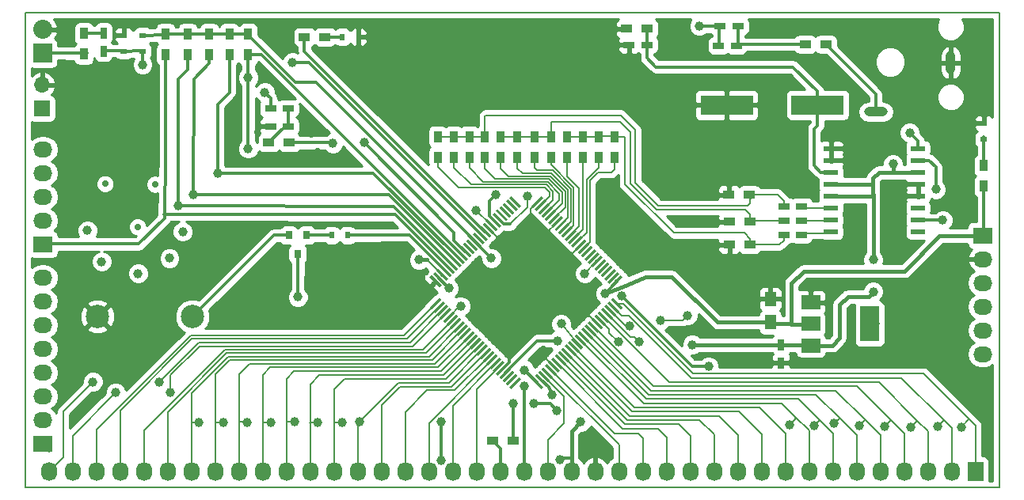
<source format=gbr>
%TF.GenerationSoftware,KiCad,Pcbnew,4.0.7*%
%TF.CreationDate,2018-08-29T22:41:10+01:00*%
%TF.ProjectId,RGBToComposite,524742546F436F6D706F736974652E6B,rev?*%
%TF.FileFunction,Copper,L1,Top,Signal*%
%FSLAX46Y46*%
G04 Gerber Fmt 4.6, Leading zero omitted, Abs format (unit mm)*
G04 Created by KiCad (PCBNEW 4.0.7) date 08/29/18 22:41:10*
%MOMM*%
%LPD*%
G01*
G04 APERTURE LIST*
%ADD10C,0.150000*%
%ADD11C,0.700000*%
%ADD12C,2.499360*%
%ADD13C,1.000000*%
%ADD14R,1.727200X2.032000*%
%ADD15O,1.727200X2.032000*%
%ADD16R,1.500000X0.600000*%
%ADD17R,0.750000X1.200000*%
%ADD18R,1.200000X0.750000*%
%ADD19R,2.032000X1.727200*%
%ADD20O,2.032000X1.727200*%
%ADD21R,0.900000X1.200000*%
%ADD22R,1.200000X0.900000*%
%ADD23R,2.000000X3.800000*%
%ADD24R,2.000000X1.500000*%
%ADD25R,0.800000X0.600000*%
%ADD26R,5.600700X2.100580*%
%ADD27O,2.500000X1.000000*%
%ADD28O,1.000000X2.500000*%
%ADD29R,2.032000X2.032000*%
%ADD30O,2.032000X2.032000*%
%ADD31R,1.250000X1.500000*%
%ADD32R,0.600000X0.800000*%
%ADD33R,0.800000X0.900000*%
%ADD34R,1.700000X1.700000*%
%ADD35O,1.700000X1.700000*%
%ADD36C,0.300000*%
%ADD37C,0.200000*%
%ADD38C,0.400000*%
%ADD39C,0.152400*%
%ADD40C,0.254000*%
G04 APERTURE END LIST*
D10*
X99060000Y-82550000D02*
X99060000Y-133350000D01*
X203200000Y-82550000D02*
X99060000Y-82550000D01*
X203200000Y-133350000D02*
X203200000Y-82550000D01*
X99060000Y-133350000D02*
X203200000Y-133350000D01*
D11*
X107620000Y-100860000D03*
X104170000Y-100860000D03*
D12*
X116950000Y-115065000D03*
X106790000Y-115065000D03*
D13*
X107230000Y-109190000D03*
X111150000Y-110470000D03*
X114490000Y-108810000D03*
X115900000Y-105990000D03*
X105730000Y-105840000D03*
D11*
X111090000Y-105470000D03*
X112960000Y-100920000D03*
X136670000Y-105215000D03*
X130520000Y-105215000D03*
X201005000Y-87225000D03*
X192930000Y-84800000D03*
X192895000Y-120065000D03*
X185005000Y-116465000D03*
X187330000Y-115265000D03*
X186880000Y-118490000D03*
X173505000Y-120215000D03*
X110140000Y-100890000D03*
X108350000Y-98410000D03*
X104945000Y-98315000D03*
X104945000Y-98315000D03*
X107495000Y-89065000D03*
X107495000Y-89065000D03*
X104770000Y-94790000D03*
X103670000Y-89140000D03*
X111220000Y-95540000D03*
X104770000Y-94790000D03*
X108320000Y-95465000D03*
X126495000Y-98440000D03*
X129620000Y-95565000D03*
X123920000Y-95365000D03*
X121345000Y-98440000D03*
X124920000Y-89765000D03*
X123995000Y-93715000D03*
X154820000Y-112390000D03*
X153745000Y-119340000D03*
X154495000Y-118540000D03*
X145070000Y-89565000D03*
X166640000Y-92665000D03*
X159390000Y-89440000D03*
X132895000Y-111540000D03*
X136870000Y-115190000D03*
X139320000Y-112965000D03*
X140645000Y-90690000D03*
X116620000Y-111640000D03*
X109220000Y-117765000D03*
X108545000Y-111715000D03*
X112895000Y-114865000D03*
X121845000Y-115765000D03*
X123345000Y-111565000D03*
X151120000Y-111640000D03*
X152245000Y-106615000D03*
X153420000Y-110665000D03*
X153545000Y-115665000D03*
X192420000Y-112840000D03*
X185370000Y-111890000D03*
X199670000Y-121990000D03*
D10*
G36*
X142518373Y-114328478D02*
X142306241Y-114116346D01*
X143366901Y-113055686D01*
X143579033Y-113267818D01*
X142518373Y-114328478D01*
X142518373Y-114328478D01*
G37*
G36*
X142871926Y-114682031D02*
X142659794Y-114469899D01*
X143720454Y-113409239D01*
X143932586Y-113621371D01*
X142871926Y-114682031D01*
X142871926Y-114682031D01*
G37*
G36*
X143225480Y-115035584D02*
X143013348Y-114823452D01*
X144074008Y-113762792D01*
X144286140Y-113974924D01*
X143225480Y-115035584D01*
X143225480Y-115035584D01*
G37*
G36*
X143579033Y-115389138D02*
X143366901Y-115177006D01*
X144427561Y-114116346D01*
X144639693Y-114328478D01*
X143579033Y-115389138D01*
X143579033Y-115389138D01*
G37*
G36*
X143932587Y-115742691D02*
X143720455Y-115530559D01*
X144781115Y-114469899D01*
X144993247Y-114682031D01*
X143932587Y-115742691D01*
X143932587Y-115742691D01*
G37*
G36*
X144286140Y-116096244D02*
X144074008Y-115884112D01*
X145134668Y-114823452D01*
X145346800Y-115035584D01*
X144286140Y-116096244D01*
X144286140Y-116096244D01*
G37*
G36*
X144639693Y-116449798D02*
X144427561Y-116237666D01*
X145488221Y-115177006D01*
X145700353Y-115389138D01*
X144639693Y-116449798D01*
X144639693Y-116449798D01*
G37*
G36*
X144993247Y-116803351D02*
X144781115Y-116591219D01*
X145841775Y-115530559D01*
X146053907Y-115742691D01*
X144993247Y-116803351D01*
X144993247Y-116803351D01*
G37*
G36*
X145346800Y-117156905D02*
X145134668Y-116944773D01*
X146195328Y-115884113D01*
X146407460Y-116096245D01*
X145346800Y-117156905D01*
X145346800Y-117156905D01*
G37*
G36*
X145700354Y-117510458D02*
X145488222Y-117298326D01*
X146548882Y-116237666D01*
X146761014Y-116449798D01*
X145700354Y-117510458D01*
X145700354Y-117510458D01*
G37*
G36*
X146053907Y-117864011D02*
X145841775Y-117651879D01*
X146902435Y-116591219D01*
X147114567Y-116803351D01*
X146053907Y-117864011D01*
X146053907Y-117864011D01*
G37*
G36*
X146407460Y-118217565D02*
X146195328Y-118005433D01*
X147255988Y-116944773D01*
X147468120Y-117156905D01*
X146407460Y-118217565D01*
X146407460Y-118217565D01*
G37*
G36*
X146761014Y-118571118D02*
X146548882Y-118358986D01*
X147609542Y-117298326D01*
X147821674Y-117510458D01*
X146761014Y-118571118D01*
X146761014Y-118571118D01*
G37*
G36*
X147114567Y-118924672D02*
X146902435Y-118712540D01*
X147963095Y-117651880D01*
X148175227Y-117864012D01*
X147114567Y-118924672D01*
X147114567Y-118924672D01*
G37*
G36*
X147468121Y-119278225D02*
X147255989Y-119066093D01*
X148316649Y-118005433D01*
X148528781Y-118217565D01*
X147468121Y-119278225D01*
X147468121Y-119278225D01*
G37*
G36*
X147821674Y-119631778D02*
X147609542Y-119419646D01*
X148670202Y-118358986D01*
X148882334Y-118571118D01*
X147821674Y-119631778D01*
X147821674Y-119631778D01*
G37*
G36*
X148175227Y-119985332D02*
X147963095Y-119773200D01*
X149023755Y-118712540D01*
X149235887Y-118924672D01*
X148175227Y-119985332D01*
X148175227Y-119985332D01*
G37*
G36*
X148528781Y-120338885D02*
X148316649Y-120126753D01*
X149377309Y-119066093D01*
X149589441Y-119278225D01*
X148528781Y-120338885D01*
X148528781Y-120338885D01*
G37*
G36*
X148882334Y-120692439D02*
X148670202Y-120480307D01*
X149730862Y-119419647D01*
X149942994Y-119631779D01*
X148882334Y-120692439D01*
X148882334Y-120692439D01*
G37*
G36*
X149235888Y-121045992D02*
X149023756Y-120833860D01*
X150084416Y-119773200D01*
X150296548Y-119985332D01*
X149235888Y-121045992D01*
X149235888Y-121045992D01*
G37*
G36*
X149589441Y-121399545D02*
X149377309Y-121187413D01*
X150437969Y-120126753D01*
X150650101Y-120338885D01*
X149589441Y-121399545D01*
X149589441Y-121399545D01*
G37*
G36*
X149942994Y-121753099D02*
X149730862Y-121540967D01*
X150791522Y-120480307D01*
X151003654Y-120692439D01*
X149942994Y-121753099D01*
X149942994Y-121753099D01*
G37*
G36*
X150296548Y-122106652D02*
X150084416Y-121894520D01*
X151145076Y-120833860D01*
X151357208Y-121045992D01*
X150296548Y-122106652D01*
X150296548Y-122106652D01*
G37*
G36*
X150650101Y-122460206D02*
X150437969Y-122248074D01*
X151498629Y-121187414D01*
X151710761Y-121399546D01*
X150650101Y-122460206D01*
X150650101Y-122460206D01*
G37*
G36*
X151003654Y-122813759D02*
X150791522Y-122601627D01*
X151852182Y-121540967D01*
X152064314Y-121753099D01*
X151003654Y-122813759D01*
X151003654Y-122813759D01*
G37*
G36*
X154468478Y-122601627D02*
X154256346Y-122813759D01*
X153195686Y-121753099D01*
X153407818Y-121540967D01*
X154468478Y-122601627D01*
X154468478Y-122601627D01*
G37*
G36*
X154822031Y-122248074D02*
X154609899Y-122460206D01*
X153549239Y-121399546D01*
X153761371Y-121187414D01*
X154822031Y-122248074D01*
X154822031Y-122248074D01*
G37*
G36*
X155175584Y-121894520D02*
X154963452Y-122106652D01*
X153902792Y-121045992D01*
X154114924Y-120833860D01*
X155175584Y-121894520D01*
X155175584Y-121894520D01*
G37*
G36*
X155529138Y-121540967D02*
X155317006Y-121753099D01*
X154256346Y-120692439D01*
X154468478Y-120480307D01*
X155529138Y-121540967D01*
X155529138Y-121540967D01*
G37*
G36*
X155882691Y-121187413D02*
X155670559Y-121399545D01*
X154609899Y-120338885D01*
X154822031Y-120126753D01*
X155882691Y-121187413D01*
X155882691Y-121187413D01*
G37*
G36*
X156236244Y-120833860D02*
X156024112Y-121045992D01*
X154963452Y-119985332D01*
X155175584Y-119773200D01*
X156236244Y-120833860D01*
X156236244Y-120833860D01*
G37*
G36*
X156589798Y-120480307D02*
X156377666Y-120692439D01*
X155317006Y-119631779D01*
X155529138Y-119419647D01*
X156589798Y-120480307D01*
X156589798Y-120480307D01*
G37*
G36*
X156943351Y-120126753D02*
X156731219Y-120338885D01*
X155670559Y-119278225D01*
X155882691Y-119066093D01*
X156943351Y-120126753D01*
X156943351Y-120126753D01*
G37*
G36*
X157296905Y-119773200D02*
X157084773Y-119985332D01*
X156024113Y-118924672D01*
X156236245Y-118712540D01*
X157296905Y-119773200D01*
X157296905Y-119773200D01*
G37*
G36*
X157650458Y-119419646D02*
X157438326Y-119631778D01*
X156377666Y-118571118D01*
X156589798Y-118358986D01*
X157650458Y-119419646D01*
X157650458Y-119419646D01*
G37*
G36*
X158004011Y-119066093D02*
X157791879Y-119278225D01*
X156731219Y-118217565D01*
X156943351Y-118005433D01*
X158004011Y-119066093D01*
X158004011Y-119066093D01*
G37*
G36*
X158357565Y-118712540D02*
X158145433Y-118924672D01*
X157084773Y-117864012D01*
X157296905Y-117651880D01*
X158357565Y-118712540D01*
X158357565Y-118712540D01*
G37*
G36*
X158711118Y-118358986D02*
X158498986Y-118571118D01*
X157438326Y-117510458D01*
X157650458Y-117298326D01*
X158711118Y-118358986D01*
X158711118Y-118358986D01*
G37*
G36*
X159064672Y-118005433D02*
X158852540Y-118217565D01*
X157791880Y-117156905D01*
X158004012Y-116944773D01*
X159064672Y-118005433D01*
X159064672Y-118005433D01*
G37*
G36*
X159418225Y-117651879D02*
X159206093Y-117864011D01*
X158145433Y-116803351D01*
X158357565Y-116591219D01*
X159418225Y-117651879D01*
X159418225Y-117651879D01*
G37*
G36*
X159771778Y-117298326D02*
X159559646Y-117510458D01*
X158498986Y-116449798D01*
X158711118Y-116237666D01*
X159771778Y-117298326D01*
X159771778Y-117298326D01*
G37*
G36*
X160125332Y-116944773D02*
X159913200Y-117156905D01*
X158852540Y-116096245D01*
X159064672Y-115884113D01*
X160125332Y-116944773D01*
X160125332Y-116944773D01*
G37*
G36*
X160478885Y-116591219D02*
X160266753Y-116803351D01*
X159206093Y-115742691D01*
X159418225Y-115530559D01*
X160478885Y-116591219D01*
X160478885Y-116591219D01*
G37*
G36*
X160832439Y-116237666D02*
X160620307Y-116449798D01*
X159559647Y-115389138D01*
X159771779Y-115177006D01*
X160832439Y-116237666D01*
X160832439Y-116237666D01*
G37*
G36*
X161185992Y-115884112D02*
X160973860Y-116096244D01*
X159913200Y-115035584D01*
X160125332Y-114823452D01*
X161185992Y-115884112D01*
X161185992Y-115884112D01*
G37*
G36*
X161539545Y-115530559D02*
X161327413Y-115742691D01*
X160266753Y-114682031D01*
X160478885Y-114469899D01*
X161539545Y-115530559D01*
X161539545Y-115530559D01*
G37*
G36*
X161893099Y-115177006D02*
X161680967Y-115389138D01*
X160620307Y-114328478D01*
X160832439Y-114116346D01*
X161893099Y-115177006D01*
X161893099Y-115177006D01*
G37*
G36*
X162246652Y-114823452D02*
X162034520Y-115035584D01*
X160973860Y-113974924D01*
X161185992Y-113762792D01*
X162246652Y-114823452D01*
X162246652Y-114823452D01*
G37*
G36*
X162600206Y-114469899D02*
X162388074Y-114682031D01*
X161327414Y-113621371D01*
X161539546Y-113409239D01*
X162600206Y-114469899D01*
X162600206Y-114469899D01*
G37*
G36*
X162953759Y-114116346D02*
X162741627Y-114328478D01*
X161680967Y-113267818D01*
X161893099Y-113055686D01*
X162953759Y-114116346D01*
X162953759Y-114116346D01*
G37*
G36*
X161893099Y-111924314D02*
X161680967Y-111712182D01*
X162741627Y-110651522D01*
X162953759Y-110863654D01*
X161893099Y-111924314D01*
X161893099Y-111924314D01*
G37*
G36*
X161539546Y-111570761D02*
X161327414Y-111358629D01*
X162388074Y-110297969D01*
X162600206Y-110510101D01*
X161539546Y-111570761D01*
X161539546Y-111570761D01*
G37*
G36*
X161185992Y-111217208D02*
X160973860Y-111005076D01*
X162034520Y-109944416D01*
X162246652Y-110156548D01*
X161185992Y-111217208D01*
X161185992Y-111217208D01*
G37*
G36*
X160832439Y-110863654D02*
X160620307Y-110651522D01*
X161680967Y-109590862D01*
X161893099Y-109802994D01*
X160832439Y-110863654D01*
X160832439Y-110863654D01*
G37*
G36*
X160478885Y-110510101D02*
X160266753Y-110297969D01*
X161327413Y-109237309D01*
X161539545Y-109449441D01*
X160478885Y-110510101D01*
X160478885Y-110510101D01*
G37*
G36*
X160125332Y-110156548D02*
X159913200Y-109944416D01*
X160973860Y-108883756D01*
X161185992Y-109095888D01*
X160125332Y-110156548D01*
X160125332Y-110156548D01*
G37*
G36*
X159771779Y-109802994D02*
X159559647Y-109590862D01*
X160620307Y-108530202D01*
X160832439Y-108742334D01*
X159771779Y-109802994D01*
X159771779Y-109802994D01*
G37*
G36*
X159418225Y-109449441D02*
X159206093Y-109237309D01*
X160266753Y-108176649D01*
X160478885Y-108388781D01*
X159418225Y-109449441D01*
X159418225Y-109449441D01*
G37*
G36*
X159064672Y-109095887D02*
X158852540Y-108883755D01*
X159913200Y-107823095D01*
X160125332Y-108035227D01*
X159064672Y-109095887D01*
X159064672Y-109095887D01*
G37*
G36*
X158711118Y-108742334D02*
X158498986Y-108530202D01*
X159559646Y-107469542D01*
X159771778Y-107681674D01*
X158711118Y-108742334D01*
X158711118Y-108742334D01*
G37*
G36*
X158357565Y-108388781D02*
X158145433Y-108176649D01*
X159206093Y-107115989D01*
X159418225Y-107328121D01*
X158357565Y-108388781D01*
X158357565Y-108388781D01*
G37*
G36*
X158004012Y-108035227D02*
X157791880Y-107823095D01*
X158852540Y-106762435D01*
X159064672Y-106974567D01*
X158004012Y-108035227D01*
X158004012Y-108035227D01*
G37*
G36*
X157650458Y-107681674D02*
X157438326Y-107469542D01*
X158498986Y-106408882D01*
X158711118Y-106621014D01*
X157650458Y-107681674D01*
X157650458Y-107681674D01*
G37*
G36*
X157296905Y-107328120D02*
X157084773Y-107115988D01*
X158145433Y-106055328D01*
X158357565Y-106267460D01*
X157296905Y-107328120D01*
X157296905Y-107328120D01*
G37*
G36*
X156943351Y-106974567D02*
X156731219Y-106762435D01*
X157791879Y-105701775D01*
X158004011Y-105913907D01*
X156943351Y-106974567D01*
X156943351Y-106974567D01*
G37*
G36*
X156589798Y-106621014D02*
X156377666Y-106408882D01*
X157438326Y-105348222D01*
X157650458Y-105560354D01*
X156589798Y-106621014D01*
X156589798Y-106621014D01*
G37*
G36*
X156236245Y-106267460D02*
X156024113Y-106055328D01*
X157084773Y-104994668D01*
X157296905Y-105206800D01*
X156236245Y-106267460D01*
X156236245Y-106267460D01*
G37*
G36*
X155882691Y-105913907D02*
X155670559Y-105701775D01*
X156731219Y-104641115D01*
X156943351Y-104853247D01*
X155882691Y-105913907D01*
X155882691Y-105913907D01*
G37*
G36*
X155529138Y-105560353D02*
X155317006Y-105348221D01*
X156377666Y-104287561D01*
X156589798Y-104499693D01*
X155529138Y-105560353D01*
X155529138Y-105560353D01*
G37*
G36*
X155175584Y-105206800D02*
X154963452Y-104994668D01*
X156024112Y-103934008D01*
X156236244Y-104146140D01*
X155175584Y-105206800D01*
X155175584Y-105206800D01*
G37*
G36*
X154822031Y-104853247D02*
X154609899Y-104641115D01*
X155670559Y-103580455D01*
X155882691Y-103792587D01*
X154822031Y-104853247D01*
X154822031Y-104853247D01*
G37*
G36*
X154468478Y-104499693D02*
X154256346Y-104287561D01*
X155317006Y-103226901D01*
X155529138Y-103439033D01*
X154468478Y-104499693D01*
X154468478Y-104499693D01*
G37*
G36*
X154114924Y-104146140D02*
X153902792Y-103934008D01*
X154963452Y-102873348D01*
X155175584Y-103085480D01*
X154114924Y-104146140D01*
X154114924Y-104146140D01*
G37*
G36*
X153761371Y-103792586D02*
X153549239Y-103580454D01*
X154609899Y-102519794D01*
X154822031Y-102731926D01*
X153761371Y-103792586D01*
X153761371Y-103792586D01*
G37*
G36*
X153407818Y-103439033D02*
X153195686Y-103226901D01*
X154256346Y-102166241D01*
X154468478Y-102378373D01*
X153407818Y-103439033D01*
X153407818Y-103439033D01*
G37*
G36*
X152064314Y-103226901D02*
X151852182Y-103439033D01*
X150791522Y-102378373D01*
X151003654Y-102166241D01*
X152064314Y-103226901D01*
X152064314Y-103226901D01*
G37*
G36*
X151710761Y-103580454D02*
X151498629Y-103792586D01*
X150437969Y-102731926D01*
X150650101Y-102519794D01*
X151710761Y-103580454D01*
X151710761Y-103580454D01*
G37*
G36*
X151357208Y-103934008D02*
X151145076Y-104146140D01*
X150084416Y-103085480D01*
X150296548Y-102873348D01*
X151357208Y-103934008D01*
X151357208Y-103934008D01*
G37*
G36*
X151003654Y-104287561D02*
X150791522Y-104499693D01*
X149730862Y-103439033D01*
X149942994Y-103226901D01*
X151003654Y-104287561D01*
X151003654Y-104287561D01*
G37*
G36*
X150650101Y-104641115D02*
X150437969Y-104853247D01*
X149377309Y-103792587D01*
X149589441Y-103580455D01*
X150650101Y-104641115D01*
X150650101Y-104641115D01*
G37*
G36*
X150296548Y-104994668D02*
X150084416Y-105206800D01*
X149023756Y-104146140D01*
X149235888Y-103934008D01*
X150296548Y-104994668D01*
X150296548Y-104994668D01*
G37*
G36*
X149942994Y-105348221D02*
X149730862Y-105560353D01*
X148670202Y-104499693D01*
X148882334Y-104287561D01*
X149942994Y-105348221D01*
X149942994Y-105348221D01*
G37*
G36*
X149589441Y-105701775D02*
X149377309Y-105913907D01*
X148316649Y-104853247D01*
X148528781Y-104641115D01*
X149589441Y-105701775D01*
X149589441Y-105701775D01*
G37*
G36*
X149235887Y-106055328D02*
X149023755Y-106267460D01*
X147963095Y-105206800D01*
X148175227Y-104994668D01*
X149235887Y-106055328D01*
X149235887Y-106055328D01*
G37*
G36*
X148882334Y-106408882D02*
X148670202Y-106621014D01*
X147609542Y-105560354D01*
X147821674Y-105348222D01*
X148882334Y-106408882D01*
X148882334Y-106408882D01*
G37*
G36*
X148528781Y-106762435D02*
X148316649Y-106974567D01*
X147255989Y-105913907D01*
X147468121Y-105701775D01*
X148528781Y-106762435D01*
X148528781Y-106762435D01*
G37*
G36*
X148175227Y-107115988D02*
X147963095Y-107328120D01*
X146902435Y-106267460D01*
X147114567Y-106055328D01*
X148175227Y-107115988D01*
X148175227Y-107115988D01*
G37*
G36*
X147821674Y-107469542D02*
X147609542Y-107681674D01*
X146548882Y-106621014D01*
X146761014Y-106408882D01*
X147821674Y-107469542D01*
X147821674Y-107469542D01*
G37*
G36*
X147468120Y-107823095D02*
X147255988Y-108035227D01*
X146195328Y-106974567D01*
X146407460Y-106762435D01*
X147468120Y-107823095D01*
X147468120Y-107823095D01*
G37*
G36*
X147114567Y-108176649D02*
X146902435Y-108388781D01*
X145841775Y-107328121D01*
X146053907Y-107115989D01*
X147114567Y-108176649D01*
X147114567Y-108176649D01*
G37*
G36*
X146761014Y-108530202D02*
X146548882Y-108742334D01*
X145488222Y-107681674D01*
X145700354Y-107469542D01*
X146761014Y-108530202D01*
X146761014Y-108530202D01*
G37*
G36*
X146407460Y-108883755D02*
X146195328Y-109095887D01*
X145134668Y-108035227D01*
X145346800Y-107823095D01*
X146407460Y-108883755D01*
X146407460Y-108883755D01*
G37*
G36*
X146053907Y-109237309D02*
X145841775Y-109449441D01*
X144781115Y-108388781D01*
X144993247Y-108176649D01*
X146053907Y-109237309D01*
X146053907Y-109237309D01*
G37*
G36*
X145700353Y-109590862D02*
X145488221Y-109802994D01*
X144427561Y-108742334D01*
X144639693Y-108530202D01*
X145700353Y-109590862D01*
X145700353Y-109590862D01*
G37*
G36*
X145346800Y-109944416D02*
X145134668Y-110156548D01*
X144074008Y-109095888D01*
X144286140Y-108883756D01*
X145346800Y-109944416D01*
X145346800Y-109944416D01*
G37*
G36*
X144993247Y-110297969D02*
X144781115Y-110510101D01*
X143720455Y-109449441D01*
X143932587Y-109237309D01*
X144993247Y-110297969D01*
X144993247Y-110297969D01*
G37*
G36*
X144639693Y-110651522D02*
X144427561Y-110863654D01*
X143366901Y-109802994D01*
X143579033Y-109590862D01*
X144639693Y-110651522D01*
X144639693Y-110651522D01*
G37*
G36*
X144286140Y-111005076D02*
X144074008Y-111217208D01*
X143013348Y-110156548D01*
X143225480Y-109944416D01*
X144286140Y-111005076D01*
X144286140Y-111005076D01*
G37*
G36*
X143932586Y-111358629D02*
X143720454Y-111570761D01*
X142659794Y-110510101D01*
X142871926Y-110297969D01*
X143932586Y-111358629D01*
X143932586Y-111358629D01*
G37*
G36*
X143579033Y-111712182D02*
X143366901Y-111924314D01*
X142306241Y-110863654D01*
X142518373Y-110651522D01*
X143579033Y-111712182D01*
X143579033Y-111712182D01*
G37*
D11*
X110595000Y-83740000D03*
X168820000Y-85530000D03*
X178545000Y-87140000D03*
X175980000Y-116890000D03*
X197720000Y-109390000D03*
X199370000Y-98590000D03*
X172120000Y-105040000D03*
X169320000Y-104980000D03*
X178040000Y-98560000D03*
X168930000Y-98440000D03*
X174470000Y-111190000D03*
X164350000Y-106210000D03*
X192570000Y-108110000D03*
X191790000Y-103580000D03*
X194580000Y-90450000D03*
X187150000Y-84080000D03*
X148840000Y-87265000D03*
X130320000Y-97340000D03*
X147770000Y-113290000D03*
X149320000Y-116390000D03*
X153190000Y-105540000D03*
X147570000Y-110700000D03*
X152570000Y-113465000D03*
X154545000Y-106490000D03*
X150445000Y-106565000D03*
X130270000Y-115840000D03*
X105045000Y-110090000D03*
D14*
X200650000Y-131640000D03*
D15*
X198110000Y-131640000D03*
X195570000Y-131640000D03*
X193030000Y-131640000D03*
X190490000Y-131640000D03*
X187950000Y-131640000D03*
X185410000Y-131640000D03*
X182870000Y-131640000D03*
X180330000Y-131640000D03*
X177790000Y-131640000D03*
X175250000Y-131640000D03*
X172710000Y-131640000D03*
X170170000Y-131640000D03*
X167630000Y-131640000D03*
X165090000Y-131640000D03*
X162550000Y-131640000D03*
X160010000Y-131640000D03*
X157470000Y-131640000D03*
X154930000Y-131640000D03*
X152390000Y-131640000D03*
X149850000Y-131640000D03*
X147310000Y-131640000D03*
X144770000Y-131640000D03*
X142230000Y-131640000D03*
X139690000Y-131640000D03*
X137150000Y-131640000D03*
X134610000Y-131640000D03*
X132070000Y-131640000D03*
X129530000Y-131640000D03*
X126990000Y-131640000D03*
X124450000Y-131640000D03*
X121910000Y-131640000D03*
X119370000Y-131640000D03*
X116830000Y-131640000D03*
X114290000Y-131640000D03*
X111750000Y-131640000D03*
X109210000Y-131640000D03*
X106670000Y-131640000D03*
X104130000Y-131640000D03*
X101590000Y-131640000D03*
D16*
X185220000Y-97095000D03*
X185220000Y-98365000D03*
X185220000Y-99635000D03*
X185220000Y-100905000D03*
X185220000Y-102175000D03*
X185220000Y-103445000D03*
X185220000Y-104715000D03*
X185220000Y-105985000D03*
X194520000Y-105985000D03*
X194520000Y-104715000D03*
X194520000Y-103445000D03*
X194520000Y-102175000D03*
X194520000Y-100905000D03*
X194520000Y-99635000D03*
X194520000Y-98365000D03*
X194520000Y-97095000D03*
D17*
X179890000Y-118110000D03*
X179890000Y-120010000D03*
D18*
X165540000Y-85990000D03*
X163640000Y-85990000D03*
X180160000Y-106330000D03*
X182060000Y-106330000D03*
X180160000Y-104790000D03*
X182060000Y-104790000D03*
D19*
X201430000Y-106380000D03*
D20*
X201430000Y-108920000D03*
X201430000Y-111460000D03*
X201430000Y-114000000D03*
X201430000Y-116540000D03*
X201430000Y-119080000D03*
D21*
X201500000Y-98900000D03*
X201500000Y-101100000D03*
X158665000Y-95835000D03*
X158665000Y-98035000D03*
X156975000Y-95845000D03*
X156975000Y-98045000D03*
X155275000Y-95835000D03*
X155275000Y-98035000D03*
X153525000Y-95835000D03*
X153525000Y-98035000D03*
X151700000Y-95810000D03*
X151700000Y-98010000D03*
X149915000Y-95815000D03*
X149915000Y-98015000D03*
X148225000Y-95815000D03*
X148225000Y-98015000D03*
X146545000Y-95805000D03*
X146545000Y-98005000D03*
X144880000Y-95810000D03*
X144880000Y-98010000D03*
X143210000Y-95810000D03*
X143210000Y-98010000D03*
D22*
X176560000Y-107370000D03*
X174360000Y-107370000D03*
X176560000Y-104910000D03*
X174360000Y-104910000D03*
X176500000Y-102030000D03*
X174300000Y-102030000D03*
X165580000Y-84280000D03*
X163380000Y-84280000D03*
X182470000Y-85940000D03*
X184670000Y-85940000D03*
D23*
X189350000Y-115850000D03*
D24*
X183050000Y-115850000D03*
X183050000Y-118150000D03*
X183050000Y-113550000D03*
D18*
X180160000Y-103270000D03*
X182060000Y-103270000D03*
X173370000Y-84010000D03*
X175270000Y-84010000D03*
D25*
X201550000Y-94370000D03*
X201550000Y-96070000D03*
D26*
X174081140Y-92430000D03*
X183778860Y-92430000D03*
D27*
X190009000Y-93160500D03*
D28*
X198010000Y-87890000D03*
D21*
X162070000Y-95840000D03*
X162070000Y-98040000D03*
X160350000Y-95840000D03*
X160350000Y-98040000D03*
D19*
X100970000Y-128690000D03*
D20*
X100970000Y-126150000D03*
X100970000Y-123610000D03*
X100970000Y-121070000D03*
X100970000Y-118530000D03*
X100970000Y-115990000D03*
X100970000Y-113450000D03*
X100970000Y-110910000D03*
D19*
X100970000Y-107340000D03*
D20*
X100970000Y-104800000D03*
X100970000Y-102260000D03*
X100970000Y-99720000D03*
X100970000Y-97180000D03*
D21*
X122920000Y-87040000D03*
X122920000Y-84840000D03*
X120895000Y-87015000D03*
X120895000Y-84815000D03*
X118745000Y-87015000D03*
X118745000Y-84815000D03*
X116445000Y-87015000D03*
X116445000Y-84815000D03*
X114070000Y-87015000D03*
X114070000Y-84815000D03*
D17*
X107445000Y-84765000D03*
X107445000Y-86665000D03*
D29*
X100920000Y-86865000D03*
D30*
X100920000Y-84325000D03*
D22*
X151270000Y-128390000D03*
X149070000Y-128390000D03*
D31*
X178730000Y-115690000D03*
X178730000Y-113190000D03*
D32*
X134689000Y-85139000D03*
X132989000Y-85139000D03*
D22*
X131129000Y-85139000D03*
X128929000Y-85139000D03*
D25*
X111620000Y-84965000D03*
X111620000Y-86665000D03*
X109620000Y-86665000D03*
X109620000Y-84965000D03*
D32*
X131820000Y-106365000D03*
X133520000Y-106365000D03*
D21*
X105345000Y-86965000D03*
X105345000Y-84765000D03*
D18*
X173210000Y-86060000D03*
X175110000Y-86060000D03*
D33*
X129145000Y-106365000D03*
X127245000Y-106365000D03*
X128195000Y-108365000D03*
D18*
X125295000Y-92790000D03*
X127195000Y-92790000D03*
X125295000Y-94715000D03*
X127195000Y-94715000D03*
D22*
X125120000Y-96465000D03*
X127320000Y-96465000D03*
D34*
X100870000Y-92790000D03*
D35*
X100870000Y-90250000D03*
D13*
X141170000Y-108990000D03*
X148910000Y-108810000D03*
X161070000Y-112600000D03*
X158890000Y-110450000D03*
X145630000Y-113950000D03*
X152420000Y-120790000D03*
X156370000Y-115840000D03*
X143520000Y-130465000D03*
X156195000Y-130415000D03*
X143495000Y-126340000D03*
X128220000Y-112965000D03*
X158470000Y-126340000D03*
X170370000Y-118090000D03*
X189740000Y-112410000D03*
X189730000Y-108997590D03*
X191860000Y-98730000D03*
X199160000Y-126870000D03*
X196660000Y-126800000D03*
X193720000Y-126890000D03*
X190960000Y-126810000D03*
X188240000Y-126710000D03*
X185520000Y-126520000D03*
X183450000Y-126730000D03*
X180810000Y-126640000D03*
X152420000Y-122490000D03*
X144390000Y-112040002D03*
X134795000Y-126315000D03*
X132970000Y-126365000D03*
X130370000Y-126365000D03*
X127845000Y-126340000D03*
X125320000Y-126365000D03*
X122770000Y-126390000D03*
X120220000Y-126390000D03*
X117645000Y-126365000D03*
X108740000Y-123190000D03*
X114610000Y-123190000D03*
X113395000Y-122065000D03*
X106295000Y-122065000D03*
X167020000Y-115440000D03*
X163645000Y-116065000D03*
X169895000Y-114940000D03*
X147260000Y-103700000D03*
X162515802Y-117784198D03*
X164679615Y-117770385D03*
X155370000Y-123440000D03*
X152750000Y-102150000D03*
X196420000Y-101460000D03*
X149400000Y-101989998D03*
X193620000Y-95390000D03*
X171130000Y-83980000D03*
X197150000Y-104740000D03*
X115395000Y-103240000D03*
X117070000Y-102040000D03*
X119645000Y-99715000D03*
X122920000Y-89490000D03*
X122920000Y-97115000D03*
X127645000Y-87865000D03*
X111620000Y-88115000D03*
X155920000Y-125090000D03*
X153420000Y-124340000D03*
X151270000Y-124340000D03*
X156020000Y-117640000D03*
X162845000Y-112890000D03*
X172120000Y-120390000D03*
X135320000Y-96465000D03*
X131970000Y-96540000D03*
X124670000Y-91065000D03*
D36*
X147185278Y-107045278D02*
X147185278Y-107005278D01*
X147185278Y-107005278D02*
X130145000Y-89965000D01*
X122899000Y-84879000D02*
X127970000Y-89965000D01*
X130145000Y-89965000D02*
X127970000Y-89965000D01*
X111620000Y-84965000D02*
X113959000Y-84926000D01*
X113959000Y-84926000D02*
X114070000Y-84815000D01*
D37*
X143649744Y-110580812D02*
X143610812Y-110580812D01*
X143610812Y-110580812D02*
X142020000Y-108990000D01*
D38*
X142020000Y-108990000D02*
X141170000Y-108990000D01*
D36*
X122920000Y-84840000D02*
X122899000Y-84879000D01*
X146510025Y-106460025D02*
X146532724Y-106460025D01*
X146532724Y-106460025D02*
X147117977Y-107045278D01*
X147117977Y-107045278D02*
X147185278Y-107045278D01*
D38*
X196834000Y-106426000D02*
X201384000Y-106426000D01*
X180990000Y-111510000D02*
X180990000Y-115840000D01*
X182300000Y-110200000D02*
X180990000Y-111510000D01*
X193060000Y-110200000D02*
X182300000Y-110200000D01*
X196834000Y-106426000D02*
X193060000Y-110200000D01*
D37*
X201384000Y-106426000D02*
X201430000Y-106380000D01*
D36*
X201552000Y-106046000D02*
X201552000Y-101222000D01*
X201552000Y-101222000D02*
X201520000Y-101190000D01*
X201520000Y-101340000D02*
X201520000Y-101190000D01*
D38*
X180990000Y-115840000D02*
X178880000Y-115840000D01*
D36*
X178880000Y-115840000D02*
X178730000Y-115690000D01*
X147185278Y-107045278D02*
X147185278Y-107085278D01*
X147185278Y-107085278D02*
X148910000Y-108810000D01*
X162317363Y-111287918D02*
X162317363Y-111352637D01*
X162317363Y-111352637D02*
X161070000Y-112600000D01*
D38*
X178730000Y-115690000D02*
X173060000Y-115690000D01*
X173060000Y-115690000D02*
X168180000Y-110810000D01*
X168180000Y-110810000D02*
X165370000Y-110810000D01*
X165370000Y-110810000D02*
X163445000Y-111640000D01*
X163445000Y-111640000D02*
X161070000Y-112600000D01*
D36*
X162317363Y-111287918D02*
X162262082Y-111287918D01*
D37*
X162317363Y-111287918D02*
X162270082Y-111287918D01*
D36*
X189350000Y-115850000D02*
X190260000Y-115850000D01*
D38*
X180990000Y-115840000D02*
X180990000Y-115900000D01*
X180990000Y-115900000D02*
X183000000Y-115900000D01*
D36*
X114070000Y-84815000D02*
X116445000Y-84815000D01*
X116445000Y-84815000D02*
X118745000Y-84815000D01*
X118745000Y-84815000D02*
X120895000Y-84815000D01*
X120895000Y-84815000D02*
X122920000Y-84840000D01*
X122920000Y-84840000D02*
X122963000Y-84797000D01*
X183000000Y-115900000D02*
X183050000Y-115850000D01*
D37*
X160173402Y-109166598D02*
X158890000Y-110450000D01*
X145630000Y-113950000D02*
X145513146Y-113950000D01*
X145513146Y-113950000D02*
X144356851Y-115106295D01*
D36*
X160196043Y-109166598D02*
X160173402Y-109166598D01*
D37*
X160196043Y-109166598D02*
X160196043Y-109243957D01*
D36*
X152420000Y-120790000D02*
X153760000Y-122080000D01*
D37*
X156370000Y-115840000D02*
X158098722Y-117966722D01*
D36*
X143632812Y-110612812D02*
X143673744Y-110612812D01*
X150013705Y-120763149D02*
X150021851Y-120763149D01*
X150021851Y-120763149D02*
X150795000Y-119990000D01*
X150795000Y-119990000D02*
X150795000Y-119165000D01*
D37*
X148599491Y-105631064D02*
X148599491Y-105639491D01*
X148599491Y-105639491D02*
X149670000Y-106710000D01*
X153832082Y-102802637D02*
X153832082Y-102817918D01*
X153832082Y-102817918D02*
X153090000Y-103560000D01*
X153090000Y-103560000D02*
X153090000Y-104210000D01*
X155953402Y-104923957D02*
X155953402Y-104946598D01*
X155953402Y-104946598D02*
X154720000Y-106180000D01*
X158428276Y-107398831D02*
X158411169Y-107398831D01*
X158411169Y-107398831D02*
X157380000Y-108430000D01*
X160196043Y-115813402D02*
X160196043Y-115786043D01*
X160196043Y-115786043D02*
X159110000Y-114700000D01*
X155599848Y-120409596D02*
X155589596Y-120409596D01*
X155589596Y-120409596D02*
X154550000Y-119370000D01*
X150013705Y-120763149D02*
X150016851Y-120763149D01*
X142942637Y-111287918D02*
X142942082Y-111287918D01*
X142942082Y-111287918D02*
X142680000Y-111550000D01*
X148599491Y-105631064D02*
X148599491Y-105649491D01*
X153832082Y-102802637D02*
X153827363Y-102802637D01*
X155953402Y-104923957D02*
X155953402Y-104926598D01*
X158428276Y-107398831D02*
X158428276Y-107411724D01*
X155599848Y-120409596D02*
X155599848Y-120389848D01*
X150013705Y-120763149D02*
X150013705Y-120666295D01*
D36*
X150013705Y-120763149D02*
X150036851Y-120763149D01*
X185220000Y-97095000D02*
X185240000Y-97075000D01*
X143495000Y-126340000D02*
X143495000Y-130440000D01*
X143495000Y-130440000D02*
X143520000Y-130465000D01*
X156195000Y-130415000D02*
X156395000Y-130215000D01*
X156395000Y-130215000D02*
X157470000Y-130215000D01*
X128220000Y-112965000D02*
X128245593Y-108415593D01*
X128245593Y-108415593D02*
X128195000Y-108365000D01*
X128219407Y-113014745D02*
X128219745Y-113014407D01*
X128219745Y-112964745D02*
X128219745Y-113014407D01*
X128219745Y-112964745D02*
X128220000Y-112965000D01*
D38*
X157470000Y-131640000D02*
X157470000Y-130215000D01*
X157470000Y-130215000D02*
X157470000Y-127340000D01*
X157470000Y-127340000D02*
X158470000Y-126340000D01*
X170390000Y-118110000D02*
X179890000Y-118110000D01*
X170370000Y-118090000D02*
X170390000Y-118110000D01*
X189730000Y-102010000D02*
X189730000Y-108997590D01*
X189240001Y-112909999D02*
X187020001Y-112909999D01*
X189740000Y-112410000D02*
X189240001Y-112909999D01*
X187020001Y-112909999D02*
X186150000Y-113780000D01*
X186150000Y-113780000D02*
X186150000Y-117340000D01*
X185340000Y-118150000D02*
X183050000Y-118150000D01*
X186150000Y-117340000D02*
X185340000Y-118150000D01*
X189710000Y-101990000D02*
X189730000Y-102010000D01*
X179890000Y-118110000D02*
X183010000Y-118110000D01*
D36*
X183010000Y-118110000D02*
X183050000Y-118150000D01*
D38*
X191890000Y-99635000D02*
X191890000Y-98760000D01*
X191890000Y-98760000D02*
X191860000Y-98730000D01*
X185220000Y-102175000D02*
X189525000Y-102175000D01*
X189525000Y-102175000D02*
X189710000Y-101990000D01*
X185220000Y-100905000D02*
X189535000Y-100905000D01*
X189535000Y-100905000D02*
X189710000Y-100730000D01*
X194520000Y-99635000D02*
X191890000Y-99635000D01*
X191890000Y-99635000D02*
X190345000Y-99635000D01*
X190345000Y-99635000D02*
X189710000Y-100270000D01*
X189710000Y-100270000D02*
X189710000Y-100730000D01*
X189710000Y-100730000D02*
X189710000Y-101990000D01*
D37*
X199925000Y-126105000D02*
X199925000Y-126015000D01*
X199160000Y-126870000D02*
X199925000Y-126105000D01*
X200650000Y-126740000D02*
X199925000Y-126015000D01*
X162994082Y-113724082D02*
X170440000Y-121170000D01*
X200650000Y-131640000D02*
X200650000Y-126740000D01*
X195080000Y-121170000D02*
X199925000Y-126015000D01*
X162341363Y-113724082D02*
X162994082Y-113724082D01*
X170440000Y-121170000D02*
X195080000Y-121170000D01*
X101600000Y-129540000D02*
X101590000Y-129550000D01*
X197285000Y-126145000D02*
X197285000Y-126175000D01*
X197285000Y-126175000D02*
X196660000Y-126800000D01*
X198110000Y-126970000D02*
X197285000Y-126145000D01*
X192762411Y-121622411D02*
X197285000Y-126145000D01*
X170303996Y-121622411D02*
X192762411Y-121622411D01*
X198110000Y-131640000D02*
X198110000Y-126970000D01*
X162857765Y-114947590D02*
X163629175Y-114947590D01*
X161987810Y-114077635D02*
X162857765Y-114947590D01*
X163629175Y-114947590D02*
X170303996Y-121622411D01*
X194460001Y-126220001D02*
X194389999Y-126220001D01*
X194389999Y-126220001D02*
X193720000Y-126890000D01*
X195570000Y-127330000D02*
X194460001Y-126220001D01*
X195570000Y-131640000D02*
X195570000Y-127330000D01*
X190314822Y-122074822D02*
X194460001Y-126220001D01*
X160983455Y-115138295D02*
X167919982Y-122074822D01*
X160927149Y-115138295D02*
X160983455Y-115138295D01*
X167919982Y-122074822D02*
X190314822Y-122074822D01*
X191610000Y-126140000D02*
X191610000Y-126160000D01*
X191610000Y-126160000D02*
X190960000Y-126810000D01*
X187997233Y-122527233D02*
X191610000Y-126140000D01*
X191610000Y-126140000D02*
X193030000Y-127560000D01*
X166194767Y-122527233D02*
X187997233Y-122527233D01*
X159866489Y-116198955D02*
X166194767Y-122527233D01*
X193030000Y-131640000D02*
X193030000Y-127560000D01*
X188825000Y-126125000D02*
X188825000Y-126095000D01*
X188240000Y-126710000D02*
X188825000Y-126125000D01*
X188825000Y-126095000D02*
X190490000Y-127760000D01*
X190490000Y-131640000D02*
X190490000Y-127760000D01*
X185709644Y-122979644D02*
X188825000Y-126095000D01*
X165940071Y-122979644D02*
X185709644Y-122979644D01*
X159512936Y-116552509D02*
X165940071Y-122979644D01*
X186100000Y-125940000D02*
X186100000Y-125910000D01*
X185520000Y-126520000D02*
X186100000Y-125940000D01*
X159159382Y-116906062D02*
X165685375Y-123432055D01*
X183622055Y-123432055D02*
X186100000Y-125910000D01*
X165685375Y-123432055D02*
X183622055Y-123432055D01*
X186100000Y-125910000D02*
X187950000Y-127760000D01*
X187950000Y-127760000D02*
X187950000Y-131640000D01*
X183990000Y-126190000D02*
X183990000Y-126150000D01*
X183450000Y-126730000D02*
X183990000Y-126190000D01*
X181730000Y-123890000D02*
X183990000Y-126150000D01*
X165436214Y-123890000D02*
X181730000Y-123890000D01*
X158805829Y-117259615D02*
X165436214Y-123890000D01*
X183990000Y-126150000D02*
X185420000Y-127580000D01*
X185420000Y-127580000D02*
X185420000Y-131630000D01*
X185420000Y-131630000D02*
X185410000Y-131640000D01*
X181400000Y-126050000D02*
X181400000Y-125814503D01*
X180810000Y-126640000D02*
X181400000Y-126050000D01*
X158452276Y-117613169D02*
X165184641Y-124345534D01*
X182870000Y-131640000D02*
X182870000Y-127284503D01*
X182870000Y-127284503D02*
X181400000Y-125814503D01*
X165184641Y-124345534D02*
X179931031Y-124345534D01*
X179931031Y-124345534D02*
X181400000Y-125814503D01*
X157745169Y-118320276D02*
X164222838Y-124797945D01*
X164222838Y-124797945D02*
X169717165Y-124797945D01*
X169717165Y-124797945D02*
X169719576Y-124800356D01*
X169719576Y-124800356D02*
X177580356Y-124800356D01*
X177580356Y-124800356D02*
X180330000Y-127550000D01*
X180330000Y-127550000D02*
X180330000Y-131640000D01*
X157391615Y-118673829D02*
X163968142Y-125250356D01*
X169529771Y-125250356D02*
X169532182Y-125252767D01*
X169532182Y-125252767D02*
X175342767Y-125252767D01*
X163968142Y-125250356D02*
X169529771Y-125250356D01*
X175342767Y-125252767D02*
X177800000Y-127710000D01*
X177800000Y-127710000D02*
X177800000Y-131630000D01*
X177800000Y-131630000D02*
X177790000Y-131640000D01*
X157038062Y-119027382D02*
X163713447Y-125702767D01*
X163713447Y-125702767D02*
X169342377Y-125702767D01*
X169342377Y-125702767D02*
X169344788Y-125705178D01*
X169344788Y-125705178D02*
X173245178Y-125705178D01*
X173245178Y-125705178D02*
X175260000Y-127720000D01*
X175260000Y-127720000D02*
X175260000Y-131630000D01*
X175260000Y-131630000D02*
X175250000Y-131640000D01*
X156684509Y-119380936D02*
X163458751Y-126155178D01*
X163458751Y-126155178D02*
X169154983Y-126155178D01*
X169154983Y-126155178D02*
X169157394Y-126157589D01*
X172720000Y-127700000D02*
X172720000Y-131630000D01*
X172720000Y-131630000D02*
X172710000Y-131640000D01*
X171177589Y-126157589D02*
X172720000Y-127700000D01*
X169157394Y-126157589D02*
X171177589Y-126157589D01*
X156330955Y-119734489D02*
X163204055Y-126607589D01*
X163204055Y-126607589D02*
X168967589Y-126607589D01*
X168967589Y-126607589D02*
X170180000Y-127820000D01*
X170180000Y-127820000D02*
X170180000Y-131630000D01*
X170180000Y-131630000D02*
X170170000Y-131640000D01*
X155977402Y-120088043D02*
X162949359Y-127060000D01*
X162949359Y-127060000D02*
X166720000Y-127060000D01*
X166720000Y-127060000D02*
X167640000Y-127980000D01*
X167640000Y-127980000D02*
X167640000Y-131630000D01*
X167640000Y-131630000D02*
X167630000Y-131640000D01*
X165100000Y-129540000D02*
X165090000Y-129550000D01*
X165090000Y-129550000D02*
X165090000Y-131640000D01*
X165100000Y-129540000D02*
X165100000Y-128080000D01*
X162102446Y-127560000D02*
X155337595Y-120795149D01*
X165100000Y-128080000D02*
X164580000Y-127560000D01*
X164580000Y-127560000D02*
X162102446Y-127560000D01*
X155337595Y-120795149D02*
X155270295Y-120795149D01*
X154916742Y-121148703D02*
X162560000Y-128791961D01*
X162560000Y-128791961D02*
X162560000Y-131630000D01*
X162560000Y-131630000D02*
X162550000Y-131640000D01*
X114290000Y-131640000D02*
X114290000Y-125270000D01*
X141909957Y-118967402D02*
X145063957Y-115813402D01*
X120592598Y-118967402D02*
X141909957Y-118967402D01*
X114290000Y-125270000D02*
X120592598Y-118967402D01*
X154563188Y-121502256D02*
X156700000Y-123639068D01*
X156700000Y-123639068D02*
X156700000Y-126464000D01*
X156700000Y-126464000D02*
X154940000Y-128224000D01*
X154940000Y-128224000D02*
X154940000Y-131630000D01*
X154940000Y-131630000D02*
X154930000Y-131640000D01*
D36*
X152420000Y-122490000D02*
X152400000Y-122510000D01*
X143320190Y-110970192D02*
X144390000Y-112040002D01*
X152400000Y-122510000D02*
X152400000Y-131630000D01*
D37*
X152400000Y-131630000D02*
X152390000Y-131640000D01*
X143320190Y-110966365D02*
X143320190Y-110970192D01*
D36*
X149850000Y-131640000D02*
X149850000Y-129170000D01*
X149850000Y-129170000D02*
X149070000Y-128390000D01*
D37*
X147320000Y-129540000D02*
X147310000Y-129550000D01*
X147310000Y-129550000D02*
X147310000Y-131640000D01*
X147320000Y-129540000D02*
X147320000Y-122805748D01*
X147320000Y-122805748D02*
X149684152Y-120441596D01*
X144780000Y-129540000D02*
X144770000Y-129550000D01*
X144770000Y-129550000D02*
X144770000Y-131640000D01*
X144780000Y-129540000D02*
X144780000Y-124638641D01*
X144780000Y-124638641D02*
X149330598Y-120088043D01*
X142240000Y-129540000D02*
X142230000Y-129550000D01*
X142230000Y-129550000D02*
X142230000Y-131640000D01*
X142240000Y-126471534D02*
X148977045Y-119734489D01*
X142240000Y-129540000D02*
X142240000Y-126471534D01*
X148599491Y-119348936D02*
X148586064Y-119348936D01*
X148586064Y-119348936D02*
X144970000Y-122965000D01*
X139690000Y-125295000D02*
X139690000Y-131640000D01*
X142020000Y-122965000D02*
X139690000Y-125295000D01*
X144970000Y-122965000D02*
X142020000Y-122965000D01*
X148245938Y-118995382D02*
X148214618Y-118995382D01*
X148214618Y-118995382D02*
X144645000Y-122565000D01*
X144645000Y-122565000D02*
X139120000Y-122565000D01*
X139120000Y-122565000D02*
X137150000Y-124535000D01*
X137150000Y-124535000D02*
X137150000Y-131640000D01*
X147892385Y-118641829D02*
X147892385Y-118642615D01*
X147892385Y-118642615D02*
X144370000Y-122165000D01*
X144370000Y-122165000D02*
X138945000Y-122165000D01*
X138945000Y-122165000D02*
X134795000Y-126315000D01*
X134610000Y-126500000D02*
X134610000Y-129900000D01*
X134795000Y-126315000D02*
X134610000Y-126500000D01*
X134610000Y-129915000D02*
X134610000Y-131640000D01*
X147907787Y-118673829D02*
X147916385Y-118673829D01*
X132945000Y-126390000D02*
X132070000Y-126390000D01*
X132970000Y-126365000D02*
X132945000Y-126390000D01*
X147538831Y-118288276D02*
X147521724Y-118288276D01*
X147521724Y-118288276D02*
X144070000Y-121740000D01*
X144070000Y-121740000D02*
X133170000Y-121740000D01*
X133170000Y-121740000D02*
X132070000Y-122840000D01*
X132070000Y-122840000D02*
X132070000Y-126390000D01*
X132070000Y-126390000D02*
X132070000Y-131640000D01*
X132120000Y-131590000D02*
X132070000Y-131640000D01*
X147541340Y-118320276D02*
X147562831Y-118320276D01*
X130370000Y-126365000D02*
X129530000Y-126365000D01*
X129530000Y-126365000D02*
X129520000Y-126365000D01*
X129520000Y-126365000D02*
X129530000Y-126365000D01*
X129530000Y-131640000D02*
X129530000Y-126365000D01*
X129530000Y-126365000D02*
X129530000Y-122307402D01*
X143805000Y-121315000D02*
X147185278Y-117934722D01*
X130522402Y-121315000D02*
X143805000Y-121315000D01*
X129530000Y-122307402D02*
X130522402Y-121315000D01*
X129545000Y-131625000D02*
X129530000Y-131640000D01*
X127845000Y-126340000D02*
X127820000Y-126315000D01*
X127820000Y-126315000D02*
X126990000Y-126315000D01*
X126990000Y-131640000D02*
X126990000Y-126315000D01*
X126990000Y-126315000D02*
X126990000Y-121745000D01*
X143497893Y-120915000D02*
X146831724Y-117581169D01*
X127820000Y-120915000D02*
X143497893Y-120915000D01*
X126990000Y-121745000D02*
X127820000Y-120915000D01*
X127020000Y-131610000D02*
X126990000Y-131640000D01*
X127000000Y-131630000D02*
X126990000Y-131640000D01*
X146855724Y-117613169D02*
X146834911Y-117613169D01*
X125320000Y-126365000D02*
X124450000Y-126365000D01*
X124450000Y-126365000D02*
X124445000Y-126365000D01*
X124445000Y-126365000D02*
X124450000Y-126365000D01*
X124450000Y-131640000D02*
X124450000Y-126365000D01*
X124450000Y-126365000D02*
X124450000Y-121285000D01*
X143190786Y-120515000D02*
X146478171Y-117227615D01*
X125220000Y-120515000D02*
X143190786Y-120515000D01*
X124450000Y-121285000D02*
X125220000Y-120515000D01*
X124542500Y-131547500D02*
X124450000Y-131640000D01*
X124460000Y-131630000D02*
X124450000Y-131640000D01*
X122695000Y-126315000D02*
X121910000Y-126315000D01*
X122770000Y-126390000D02*
X122695000Y-126315000D01*
X121910000Y-131640000D02*
X121910000Y-126315000D01*
X121910000Y-126315000D02*
X121910000Y-121225000D01*
X142883680Y-120115000D02*
X146124618Y-116874062D01*
X123020000Y-120115000D02*
X142883680Y-120115000D01*
X121910000Y-121225000D02*
X123020000Y-120115000D01*
X121920000Y-131630000D02*
X121910000Y-131640000D01*
X121920000Y-131630000D02*
X121910000Y-131640000D01*
X120195000Y-126365000D02*
X119370000Y-126365000D01*
X120220000Y-126390000D02*
X120195000Y-126365000D01*
X119370000Y-131640000D02*
X119370000Y-126365000D01*
X119370000Y-126365000D02*
X119370000Y-121242402D01*
X142576573Y-119715000D02*
X145771064Y-116520509D01*
X120897402Y-119715000D02*
X142576573Y-119715000D01*
X119370000Y-121242402D02*
X120897402Y-119715000D01*
X117645000Y-126365000D02*
X117620000Y-126390000D01*
X117620000Y-126390000D02*
X116830000Y-126390000D01*
X116830000Y-131640000D02*
X116830000Y-126390000D01*
X116830000Y-126390000D02*
X116830000Y-123259804D01*
X142244466Y-119340000D02*
X145417511Y-116166955D01*
X120749804Y-119340000D02*
X142244466Y-119340000D01*
X116830000Y-123259804D02*
X120749804Y-119340000D01*
X116882500Y-131587500D02*
X116830000Y-131640000D01*
X120395000Y-118615000D02*
X141555252Y-118615000D01*
X116742739Y-122262739D02*
X116747261Y-122262739D01*
X141555252Y-118615000D02*
X144710404Y-115459848D01*
X116747261Y-122262739D02*
X120395000Y-118615000D01*
X111750000Y-131640000D02*
X111750000Y-127255478D01*
X111750000Y-127255478D02*
X116742739Y-122262739D01*
X116742739Y-122262739D02*
X116790478Y-122215000D01*
X144734404Y-115491848D02*
X144734404Y-115495596D01*
X109210000Y-131640000D02*
X109210000Y-125150000D01*
X139876825Y-117465000D02*
X143296190Y-114045635D01*
X116895000Y-117465000D02*
X139876825Y-117465000D01*
X109210000Y-125150000D02*
X116895000Y-117465000D01*
X106670000Y-131640000D02*
X106670000Y-127190000D01*
X139544719Y-117090000D02*
X142942637Y-113692082D01*
X116770000Y-117090000D02*
X139544719Y-117090000D01*
X106670000Y-127190000D02*
X116770000Y-117090000D01*
X114610000Y-123190000D02*
X114610000Y-121350000D01*
X104130000Y-127800000D02*
X108740000Y-123190000D01*
X104130000Y-131640000D02*
X104130000Y-127800000D01*
X140516039Y-118240000D02*
X144003297Y-114752742D01*
X117720000Y-118240000D02*
X140516039Y-118240000D01*
X114610000Y-121350000D02*
X117720000Y-118240000D01*
X143649744Y-114399188D02*
X143635812Y-114399188D01*
X143635812Y-114399188D02*
X140217598Y-117817402D01*
X140217598Y-117817402D02*
X117642598Y-117817402D01*
X117642598Y-117817402D02*
X113395000Y-122065000D01*
X106295000Y-122065000D02*
X103120000Y-125240000D01*
X103120000Y-125240000D02*
X103120000Y-130110000D01*
X103120000Y-130110000D02*
X101590000Y-131640000D01*
X167020000Y-115440000D02*
X169395000Y-115440000D01*
X169395000Y-115440000D02*
X169895000Y-114940000D01*
X169570000Y-115265000D02*
X169895000Y-114940000D01*
X161610256Y-114399188D02*
X163288037Y-116065000D01*
X163288037Y-116065000D02*
X163645000Y-116065000D01*
X169895000Y-114970000D02*
X169895000Y-114940000D01*
X147260000Y-103700000D02*
X148837511Y-105277511D01*
X148837511Y-105277511D02*
X148953045Y-105277511D01*
X160549848Y-115459848D02*
X161520000Y-116430000D01*
X161520000Y-116430000D02*
X161520000Y-116800000D01*
X161520000Y-116800000D02*
X162504198Y-117784198D01*
X162504198Y-117784198D02*
X162515802Y-117784198D01*
X160549596Y-115459848D02*
X160549848Y-115459848D01*
X163774347Y-117270386D02*
X161256703Y-114752742D01*
X164179616Y-117270386D02*
X164679615Y-117770385D01*
X163774347Y-117270386D02*
X164179616Y-117270386D01*
D36*
X155010000Y-122600000D02*
X154233810Y-121823810D01*
X155370000Y-123440000D02*
X155010000Y-122600000D01*
X154233810Y-121823810D02*
X154185635Y-121823810D01*
D39*
X158665000Y-105747893D02*
X157721169Y-106691724D01*
X158665000Y-98035000D02*
X158665000Y-105747893D01*
X156975000Y-98045000D02*
X156975000Y-100095000D01*
X156975000Y-100095000D02*
X158260000Y-101380000D01*
X158260000Y-101380000D02*
X158260000Y-105445786D01*
X158260000Y-105445786D02*
X157367615Y-106338171D01*
X156975000Y-98045000D02*
X157213518Y-98045000D01*
X155275000Y-98035000D02*
X155275000Y-98835000D01*
X155275000Y-98835000D02*
X157710000Y-101270000D01*
X157710000Y-101270000D02*
X157710000Y-105288680D01*
X157710000Y-105288680D02*
X157014062Y-105984618D01*
X153530000Y-98190000D02*
X153530000Y-99170000D01*
X153530000Y-99170000D02*
X153790378Y-99430378D01*
X153790378Y-99430378D02*
X155439312Y-99430378D01*
X157405189Y-101396255D02*
X157405189Y-104886384D01*
X157405189Y-104886384D02*
X156660509Y-105631064D01*
X155439312Y-99430378D02*
X157405189Y-101396255D01*
X153525000Y-98035000D02*
X153525000Y-98185000D01*
D37*
X153530000Y-98190000D02*
X153525000Y-98185000D01*
D39*
X151700000Y-98010000D02*
X151700000Y-99190000D01*
X151700000Y-99190000D02*
X152245189Y-99735189D01*
X152245189Y-99735189D02*
X155313055Y-99735189D01*
X155313055Y-99735189D02*
X157100378Y-101522511D01*
X157100378Y-101522511D02*
X157100378Y-104484088D01*
X157100378Y-104484088D02*
X156306955Y-105277511D01*
X149915000Y-98015000D02*
X149915000Y-99205000D01*
X150750000Y-100040000D02*
X155186801Y-100040000D01*
X149915000Y-99205000D02*
X150750000Y-100040000D01*
X155186801Y-100040000D02*
X156795567Y-101648767D01*
X156795567Y-101648767D02*
X156795567Y-103374685D01*
X156795567Y-103374685D02*
X155599848Y-104570404D01*
X148225000Y-98015000D02*
X148225000Y-99245000D01*
X148225000Y-99245000D02*
X149324811Y-100344811D01*
X149324811Y-100344811D02*
X155060546Y-100344811D01*
X155060546Y-100344811D02*
X156490756Y-101775022D01*
X156490756Y-101775022D02*
X156490756Y-102972390D01*
X156490756Y-102972390D02*
X155246295Y-104216851D01*
X146545000Y-98005000D02*
X146545000Y-99145000D01*
X146545000Y-99145000D02*
X148049622Y-100649622D01*
X148049622Y-100649622D02*
X154934290Y-100649622D01*
X154934290Y-100649622D02*
X156185945Y-101901278D01*
X156185945Y-101901278D02*
X156185945Y-102570094D01*
X156185945Y-102570094D02*
X154892742Y-103863297D01*
X144880000Y-98010000D02*
X144880000Y-99110000D01*
X144880000Y-99110000D02*
X146724433Y-100954433D01*
X155474811Y-101663744D02*
X155474811Y-102574121D01*
X146724433Y-100954433D02*
X154765500Y-100954433D01*
X154765500Y-100954433D02*
X155474811Y-101663744D01*
X155474811Y-102574121D02*
X154539188Y-103509744D01*
X145379244Y-101259244D02*
X154639244Y-101259244D01*
X155170000Y-101790000D02*
X155170000Y-102171825D01*
X143210000Y-98010000D02*
X143210000Y-99090000D01*
X143210000Y-99090000D02*
X145379244Y-101259244D01*
X154639244Y-101259244D02*
X155170000Y-101790000D01*
X155170000Y-102171825D02*
X154185635Y-103156190D01*
D36*
X194520000Y-98365000D02*
X195725000Y-98365000D01*
D37*
X150924731Y-105171444D02*
X152750000Y-103346175D01*
X152750000Y-103346175D02*
X152750000Y-102150000D01*
D36*
X150261192Y-105171444D02*
X150924731Y-105171444D01*
X149660152Y-104570404D02*
X150261192Y-105171444D01*
X196420000Y-99060000D02*
X196420000Y-101460000D01*
X195725000Y-98365000D02*
X196420000Y-99060000D01*
X194520000Y-97095000D02*
X194520000Y-96290000D01*
X148705558Y-102684440D02*
X149400000Y-101989998D01*
X148705558Y-104322917D02*
X148705558Y-102684440D01*
X149306598Y-104923957D02*
X148705558Y-104322917D01*
X193620000Y-95390000D02*
X194520000Y-96290000D01*
D37*
X176560000Y-104910000D02*
X176560000Y-104100000D01*
X155275000Y-94285000D02*
X155275000Y-95835000D01*
X155340000Y-94220000D02*
X155275000Y-94285000D01*
X162640000Y-94220000D02*
X155340000Y-94220000D01*
X163790000Y-95370000D02*
X162640000Y-94220000D01*
X163790000Y-100850000D02*
X163790000Y-95370000D01*
X166525814Y-103585814D02*
X163790000Y-100850000D01*
X176045814Y-103585814D02*
X166525814Y-103585814D01*
X176560000Y-104100000D02*
X176045814Y-103585814D01*
X180160000Y-104790000D02*
X176680000Y-104790000D01*
X176680000Y-104790000D02*
X176560000Y-104910000D01*
X151625000Y-95815000D02*
X153505000Y-95815000D01*
X153505000Y-95815000D02*
X153525000Y-95835000D01*
X149915000Y-95815000D02*
X151625000Y-95815000D01*
X153525000Y-95835000D02*
X155275000Y-95835000D01*
X176590000Y-102520000D02*
X176590000Y-102980000D01*
X179485000Y-102020000D02*
X177090000Y-102020000D01*
X177090000Y-102020000D02*
X176590000Y-102520000D01*
X180160000Y-103270000D02*
X180160000Y-102695000D01*
X180160000Y-102695000D02*
X179485000Y-102020000D01*
X148225000Y-93615000D02*
X148225000Y-95815000D01*
X148300000Y-93540000D02*
X148225000Y-93615000D01*
X162770000Y-93540000D02*
X148300000Y-93540000D01*
X164290000Y-95060000D02*
X162770000Y-93540000D01*
X164290000Y-100760000D02*
X164290000Y-95060000D01*
X166763412Y-103233412D02*
X164290000Y-100760000D01*
X176336588Y-103233412D02*
X166763412Y-103233412D01*
X176590000Y-102980000D02*
X176336588Y-103233412D01*
X144635000Y-95835000D02*
X146515000Y-95835000D01*
X146515000Y-95835000D02*
X146545000Y-95805000D01*
X142915000Y-95835000D02*
X144635000Y-95835000D01*
X143255000Y-95785000D02*
X143235000Y-95805000D01*
X148225000Y-95815000D02*
X146555000Y-95815000D01*
X146555000Y-95815000D02*
X146545000Y-95805000D01*
X182060000Y-103430000D02*
X185205000Y-103430000D01*
X185205000Y-103430000D02*
X185220000Y-103445000D01*
X185185000Y-103410000D02*
X185220000Y-103445000D01*
D36*
X173370000Y-84010000D02*
X171160000Y-84010000D01*
X171160000Y-84010000D02*
X171130000Y-83980000D01*
X194520000Y-104715000D02*
X197125000Y-104715000D01*
X197125000Y-104715000D02*
X197150000Y-104740000D01*
X173250000Y-84100000D02*
X173250000Y-85970000D01*
X182470000Y-85940000D02*
X175240000Y-85940000D01*
D37*
X175240000Y-85940000D02*
X175210000Y-85970000D01*
D36*
X175270000Y-84010000D02*
X175270000Y-85910000D01*
D37*
X175270000Y-85910000D02*
X175210000Y-85970000D01*
D36*
X175270000Y-85910000D02*
X175210000Y-85970000D01*
X201515000Y-98855000D02*
X201515000Y-95885000D01*
X201515000Y-95885000D02*
X201555000Y-95845000D01*
X165540000Y-85990000D02*
X165540000Y-84320000D01*
D37*
X165540000Y-84320000D02*
X165580000Y-84280000D01*
D36*
X183778860Y-92430000D02*
X183778860Y-90968860D01*
X183778860Y-90968860D02*
X181160000Y-88350000D01*
X181160000Y-88350000D02*
X166490000Y-88350000D01*
X166490000Y-88350000D02*
X165540000Y-87400000D01*
X165540000Y-87400000D02*
X165540000Y-85990000D01*
X185220000Y-99635000D02*
X184125000Y-99635000D01*
X184125000Y-99635000D02*
X183400000Y-98910000D01*
X183400000Y-98910000D02*
X183400000Y-94990000D01*
X183400000Y-94990000D02*
X183778860Y-94611140D01*
X183778860Y-94611140D02*
X183778860Y-92430000D01*
D37*
X175950000Y-106110000D02*
X168410000Y-106110000D01*
X168410000Y-106110000D02*
X163220000Y-100920000D01*
X176560000Y-107370000D02*
X176560000Y-106720000D01*
X176560000Y-106720000D02*
X175950000Y-106110000D01*
X180160000Y-106330000D02*
X180160000Y-106905000D01*
X180160000Y-106905000D02*
X179695000Y-107370000D01*
X179695000Y-107370000D02*
X176560000Y-107370000D01*
X163120000Y-95840000D02*
X162070000Y-95840000D01*
X163220000Y-95940000D02*
X163120000Y-95840000D01*
X163220000Y-100920000D02*
X163220000Y-95940000D01*
X180145000Y-106225000D02*
X180370000Y-106000000D01*
X160350000Y-95750000D02*
X162260000Y-95750000D01*
X162260000Y-95750000D02*
X162270000Y-95760000D01*
X158255000Y-95835000D02*
X160265000Y-95835000D01*
X160265000Y-95835000D02*
X160350000Y-95750000D01*
X156975000Y-95845000D02*
X156985000Y-95835000D01*
X156985000Y-95835000D02*
X158665000Y-95835000D01*
X182060000Y-106150000D02*
X185055000Y-106150000D01*
X185055000Y-106150000D02*
X185220000Y-105985000D01*
X185205000Y-106000000D02*
X185220000Y-105985000D01*
X182060000Y-104790000D02*
X185145000Y-104790000D01*
X185145000Y-104790000D02*
X185220000Y-104715000D01*
X185205000Y-104700000D02*
X185220000Y-104715000D01*
D39*
X162070000Y-98040000D02*
X162070000Y-99280000D01*
X162070000Y-99280000D02*
X161720000Y-99630000D01*
X161720000Y-99630000D02*
X160330000Y-99630000D01*
X160330000Y-99630000D02*
X159460000Y-100500000D01*
X159460000Y-100500000D02*
X159460000Y-107074214D01*
X159460000Y-107074214D02*
X158781829Y-107752385D01*
X158797615Y-107752385D02*
X158781829Y-107752385D01*
X160350000Y-98040000D02*
X160350000Y-99170000D01*
X160350000Y-99170000D02*
X159080000Y-100440000D01*
X159080000Y-100440000D02*
X159080000Y-106040000D01*
X159080000Y-106040000D02*
X158074722Y-107045278D01*
D37*
X162015635Y-110934365D02*
X161963810Y-110934365D01*
D36*
X113946010Y-104092126D02*
X113946010Y-104563990D01*
X111220000Y-107290000D02*
X100745000Y-107290000D01*
X113946010Y-104563990D02*
X111220000Y-107290000D01*
X114070000Y-87015000D02*
X114070000Y-98215000D01*
X114070000Y-98215000D02*
X113946010Y-104092126D01*
X113946010Y-104092126D02*
X113945000Y-104140000D01*
D37*
X100901000Y-107134000D02*
X100745000Y-107290000D01*
X114107000Y-87052000D02*
X114070000Y-87015000D01*
D36*
X113945000Y-104140000D02*
X138620000Y-104165000D01*
X138620000Y-104165000D02*
X144356851Y-109873705D01*
X116445000Y-87015000D02*
X116445000Y-88640000D01*
X115445000Y-89640000D02*
X115395000Y-103240000D01*
X116445000Y-88640000D02*
X115445000Y-89640000D01*
X115395000Y-103240000D02*
X115396000Y-103240000D01*
X138470000Y-103265000D02*
X144710404Y-109520152D01*
X115396000Y-103240000D02*
X138470000Y-103265000D01*
X115395000Y-103240000D02*
X115395000Y-103240000D01*
D37*
X116446000Y-87016000D02*
X116445000Y-87015000D01*
D36*
X118745000Y-87015000D02*
X118745000Y-87965000D01*
X117095000Y-89615000D02*
X117070000Y-102040000D01*
X118745000Y-87965000D02*
X117095000Y-89615000D01*
X117070000Y-102040000D02*
X117070000Y-102040000D01*
D37*
X118752000Y-87022000D02*
X118745000Y-87015000D01*
D36*
X117070000Y-102040000D02*
X137945000Y-102040000D01*
X137945000Y-102040000D02*
X145063957Y-109166598D01*
X145417511Y-108813045D02*
X145393045Y-108813045D01*
X145393045Y-108813045D02*
X136295000Y-99715000D01*
X136295000Y-99715000D02*
X119645000Y-99715000D01*
X120895000Y-87015000D02*
X120895000Y-91090000D01*
X119645000Y-92340000D02*
X119645000Y-99715000D01*
X120895000Y-91090000D02*
X119645000Y-92340000D01*
D37*
X120894999Y-87015001D02*
X120895000Y-87015000D01*
D36*
X122920000Y-89490000D02*
X122920000Y-87040000D01*
X122920000Y-97115000D02*
X122920000Y-89490000D01*
X145771064Y-108459491D02*
X145739491Y-108459491D01*
X145739491Y-108459491D02*
X124320000Y-87040000D01*
X124320000Y-87040000D02*
X122920000Y-87040000D01*
X105695000Y-84715000D02*
X107645000Y-84715000D01*
X131129000Y-85139000D02*
X132989000Y-85139000D01*
X148245938Y-105984618D02*
X148189618Y-105984618D01*
X148189618Y-105984618D02*
X128929000Y-86724000D01*
X128929000Y-86724000D02*
X128929000Y-85139000D01*
D37*
X148245938Y-105984618D02*
X148245938Y-105965938D01*
X148245938Y-105984618D02*
X148107928Y-105984618D01*
D36*
X147892385Y-106338171D02*
X147868171Y-106338171D01*
X147868171Y-106338171D02*
X129395000Y-87865000D01*
X111620000Y-88115000D02*
X111620000Y-86665000D01*
X129395000Y-87865000D02*
X127645000Y-87865000D01*
X109620000Y-86665000D02*
X111370000Y-86615000D01*
X107645000Y-86615000D02*
X109370000Y-86615000D01*
D39*
X109370000Y-86615000D02*
X109620000Y-86865000D01*
D36*
X131820000Y-106365000D02*
X129145000Y-106365000D01*
X144003297Y-110227258D02*
X144003297Y-110223297D01*
X144003297Y-110223297D02*
X140145000Y-106340000D01*
X140145000Y-106340000D02*
X133520000Y-106365000D01*
D37*
X144003297Y-110227258D02*
X144007258Y-110227258D01*
D36*
X127245000Y-106365000D02*
X125650000Y-106365000D01*
X125650000Y-106365000D02*
X116950000Y-115065000D01*
X100740000Y-86870000D02*
X105675000Y-86895000D01*
D39*
X105675000Y-86895000D02*
X105695000Y-86915000D01*
X105715000Y-86895000D02*
X105795000Y-86815000D01*
D37*
X101100000Y-87230000D02*
X100740000Y-86870000D01*
D36*
X155920000Y-125090000D02*
X155220000Y-124340000D01*
X155220000Y-124340000D02*
X153420000Y-124340000D01*
X151270000Y-124340000D02*
X151270000Y-128390000D01*
X153820000Y-117640000D02*
X156020000Y-117640000D01*
X172120000Y-120390000D02*
X170345000Y-120390000D01*
X153820000Y-117640000D02*
X150367258Y-121092742D01*
X170345000Y-120390000D02*
X162845000Y-112890000D01*
X172120000Y-120340000D02*
X172120000Y-120390000D01*
X150367258Y-121116703D02*
X150367258Y-121092742D01*
X190009000Y-93160500D02*
X190009000Y-91279000D01*
X190009000Y-91279000D02*
X184670000Y-85940000D01*
X146124618Y-108105938D02*
X146085938Y-108105938D01*
X146085938Y-108105938D02*
X144920000Y-106940000D01*
X144920000Y-106940000D02*
X144920000Y-106065000D01*
X144920000Y-106065000D02*
X135320000Y-96465000D01*
X131970000Y-96540000D02*
X131895000Y-96465000D01*
X131895000Y-96465000D02*
X127320000Y-96465000D01*
X125295000Y-92790000D02*
X125295000Y-91690000D01*
X125295000Y-91690000D02*
X124670000Y-91065000D01*
X127195000Y-94715000D02*
X126870000Y-94715000D01*
X126870000Y-94715000D02*
X125120000Y-96465000D01*
X127195000Y-92790000D02*
X127195000Y-94715000D01*
D40*
G36*
X199810838Y-107478917D02*
X199949910Y-107695041D01*
X200162110Y-107840031D01*
X200256927Y-107859232D01*
X200079268Y-108017964D01*
X199825291Y-108545209D01*
X199822642Y-108560974D01*
X199943783Y-108793000D01*
X201303000Y-108793000D01*
X201303000Y-108773000D01*
X201557000Y-108773000D01*
X201557000Y-108793000D01*
X201577000Y-108793000D01*
X201577000Y-109047000D01*
X201557000Y-109047000D01*
X201557000Y-109067000D01*
X201303000Y-109067000D01*
X201303000Y-109047000D01*
X199943783Y-109047000D01*
X199822642Y-109279026D01*
X199825291Y-109294791D01*
X200079268Y-109822036D01*
X200495069Y-110193539D01*
X200185585Y-110400330D01*
X199860729Y-110886511D01*
X199746655Y-111460000D01*
X199860729Y-112033489D01*
X200185585Y-112519670D01*
X200500366Y-112730000D01*
X200185585Y-112940330D01*
X199860729Y-113426511D01*
X199746655Y-114000000D01*
X199860729Y-114573489D01*
X200185585Y-115059670D01*
X200500366Y-115270000D01*
X200185585Y-115480330D01*
X199860729Y-115966511D01*
X199746655Y-116540000D01*
X199860729Y-117113489D01*
X200185585Y-117599670D01*
X200500366Y-117810000D01*
X200185585Y-118020330D01*
X199860729Y-118506511D01*
X199746655Y-119080000D01*
X199860729Y-119653489D01*
X200185585Y-120139670D01*
X200671766Y-120464526D01*
X201245255Y-120578600D01*
X201614745Y-120578600D01*
X202188234Y-120464526D01*
X202490000Y-120262892D01*
X202490000Y-132640000D01*
X202161040Y-132640000D01*
X202161040Y-130624000D01*
X202116762Y-130388683D01*
X201977690Y-130172559D01*
X201765490Y-130027569D01*
X201513600Y-129976560D01*
X201385000Y-129976560D01*
X201385000Y-126740000D01*
X201329051Y-126458728D01*
X201314165Y-126436450D01*
X201169724Y-126220277D01*
X200444726Y-125495280D01*
X200444724Y-125495277D01*
X195599723Y-120650277D01*
X195361272Y-120490949D01*
X195352736Y-120489251D01*
X195080000Y-120435000D01*
X180900000Y-120435000D01*
X180900000Y-120295750D01*
X180741250Y-120137000D01*
X180017000Y-120137000D01*
X180017000Y-120157000D01*
X179763000Y-120157000D01*
X179763000Y-120137000D01*
X179038750Y-120137000D01*
X178880000Y-120295750D01*
X178880000Y-120435000D01*
X173254962Y-120435000D01*
X173255197Y-120165225D01*
X173082767Y-119747914D01*
X172763765Y-119428355D01*
X172346756Y-119255197D01*
X171895225Y-119254803D01*
X171477914Y-119427233D01*
X171299837Y-119605000D01*
X170670158Y-119605000D01*
X170290089Y-119224931D01*
X170594775Y-119225197D01*
X171012086Y-119052767D01*
X171120041Y-118945000D01*
X178911778Y-118945000D01*
X178911838Y-118945317D01*
X178978329Y-119048646D01*
X178976673Y-119050302D01*
X178880000Y-119283691D01*
X178880000Y-119724250D01*
X179038750Y-119883000D01*
X179763000Y-119883000D01*
X179763000Y-119863000D01*
X180017000Y-119863000D01*
X180017000Y-119883000D01*
X180741250Y-119883000D01*
X180900000Y-119724250D01*
X180900000Y-119283691D01*
X180803327Y-119050302D01*
X180801957Y-119048932D01*
X180861431Y-118961890D01*
X180864851Y-118945000D01*
X181411027Y-118945000D01*
X181446838Y-119135317D01*
X181585910Y-119351441D01*
X181798110Y-119496431D01*
X182050000Y-119547440D01*
X184050000Y-119547440D01*
X184285317Y-119503162D01*
X184501441Y-119364090D01*
X184646431Y-119151890D01*
X184680227Y-118985000D01*
X185340000Y-118985000D01*
X185659541Y-118921439D01*
X185930434Y-118740434D01*
X186740434Y-117930434D01*
X186774133Y-117880000D01*
X186921439Y-117659541D01*
X186985000Y-117340000D01*
X186985000Y-114125868D01*
X187365869Y-113744999D01*
X187744074Y-113744999D01*
X187702560Y-113950000D01*
X187702560Y-117750000D01*
X187746838Y-117985317D01*
X187885910Y-118201441D01*
X188098110Y-118346431D01*
X188350000Y-118397440D01*
X190350000Y-118397440D01*
X190585317Y-118353162D01*
X190801441Y-118214090D01*
X190946431Y-118001890D01*
X190997440Y-117750000D01*
X190997440Y-116089098D01*
X191045000Y-115850000D01*
X190997440Y-115610902D01*
X190997440Y-113950000D01*
X190953162Y-113714683D01*
X190814090Y-113498559D01*
X190601890Y-113353569D01*
X190435143Y-113319802D01*
X190701645Y-113053765D01*
X190874803Y-112636756D01*
X190875197Y-112185225D01*
X190702767Y-111767914D01*
X190383765Y-111448355D01*
X189966756Y-111275197D01*
X189515225Y-111274803D01*
X189097914Y-111447233D01*
X188778355Y-111766235D01*
X188650144Y-112074999D01*
X187020001Y-112074999D01*
X186700460Y-112138560D01*
X186459457Y-112299593D01*
X186429567Y-112319565D01*
X185559566Y-113189566D01*
X185378561Y-113460459D01*
X185315000Y-113780000D01*
X185315000Y-116994132D01*
X184994132Y-117315000D01*
X184681446Y-117315000D01*
X184653162Y-117164683D01*
X184546241Y-116998523D01*
X184646431Y-116851890D01*
X184697440Y-116600000D01*
X184697440Y-115100000D01*
X184653162Y-114864683D01*
X184547518Y-114700508D01*
X184588327Y-114659699D01*
X184685000Y-114426310D01*
X184685000Y-113835750D01*
X184526250Y-113677000D01*
X183177000Y-113677000D01*
X183177000Y-113697000D01*
X182923000Y-113697000D01*
X182923000Y-113677000D01*
X182903000Y-113677000D01*
X182903000Y-113423000D01*
X182923000Y-113423000D01*
X182923000Y-112323750D01*
X183177000Y-112323750D01*
X183177000Y-113423000D01*
X184526250Y-113423000D01*
X184685000Y-113264250D01*
X184685000Y-112673690D01*
X184588327Y-112440301D01*
X184409698Y-112261673D01*
X184176309Y-112165000D01*
X183335750Y-112165000D01*
X183177000Y-112323750D01*
X182923000Y-112323750D01*
X182764250Y-112165000D01*
X181923691Y-112165000D01*
X181825000Y-112205879D01*
X181825000Y-111855868D01*
X182645868Y-111035000D01*
X193060000Y-111035000D01*
X193379541Y-110971439D01*
X193650434Y-110790434D01*
X197179868Y-107261000D01*
X199769834Y-107261000D01*
X199810838Y-107478917D01*
X199810838Y-107478917D01*
G37*
X199810838Y-107478917D02*
X199949910Y-107695041D01*
X200162110Y-107840031D01*
X200256927Y-107859232D01*
X200079268Y-108017964D01*
X199825291Y-108545209D01*
X199822642Y-108560974D01*
X199943783Y-108793000D01*
X201303000Y-108793000D01*
X201303000Y-108773000D01*
X201557000Y-108773000D01*
X201557000Y-108793000D01*
X201577000Y-108793000D01*
X201577000Y-109047000D01*
X201557000Y-109047000D01*
X201557000Y-109067000D01*
X201303000Y-109067000D01*
X201303000Y-109047000D01*
X199943783Y-109047000D01*
X199822642Y-109279026D01*
X199825291Y-109294791D01*
X200079268Y-109822036D01*
X200495069Y-110193539D01*
X200185585Y-110400330D01*
X199860729Y-110886511D01*
X199746655Y-111460000D01*
X199860729Y-112033489D01*
X200185585Y-112519670D01*
X200500366Y-112730000D01*
X200185585Y-112940330D01*
X199860729Y-113426511D01*
X199746655Y-114000000D01*
X199860729Y-114573489D01*
X200185585Y-115059670D01*
X200500366Y-115270000D01*
X200185585Y-115480330D01*
X199860729Y-115966511D01*
X199746655Y-116540000D01*
X199860729Y-117113489D01*
X200185585Y-117599670D01*
X200500366Y-117810000D01*
X200185585Y-118020330D01*
X199860729Y-118506511D01*
X199746655Y-119080000D01*
X199860729Y-119653489D01*
X200185585Y-120139670D01*
X200671766Y-120464526D01*
X201245255Y-120578600D01*
X201614745Y-120578600D01*
X202188234Y-120464526D01*
X202490000Y-120262892D01*
X202490000Y-132640000D01*
X202161040Y-132640000D01*
X202161040Y-130624000D01*
X202116762Y-130388683D01*
X201977690Y-130172559D01*
X201765490Y-130027569D01*
X201513600Y-129976560D01*
X201385000Y-129976560D01*
X201385000Y-126740000D01*
X201329051Y-126458728D01*
X201314165Y-126436450D01*
X201169724Y-126220277D01*
X200444726Y-125495280D01*
X200444724Y-125495277D01*
X195599723Y-120650277D01*
X195361272Y-120490949D01*
X195352736Y-120489251D01*
X195080000Y-120435000D01*
X180900000Y-120435000D01*
X180900000Y-120295750D01*
X180741250Y-120137000D01*
X180017000Y-120137000D01*
X180017000Y-120157000D01*
X179763000Y-120157000D01*
X179763000Y-120137000D01*
X179038750Y-120137000D01*
X178880000Y-120295750D01*
X178880000Y-120435000D01*
X173254962Y-120435000D01*
X173255197Y-120165225D01*
X173082767Y-119747914D01*
X172763765Y-119428355D01*
X172346756Y-119255197D01*
X171895225Y-119254803D01*
X171477914Y-119427233D01*
X171299837Y-119605000D01*
X170670158Y-119605000D01*
X170290089Y-119224931D01*
X170594775Y-119225197D01*
X171012086Y-119052767D01*
X171120041Y-118945000D01*
X178911778Y-118945000D01*
X178911838Y-118945317D01*
X178978329Y-119048646D01*
X178976673Y-119050302D01*
X178880000Y-119283691D01*
X178880000Y-119724250D01*
X179038750Y-119883000D01*
X179763000Y-119883000D01*
X179763000Y-119863000D01*
X180017000Y-119863000D01*
X180017000Y-119883000D01*
X180741250Y-119883000D01*
X180900000Y-119724250D01*
X180900000Y-119283691D01*
X180803327Y-119050302D01*
X180801957Y-119048932D01*
X180861431Y-118961890D01*
X180864851Y-118945000D01*
X181411027Y-118945000D01*
X181446838Y-119135317D01*
X181585910Y-119351441D01*
X181798110Y-119496431D01*
X182050000Y-119547440D01*
X184050000Y-119547440D01*
X184285317Y-119503162D01*
X184501441Y-119364090D01*
X184646431Y-119151890D01*
X184680227Y-118985000D01*
X185340000Y-118985000D01*
X185659541Y-118921439D01*
X185930434Y-118740434D01*
X186740434Y-117930434D01*
X186774133Y-117880000D01*
X186921439Y-117659541D01*
X186985000Y-117340000D01*
X186985000Y-114125868D01*
X187365869Y-113744999D01*
X187744074Y-113744999D01*
X187702560Y-113950000D01*
X187702560Y-117750000D01*
X187746838Y-117985317D01*
X187885910Y-118201441D01*
X188098110Y-118346431D01*
X188350000Y-118397440D01*
X190350000Y-118397440D01*
X190585317Y-118353162D01*
X190801441Y-118214090D01*
X190946431Y-118001890D01*
X190997440Y-117750000D01*
X190997440Y-116089098D01*
X191045000Y-115850000D01*
X190997440Y-115610902D01*
X190997440Y-113950000D01*
X190953162Y-113714683D01*
X190814090Y-113498559D01*
X190601890Y-113353569D01*
X190435143Y-113319802D01*
X190701645Y-113053765D01*
X190874803Y-112636756D01*
X190875197Y-112185225D01*
X190702767Y-111767914D01*
X190383765Y-111448355D01*
X189966756Y-111275197D01*
X189515225Y-111274803D01*
X189097914Y-111447233D01*
X188778355Y-111766235D01*
X188650144Y-112074999D01*
X187020001Y-112074999D01*
X186700460Y-112138560D01*
X186459457Y-112299593D01*
X186429567Y-112319565D01*
X185559566Y-113189566D01*
X185378561Y-113460459D01*
X185315000Y-113780000D01*
X185315000Y-116994132D01*
X184994132Y-117315000D01*
X184681446Y-117315000D01*
X184653162Y-117164683D01*
X184546241Y-116998523D01*
X184646431Y-116851890D01*
X184697440Y-116600000D01*
X184697440Y-115100000D01*
X184653162Y-114864683D01*
X184547518Y-114700508D01*
X184588327Y-114659699D01*
X184685000Y-114426310D01*
X184685000Y-113835750D01*
X184526250Y-113677000D01*
X183177000Y-113677000D01*
X183177000Y-113697000D01*
X182923000Y-113697000D01*
X182923000Y-113677000D01*
X182903000Y-113677000D01*
X182903000Y-113423000D01*
X182923000Y-113423000D01*
X182923000Y-112323750D01*
X183177000Y-112323750D01*
X183177000Y-113423000D01*
X184526250Y-113423000D01*
X184685000Y-113264250D01*
X184685000Y-112673690D01*
X184588327Y-112440301D01*
X184409698Y-112261673D01*
X184176309Y-112165000D01*
X183335750Y-112165000D01*
X183177000Y-112323750D01*
X182923000Y-112323750D01*
X182764250Y-112165000D01*
X181923691Y-112165000D01*
X181825000Y-112205879D01*
X181825000Y-111855868D01*
X182645868Y-111035000D01*
X193060000Y-111035000D01*
X193379541Y-110971439D01*
X193650434Y-110790434D01*
X197179868Y-107261000D01*
X199769834Y-107261000D01*
X199810838Y-107478917D01*
G36*
X161825000Y-129096408D02*
X161825000Y-130171965D01*
X161490330Y-130395585D01*
X161283539Y-130705069D01*
X160912036Y-130289268D01*
X160384791Y-130035291D01*
X160369026Y-130032642D01*
X160137000Y-130153783D01*
X160137000Y-131513000D01*
X160157000Y-131513000D01*
X160157000Y-131767000D01*
X160137000Y-131767000D01*
X160137000Y-131787000D01*
X159883000Y-131787000D01*
X159883000Y-131767000D01*
X159863000Y-131767000D01*
X159863000Y-131513000D01*
X159883000Y-131513000D01*
X159883000Y-130153783D01*
X159650974Y-130032642D01*
X159635209Y-130035291D01*
X159107964Y-130289268D01*
X158736461Y-130705069D01*
X158529670Y-130395585D01*
X158305000Y-130245465D01*
X158305000Y-127685868D01*
X158515827Y-127475041D01*
X158694775Y-127475197D01*
X159112086Y-127302767D01*
X159431645Y-126983765D01*
X159514007Y-126785415D01*
X161825000Y-129096408D01*
X161825000Y-129096408D01*
G37*
X161825000Y-129096408D02*
X161825000Y-130171965D01*
X161490330Y-130395585D01*
X161283539Y-130705069D01*
X160912036Y-130289268D01*
X160384791Y-130035291D01*
X160369026Y-130032642D01*
X160137000Y-130153783D01*
X160137000Y-131513000D01*
X160157000Y-131513000D01*
X160157000Y-131767000D01*
X160137000Y-131767000D01*
X160137000Y-131787000D01*
X159883000Y-131787000D01*
X159883000Y-131767000D01*
X159863000Y-131767000D01*
X159863000Y-131513000D01*
X159883000Y-131513000D01*
X159883000Y-130153783D01*
X159650974Y-130032642D01*
X159635209Y-130035291D01*
X159107964Y-130289268D01*
X158736461Y-130705069D01*
X158529670Y-130395585D01*
X158305000Y-130245465D01*
X158305000Y-127685868D01*
X158515827Y-127475041D01*
X158694775Y-127475197D01*
X159112086Y-127302767D01*
X159431645Y-126983765D01*
X159514007Y-126785415D01*
X161825000Y-129096408D01*
G36*
X115501517Y-104926578D02*
X115257914Y-105027233D01*
X114938355Y-105346235D01*
X114765197Y-105763244D01*
X114764803Y-106214775D01*
X114937233Y-106632086D01*
X115256235Y-106951645D01*
X115673244Y-107124803D01*
X116124775Y-107125197D01*
X116542086Y-106952767D01*
X116861645Y-106633765D01*
X117034803Y-106216756D01*
X117035197Y-105765225D01*
X116862767Y-105347914D01*
X116543765Y-105028355D01*
X116300609Y-104927387D01*
X138295643Y-104949672D01*
X138908639Y-105559660D01*
X134324886Y-105576958D01*
X134284090Y-105513559D01*
X134071890Y-105368569D01*
X133820000Y-105317560D01*
X133220000Y-105317560D01*
X132984683Y-105361838D01*
X132768559Y-105500910D01*
X132669367Y-105646083D01*
X132584090Y-105513559D01*
X132371890Y-105368569D01*
X132120000Y-105317560D01*
X131520000Y-105317560D01*
X131284683Y-105361838D01*
X131068559Y-105500910D01*
X131014519Y-105580000D01*
X130084018Y-105580000D01*
X130009090Y-105463559D01*
X129796890Y-105318569D01*
X129545000Y-105267560D01*
X128745000Y-105267560D01*
X128509683Y-105311838D01*
X128293559Y-105450910D01*
X128194367Y-105596083D01*
X128109090Y-105463559D01*
X127896890Y-105318569D01*
X127645000Y-105267560D01*
X126845000Y-105267560D01*
X126609683Y-105311838D01*
X126393559Y-105450910D01*
X126305356Y-105580000D01*
X125650000Y-105580000D01*
X125349593Y-105639755D01*
X125094921Y-105809921D01*
X117607518Y-113297324D01*
X117326531Y-113180648D01*
X116576759Y-113179994D01*
X115883809Y-113466314D01*
X115353178Y-113996021D01*
X115065648Y-114688469D01*
X115064994Y-115438241D01*
X115351314Y-116131191D01*
X115881021Y-116661822D01*
X116077250Y-116743304D01*
X109869388Y-122951166D01*
X109702767Y-122547914D01*
X109383765Y-122228355D01*
X108966756Y-122055197D01*
X108515225Y-122054803D01*
X108097914Y-122227233D01*
X107778355Y-122546235D01*
X107605197Y-122963244D01*
X107604916Y-123285637D01*
X103855000Y-127035554D01*
X103855000Y-125544446D01*
X106199529Y-123199918D01*
X106519775Y-123200197D01*
X106937086Y-123027767D01*
X107256645Y-122708765D01*
X107429803Y-122291756D01*
X107430197Y-121840225D01*
X107257767Y-121422914D01*
X106938765Y-121103355D01*
X106521756Y-120930197D01*
X106070225Y-120929803D01*
X105652914Y-121102233D01*
X105333355Y-121421235D01*
X105160197Y-121838244D01*
X105159916Y-122160638D01*
X102600277Y-124720277D01*
X102440949Y-124958728D01*
X102385000Y-125240000D01*
X102385000Y-125345628D01*
X102214415Y-125090330D01*
X101899634Y-124880000D01*
X102214415Y-124669670D01*
X102539271Y-124183489D01*
X102653345Y-123610000D01*
X102539271Y-123036511D01*
X102214415Y-122550330D01*
X101899634Y-122340000D01*
X102214415Y-122129670D01*
X102539271Y-121643489D01*
X102653345Y-121070000D01*
X102539271Y-120496511D01*
X102214415Y-120010330D01*
X101899634Y-119800000D01*
X102214415Y-119589670D01*
X102539271Y-119103489D01*
X102653345Y-118530000D01*
X102539271Y-117956511D01*
X102214415Y-117470330D01*
X101899634Y-117260000D01*
X102214415Y-117049670D01*
X102539271Y-116563489D01*
X102572171Y-116398089D01*
X105636517Y-116398089D01*
X105765725Y-116690859D01*
X106465883Y-116959071D01*
X107215384Y-116938928D01*
X107814275Y-116690859D01*
X107943483Y-116398089D01*
X106790000Y-115244605D01*
X105636517Y-116398089D01*
X102572171Y-116398089D01*
X102653345Y-115990000D01*
X102539271Y-115416511D01*
X102214415Y-114930330D01*
X101930888Y-114740883D01*
X104895929Y-114740883D01*
X104916072Y-115490384D01*
X105164141Y-116089275D01*
X105456911Y-116218483D01*
X106610395Y-115065000D01*
X106969605Y-115065000D01*
X108123089Y-116218483D01*
X108415859Y-116089275D01*
X108684071Y-115389117D01*
X108663928Y-114639616D01*
X108415859Y-114040725D01*
X108123089Y-113911517D01*
X106969605Y-115065000D01*
X106610395Y-115065000D01*
X105456911Y-113911517D01*
X105164141Y-114040725D01*
X104895929Y-114740883D01*
X101930888Y-114740883D01*
X101899634Y-114720000D01*
X102214415Y-114509670D01*
X102539271Y-114023489D01*
X102597269Y-113731911D01*
X105636517Y-113731911D01*
X106790000Y-114885395D01*
X107943483Y-113731911D01*
X107814275Y-113439141D01*
X107114117Y-113170929D01*
X106364616Y-113191072D01*
X105765725Y-113439141D01*
X105636517Y-113731911D01*
X102597269Y-113731911D01*
X102653345Y-113450000D01*
X102539271Y-112876511D01*
X102214415Y-112390330D01*
X101899634Y-112180000D01*
X102214415Y-111969670D01*
X102539271Y-111483489D01*
X102653345Y-110910000D01*
X102610535Y-110694775D01*
X110014803Y-110694775D01*
X110187233Y-111112086D01*
X110506235Y-111431645D01*
X110923244Y-111604803D01*
X111374775Y-111605197D01*
X111792086Y-111432767D01*
X112111645Y-111113765D01*
X112284803Y-110696756D01*
X112285197Y-110245225D01*
X112112767Y-109827914D01*
X111793765Y-109508355D01*
X111376756Y-109335197D01*
X110925225Y-109334803D01*
X110507914Y-109507233D01*
X110188355Y-109826235D01*
X110015197Y-110243244D01*
X110014803Y-110694775D01*
X102610535Y-110694775D01*
X102539271Y-110336511D01*
X102214415Y-109850330D01*
X101728234Y-109525474D01*
X101154745Y-109411400D01*
X100785255Y-109411400D01*
X100211766Y-109525474D01*
X99770000Y-109820653D01*
X99770000Y-108813779D01*
X99954000Y-108851040D01*
X101986000Y-108851040D01*
X102221317Y-108806762D01*
X102437441Y-108667690D01*
X102582431Y-108455490D01*
X102633440Y-108203600D01*
X102633440Y-108075000D01*
X106956345Y-108075000D01*
X106587914Y-108227233D01*
X106268355Y-108546235D01*
X106095197Y-108963244D01*
X106094803Y-109414775D01*
X106267233Y-109832086D01*
X106586235Y-110151645D01*
X107003244Y-110324803D01*
X107454775Y-110325197D01*
X107872086Y-110152767D01*
X108191645Y-109833765D01*
X108364803Y-109416756D01*
X108365136Y-109034775D01*
X113354803Y-109034775D01*
X113527233Y-109452086D01*
X113846235Y-109771645D01*
X114263244Y-109944803D01*
X114714775Y-109945197D01*
X115132086Y-109772767D01*
X115451645Y-109453765D01*
X115624803Y-109036756D01*
X115625197Y-108585225D01*
X115452767Y-108167914D01*
X115133765Y-107848355D01*
X114716756Y-107675197D01*
X114265225Y-107674803D01*
X113847914Y-107847233D01*
X113528355Y-108166235D01*
X113355197Y-108583244D01*
X113354803Y-109034775D01*
X108365136Y-109034775D01*
X108365197Y-108965225D01*
X108192767Y-108547914D01*
X107873765Y-108228355D01*
X107504447Y-108075000D01*
X111220000Y-108075000D01*
X111520407Y-108015245D01*
X111775079Y-107845079D01*
X114501089Y-105119069D01*
X114630297Y-104925695D01*
X115501517Y-104926578D01*
X115501517Y-104926578D01*
G37*
X115501517Y-104926578D02*
X115257914Y-105027233D01*
X114938355Y-105346235D01*
X114765197Y-105763244D01*
X114764803Y-106214775D01*
X114937233Y-106632086D01*
X115256235Y-106951645D01*
X115673244Y-107124803D01*
X116124775Y-107125197D01*
X116542086Y-106952767D01*
X116861645Y-106633765D01*
X117034803Y-106216756D01*
X117035197Y-105765225D01*
X116862767Y-105347914D01*
X116543765Y-105028355D01*
X116300609Y-104927387D01*
X138295643Y-104949672D01*
X138908639Y-105559660D01*
X134324886Y-105576958D01*
X134284090Y-105513559D01*
X134071890Y-105368569D01*
X133820000Y-105317560D01*
X133220000Y-105317560D01*
X132984683Y-105361838D01*
X132768559Y-105500910D01*
X132669367Y-105646083D01*
X132584090Y-105513559D01*
X132371890Y-105368569D01*
X132120000Y-105317560D01*
X131520000Y-105317560D01*
X131284683Y-105361838D01*
X131068559Y-105500910D01*
X131014519Y-105580000D01*
X130084018Y-105580000D01*
X130009090Y-105463559D01*
X129796890Y-105318569D01*
X129545000Y-105267560D01*
X128745000Y-105267560D01*
X128509683Y-105311838D01*
X128293559Y-105450910D01*
X128194367Y-105596083D01*
X128109090Y-105463559D01*
X127896890Y-105318569D01*
X127645000Y-105267560D01*
X126845000Y-105267560D01*
X126609683Y-105311838D01*
X126393559Y-105450910D01*
X126305356Y-105580000D01*
X125650000Y-105580000D01*
X125349593Y-105639755D01*
X125094921Y-105809921D01*
X117607518Y-113297324D01*
X117326531Y-113180648D01*
X116576759Y-113179994D01*
X115883809Y-113466314D01*
X115353178Y-113996021D01*
X115065648Y-114688469D01*
X115064994Y-115438241D01*
X115351314Y-116131191D01*
X115881021Y-116661822D01*
X116077250Y-116743304D01*
X109869388Y-122951166D01*
X109702767Y-122547914D01*
X109383765Y-122228355D01*
X108966756Y-122055197D01*
X108515225Y-122054803D01*
X108097914Y-122227233D01*
X107778355Y-122546235D01*
X107605197Y-122963244D01*
X107604916Y-123285637D01*
X103855000Y-127035554D01*
X103855000Y-125544446D01*
X106199529Y-123199918D01*
X106519775Y-123200197D01*
X106937086Y-123027767D01*
X107256645Y-122708765D01*
X107429803Y-122291756D01*
X107430197Y-121840225D01*
X107257767Y-121422914D01*
X106938765Y-121103355D01*
X106521756Y-120930197D01*
X106070225Y-120929803D01*
X105652914Y-121102233D01*
X105333355Y-121421235D01*
X105160197Y-121838244D01*
X105159916Y-122160638D01*
X102600277Y-124720277D01*
X102440949Y-124958728D01*
X102385000Y-125240000D01*
X102385000Y-125345628D01*
X102214415Y-125090330D01*
X101899634Y-124880000D01*
X102214415Y-124669670D01*
X102539271Y-124183489D01*
X102653345Y-123610000D01*
X102539271Y-123036511D01*
X102214415Y-122550330D01*
X101899634Y-122340000D01*
X102214415Y-122129670D01*
X102539271Y-121643489D01*
X102653345Y-121070000D01*
X102539271Y-120496511D01*
X102214415Y-120010330D01*
X101899634Y-119800000D01*
X102214415Y-119589670D01*
X102539271Y-119103489D01*
X102653345Y-118530000D01*
X102539271Y-117956511D01*
X102214415Y-117470330D01*
X101899634Y-117260000D01*
X102214415Y-117049670D01*
X102539271Y-116563489D01*
X102572171Y-116398089D01*
X105636517Y-116398089D01*
X105765725Y-116690859D01*
X106465883Y-116959071D01*
X107215384Y-116938928D01*
X107814275Y-116690859D01*
X107943483Y-116398089D01*
X106790000Y-115244605D01*
X105636517Y-116398089D01*
X102572171Y-116398089D01*
X102653345Y-115990000D01*
X102539271Y-115416511D01*
X102214415Y-114930330D01*
X101930888Y-114740883D01*
X104895929Y-114740883D01*
X104916072Y-115490384D01*
X105164141Y-116089275D01*
X105456911Y-116218483D01*
X106610395Y-115065000D01*
X106969605Y-115065000D01*
X108123089Y-116218483D01*
X108415859Y-116089275D01*
X108684071Y-115389117D01*
X108663928Y-114639616D01*
X108415859Y-114040725D01*
X108123089Y-113911517D01*
X106969605Y-115065000D01*
X106610395Y-115065000D01*
X105456911Y-113911517D01*
X105164141Y-114040725D01*
X104895929Y-114740883D01*
X101930888Y-114740883D01*
X101899634Y-114720000D01*
X102214415Y-114509670D01*
X102539271Y-114023489D01*
X102597269Y-113731911D01*
X105636517Y-113731911D01*
X106790000Y-114885395D01*
X107943483Y-113731911D01*
X107814275Y-113439141D01*
X107114117Y-113170929D01*
X106364616Y-113191072D01*
X105765725Y-113439141D01*
X105636517Y-113731911D01*
X102597269Y-113731911D01*
X102653345Y-113450000D01*
X102539271Y-112876511D01*
X102214415Y-112390330D01*
X101899634Y-112180000D01*
X102214415Y-111969670D01*
X102539271Y-111483489D01*
X102653345Y-110910000D01*
X102610535Y-110694775D01*
X110014803Y-110694775D01*
X110187233Y-111112086D01*
X110506235Y-111431645D01*
X110923244Y-111604803D01*
X111374775Y-111605197D01*
X111792086Y-111432767D01*
X112111645Y-111113765D01*
X112284803Y-110696756D01*
X112285197Y-110245225D01*
X112112767Y-109827914D01*
X111793765Y-109508355D01*
X111376756Y-109335197D01*
X110925225Y-109334803D01*
X110507914Y-109507233D01*
X110188355Y-109826235D01*
X110015197Y-110243244D01*
X110014803Y-110694775D01*
X102610535Y-110694775D01*
X102539271Y-110336511D01*
X102214415Y-109850330D01*
X101728234Y-109525474D01*
X101154745Y-109411400D01*
X100785255Y-109411400D01*
X100211766Y-109525474D01*
X99770000Y-109820653D01*
X99770000Y-108813779D01*
X99954000Y-108851040D01*
X101986000Y-108851040D01*
X102221317Y-108806762D01*
X102437441Y-108667690D01*
X102582431Y-108455490D01*
X102633440Y-108203600D01*
X102633440Y-108075000D01*
X106956345Y-108075000D01*
X106587914Y-108227233D01*
X106268355Y-108546235D01*
X106095197Y-108963244D01*
X106094803Y-109414775D01*
X106267233Y-109832086D01*
X106586235Y-110151645D01*
X107003244Y-110324803D01*
X107454775Y-110325197D01*
X107872086Y-110152767D01*
X108191645Y-109833765D01*
X108364803Y-109416756D01*
X108365136Y-109034775D01*
X113354803Y-109034775D01*
X113527233Y-109452086D01*
X113846235Y-109771645D01*
X114263244Y-109944803D01*
X114714775Y-109945197D01*
X115132086Y-109772767D01*
X115451645Y-109453765D01*
X115624803Y-109036756D01*
X115625197Y-108585225D01*
X115452767Y-108167914D01*
X115133765Y-107848355D01*
X114716756Y-107675197D01*
X114265225Y-107674803D01*
X113847914Y-107847233D01*
X113528355Y-108166235D01*
X113355197Y-108583244D01*
X113354803Y-109034775D01*
X108365136Y-109034775D01*
X108365197Y-108965225D01*
X108192767Y-108547914D01*
X107873765Y-108228355D01*
X107504447Y-108075000D01*
X111220000Y-108075000D01*
X111520407Y-108015245D01*
X111775079Y-107845079D01*
X114501089Y-105119069D01*
X114630297Y-104925695D01*
X115501517Y-104926578D01*
G36*
X155376235Y-118601645D02*
X155415300Y-118617866D01*
X155212750Y-118820416D01*
X155153236Y-118907518D01*
X155071329Y-118961838D01*
X154859197Y-119173970D01*
X154818255Y-119233891D01*
X154815886Y-119234872D01*
X154785791Y-119264967D01*
X154785791Y-119281403D01*
X154724112Y-119371673D01*
X154695207Y-119504921D01*
X154578404Y-119526899D01*
X154474905Y-119595539D01*
X154455219Y-119595539D01*
X154425124Y-119625634D01*
X154423456Y-119629660D01*
X154364222Y-119668944D01*
X154152090Y-119881076D01*
X154092576Y-119968178D01*
X154010669Y-120022498D01*
X153798537Y-120234630D01*
X153739025Y-120321728D01*
X153657115Y-120376051D01*
X153529685Y-120503481D01*
X153382767Y-120147914D01*
X153063765Y-119828355D01*
X152836268Y-119733890D01*
X154145158Y-118425000D01*
X155199898Y-118425000D01*
X155376235Y-118601645D01*
X155376235Y-118601645D01*
G37*
X155376235Y-118601645D02*
X155415300Y-118617866D01*
X155212750Y-118820416D01*
X155153236Y-118907518D01*
X155071329Y-118961838D01*
X154859197Y-119173970D01*
X154818255Y-119233891D01*
X154815886Y-119234872D01*
X154785791Y-119264967D01*
X154785791Y-119281403D01*
X154724112Y-119371673D01*
X154695207Y-119504921D01*
X154578404Y-119526899D01*
X154474905Y-119595539D01*
X154455219Y-119595539D01*
X154425124Y-119625634D01*
X154423456Y-119629660D01*
X154364222Y-119668944D01*
X154152090Y-119881076D01*
X154092576Y-119968178D01*
X154010669Y-120022498D01*
X153798537Y-120234630D01*
X153739025Y-120321728D01*
X153657115Y-120376051D01*
X153529685Y-120503481D01*
X153382767Y-120147914D01*
X153063765Y-119828355D01*
X152836268Y-119733890D01*
X154145158Y-118425000D01*
X155199898Y-118425000D01*
X155376235Y-118601645D01*
G36*
X153303562Y-104250395D02*
X153390660Y-104309907D01*
X153444983Y-104391817D01*
X153657115Y-104603949D01*
X153744217Y-104663463D01*
X153798537Y-104745370D01*
X154010669Y-104957502D01*
X154097767Y-105017014D01*
X154152090Y-105098924D01*
X154364222Y-105311056D01*
X154451322Y-105370569D01*
X154505643Y-105452477D01*
X154717775Y-105664609D01*
X154777698Y-105705553D01*
X154778678Y-105707919D01*
X154808773Y-105738014D01*
X154825207Y-105738014D01*
X154915478Y-105799694D01*
X155048727Y-105828599D01*
X155070705Y-105945402D01*
X155139345Y-106048901D01*
X155139345Y-106068586D01*
X155169440Y-106098681D01*
X155173465Y-106100348D01*
X155212750Y-106159584D01*
X155424882Y-106371716D01*
X155511984Y-106431230D01*
X155566304Y-106513137D01*
X155778436Y-106725269D01*
X155865534Y-106784781D01*
X155919857Y-106866691D01*
X156131989Y-107078823D01*
X156219089Y-107138336D01*
X156273410Y-107220244D01*
X156485542Y-107432376D01*
X156572644Y-107491890D01*
X156626964Y-107573797D01*
X156839096Y-107785929D01*
X156926194Y-107845441D01*
X156980517Y-107927351D01*
X157192649Y-108139483D01*
X157252572Y-108180427D01*
X157253552Y-108182793D01*
X157283647Y-108212888D01*
X157300081Y-108212888D01*
X157390352Y-108274568D01*
X157523601Y-108303473D01*
X157545579Y-108420276D01*
X157614219Y-108523775D01*
X157614219Y-108543460D01*
X157644314Y-108573555D01*
X157648339Y-108575222D01*
X157687624Y-108634458D01*
X157899756Y-108846590D01*
X157986856Y-108906103D01*
X158041177Y-108988011D01*
X158253309Y-109200143D01*
X158340411Y-109259657D01*
X158394731Y-109341564D01*
X158454882Y-109401715D01*
X158247914Y-109487233D01*
X157928355Y-109806235D01*
X157755197Y-110223244D01*
X157754803Y-110674775D01*
X157927233Y-111092086D01*
X158246235Y-111411645D01*
X158663244Y-111584803D01*
X159114775Y-111585197D01*
X159532086Y-111412767D01*
X159851645Y-111093765D01*
X159938283Y-110885117D01*
X160021076Y-110967910D01*
X160108178Y-111027424D01*
X160162498Y-111109331D01*
X160374630Y-111321463D01*
X160461728Y-111380975D01*
X160516051Y-111462885D01*
X160613653Y-111560487D01*
X160427914Y-111637233D01*
X160108355Y-111956235D01*
X159935197Y-112373244D01*
X159934803Y-112824775D01*
X160107233Y-113242086D01*
X160426235Y-113561645D01*
X160472499Y-113580856D01*
X160456537Y-113604217D01*
X160374630Y-113658537D01*
X160162498Y-113870669D01*
X160102986Y-113957767D01*
X160021076Y-114012090D01*
X159808944Y-114224222D01*
X159749431Y-114311322D01*
X159667523Y-114365643D01*
X159455391Y-114577775D01*
X159414447Y-114637698D01*
X159412081Y-114638678D01*
X159381986Y-114668773D01*
X159381986Y-114685207D01*
X159320306Y-114775478D01*
X159291401Y-114908727D01*
X159174598Y-114930705D01*
X159071099Y-114999345D01*
X159051414Y-114999345D01*
X159021319Y-115029440D01*
X159019652Y-115033465D01*
X158960416Y-115072750D01*
X158748284Y-115284882D01*
X158688770Y-115371984D01*
X158606863Y-115426304D01*
X158394731Y-115638436D01*
X158335219Y-115725534D01*
X158253309Y-115779857D01*
X158041177Y-115991989D01*
X157981664Y-116079089D01*
X157899756Y-116133410D01*
X157709965Y-116323201D01*
X157503690Y-116069436D01*
X157504803Y-116066756D01*
X157505197Y-115615225D01*
X157332767Y-115197914D01*
X157013765Y-114878355D01*
X156596756Y-114705197D01*
X156145225Y-114704803D01*
X155727914Y-114877233D01*
X155408355Y-115196235D01*
X155235197Y-115613244D01*
X155234803Y-116064775D01*
X155407233Y-116482086D01*
X155536590Y-116611669D01*
X155377914Y-116677233D01*
X155199837Y-116855000D01*
X153820005Y-116855000D01*
X153820000Y-116854999D01*
X153519594Y-116914755D01*
X153264921Y-117084921D01*
X150781457Y-119568385D01*
X150754357Y-119527523D01*
X150542225Y-119315391D01*
X150455123Y-119255877D01*
X150400803Y-119173970D01*
X150188671Y-118961838D01*
X150101573Y-118902326D01*
X150047250Y-118820416D01*
X149835118Y-118608284D01*
X149748016Y-118548770D01*
X149693696Y-118466863D01*
X149481564Y-118254731D01*
X149394466Y-118195219D01*
X149340143Y-118113309D01*
X149128011Y-117901177D01*
X149040911Y-117841664D01*
X148986590Y-117759756D01*
X148774458Y-117547624D01*
X148687356Y-117488110D01*
X148633036Y-117406203D01*
X148420904Y-117194071D01*
X148333806Y-117134559D01*
X148279483Y-117052649D01*
X148067351Y-116840517D01*
X147980249Y-116781003D01*
X147925929Y-116699096D01*
X147713797Y-116486964D01*
X147626699Y-116427452D01*
X147572376Y-116345542D01*
X147360244Y-116133410D01*
X147273144Y-116073897D01*
X147218823Y-115991989D01*
X147006691Y-115779857D01*
X146919589Y-115720343D01*
X146865269Y-115638436D01*
X146653137Y-115426304D01*
X146566039Y-115366792D01*
X146511716Y-115284882D01*
X146299584Y-115072750D01*
X146212482Y-115013236D01*
X146173003Y-114953707D01*
X146272086Y-114912767D01*
X146591645Y-114593765D01*
X146764803Y-114176756D01*
X146765197Y-113725225D01*
X146592767Y-113307914D01*
X146273765Y-112988355D01*
X145856756Y-112815197D01*
X145405225Y-112814803D01*
X145089836Y-112945119D01*
X145351645Y-112683767D01*
X145524803Y-112266758D01*
X145525197Y-111815227D01*
X145352767Y-111397916D01*
X145081079Y-111125754D01*
X145097502Y-111109331D01*
X145157014Y-111022233D01*
X145238924Y-110967910D01*
X145451056Y-110755778D01*
X145510569Y-110668678D01*
X145592477Y-110614357D01*
X145804609Y-110402225D01*
X145864123Y-110315123D01*
X145946030Y-110260803D01*
X146158162Y-110048671D01*
X146217674Y-109961573D01*
X146299584Y-109907250D01*
X146511716Y-109695118D01*
X146571230Y-109608016D01*
X146653137Y-109553696D01*
X146865269Y-109341564D01*
X146924781Y-109254466D01*
X147006691Y-109200143D01*
X147218823Y-108988011D01*
X147278336Y-108900911D01*
X147360244Y-108846590D01*
X147572376Y-108634458D01*
X147593453Y-108603611D01*
X147775021Y-108785179D01*
X147774803Y-109034775D01*
X147947233Y-109452086D01*
X148266235Y-109771645D01*
X148683244Y-109944803D01*
X149134775Y-109945197D01*
X149552086Y-109772767D01*
X149871645Y-109453765D01*
X150044803Y-109036756D01*
X150045197Y-108585225D01*
X149872767Y-108167914D01*
X149553765Y-107848355D01*
X149136756Y-107675197D01*
X148885135Y-107674977D01*
X148695139Y-107484981D01*
X148774458Y-107432376D01*
X148986590Y-107220244D01*
X149046103Y-107133144D01*
X149128011Y-107078823D01*
X149340143Y-106866691D01*
X149381087Y-106806768D01*
X149383453Y-106805788D01*
X149413548Y-106775693D01*
X149413548Y-106759259D01*
X149475228Y-106668988D01*
X149504133Y-106535739D01*
X149620936Y-106513761D01*
X149724435Y-106445121D01*
X149744120Y-106445121D01*
X149774215Y-106415026D01*
X149775882Y-106411001D01*
X149835118Y-106371716D01*
X150047250Y-106159584D01*
X150106764Y-106072482D01*
X150188671Y-106018162D01*
X150252181Y-105954652D01*
X150261192Y-105956444D01*
X150924731Y-105956444D01*
X151225137Y-105896689D01*
X151479810Y-105726523D01*
X151622198Y-105513423D01*
X153094394Y-104041227D01*
X153303562Y-104250395D01*
X153303562Y-104250395D01*
G37*
X153303562Y-104250395D02*
X153390660Y-104309907D01*
X153444983Y-104391817D01*
X153657115Y-104603949D01*
X153744217Y-104663463D01*
X153798537Y-104745370D01*
X154010669Y-104957502D01*
X154097767Y-105017014D01*
X154152090Y-105098924D01*
X154364222Y-105311056D01*
X154451322Y-105370569D01*
X154505643Y-105452477D01*
X154717775Y-105664609D01*
X154777698Y-105705553D01*
X154778678Y-105707919D01*
X154808773Y-105738014D01*
X154825207Y-105738014D01*
X154915478Y-105799694D01*
X155048727Y-105828599D01*
X155070705Y-105945402D01*
X155139345Y-106048901D01*
X155139345Y-106068586D01*
X155169440Y-106098681D01*
X155173465Y-106100348D01*
X155212750Y-106159584D01*
X155424882Y-106371716D01*
X155511984Y-106431230D01*
X155566304Y-106513137D01*
X155778436Y-106725269D01*
X155865534Y-106784781D01*
X155919857Y-106866691D01*
X156131989Y-107078823D01*
X156219089Y-107138336D01*
X156273410Y-107220244D01*
X156485542Y-107432376D01*
X156572644Y-107491890D01*
X156626964Y-107573797D01*
X156839096Y-107785929D01*
X156926194Y-107845441D01*
X156980517Y-107927351D01*
X157192649Y-108139483D01*
X157252572Y-108180427D01*
X157253552Y-108182793D01*
X157283647Y-108212888D01*
X157300081Y-108212888D01*
X157390352Y-108274568D01*
X157523601Y-108303473D01*
X157545579Y-108420276D01*
X157614219Y-108523775D01*
X157614219Y-108543460D01*
X157644314Y-108573555D01*
X157648339Y-108575222D01*
X157687624Y-108634458D01*
X157899756Y-108846590D01*
X157986856Y-108906103D01*
X158041177Y-108988011D01*
X158253309Y-109200143D01*
X158340411Y-109259657D01*
X158394731Y-109341564D01*
X158454882Y-109401715D01*
X158247914Y-109487233D01*
X157928355Y-109806235D01*
X157755197Y-110223244D01*
X157754803Y-110674775D01*
X157927233Y-111092086D01*
X158246235Y-111411645D01*
X158663244Y-111584803D01*
X159114775Y-111585197D01*
X159532086Y-111412767D01*
X159851645Y-111093765D01*
X159938283Y-110885117D01*
X160021076Y-110967910D01*
X160108178Y-111027424D01*
X160162498Y-111109331D01*
X160374630Y-111321463D01*
X160461728Y-111380975D01*
X160516051Y-111462885D01*
X160613653Y-111560487D01*
X160427914Y-111637233D01*
X160108355Y-111956235D01*
X159935197Y-112373244D01*
X159934803Y-112824775D01*
X160107233Y-113242086D01*
X160426235Y-113561645D01*
X160472499Y-113580856D01*
X160456537Y-113604217D01*
X160374630Y-113658537D01*
X160162498Y-113870669D01*
X160102986Y-113957767D01*
X160021076Y-114012090D01*
X159808944Y-114224222D01*
X159749431Y-114311322D01*
X159667523Y-114365643D01*
X159455391Y-114577775D01*
X159414447Y-114637698D01*
X159412081Y-114638678D01*
X159381986Y-114668773D01*
X159381986Y-114685207D01*
X159320306Y-114775478D01*
X159291401Y-114908727D01*
X159174598Y-114930705D01*
X159071099Y-114999345D01*
X159051414Y-114999345D01*
X159021319Y-115029440D01*
X159019652Y-115033465D01*
X158960416Y-115072750D01*
X158748284Y-115284882D01*
X158688770Y-115371984D01*
X158606863Y-115426304D01*
X158394731Y-115638436D01*
X158335219Y-115725534D01*
X158253309Y-115779857D01*
X158041177Y-115991989D01*
X157981664Y-116079089D01*
X157899756Y-116133410D01*
X157709965Y-116323201D01*
X157503690Y-116069436D01*
X157504803Y-116066756D01*
X157505197Y-115615225D01*
X157332767Y-115197914D01*
X157013765Y-114878355D01*
X156596756Y-114705197D01*
X156145225Y-114704803D01*
X155727914Y-114877233D01*
X155408355Y-115196235D01*
X155235197Y-115613244D01*
X155234803Y-116064775D01*
X155407233Y-116482086D01*
X155536590Y-116611669D01*
X155377914Y-116677233D01*
X155199837Y-116855000D01*
X153820005Y-116855000D01*
X153820000Y-116854999D01*
X153519594Y-116914755D01*
X153264921Y-117084921D01*
X150781457Y-119568385D01*
X150754357Y-119527523D01*
X150542225Y-119315391D01*
X150455123Y-119255877D01*
X150400803Y-119173970D01*
X150188671Y-118961838D01*
X150101573Y-118902326D01*
X150047250Y-118820416D01*
X149835118Y-118608284D01*
X149748016Y-118548770D01*
X149693696Y-118466863D01*
X149481564Y-118254731D01*
X149394466Y-118195219D01*
X149340143Y-118113309D01*
X149128011Y-117901177D01*
X149040911Y-117841664D01*
X148986590Y-117759756D01*
X148774458Y-117547624D01*
X148687356Y-117488110D01*
X148633036Y-117406203D01*
X148420904Y-117194071D01*
X148333806Y-117134559D01*
X148279483Y-117052649D01*
X148067351Y-116840517D01*
X147980249Y-116781003D01*
X147925929Y-116699096D01*
X147713797Y-116486964D01*
X147626699Y-116427452D01*
X147572376Y-116345542D01*
X147360244Y-116133410D01*
X147273144Y-116073897D01*
X147218823Y-115991989D01*
X147006691Y-115779857D01*
X146919589Y-115720343D01*
X146865269Y-115638436D01*
X146653137Y-115426304D01*
X146566039Y-115366792D01*
X146511716Y-115284882D01*
X146299584Y-115072750D01*
X146212482Y-115013236D01*
X146173003Y-114953707D01*
X146272086Y-114912767D01*
X146591645Y-114593765D01*
X146764803Y-114176756D01*
X146765197Y-113725225D01*
X146592767Y-113307914D01*
X146273765Y-112988355D01*
X145856756Y-112815197D01*
X145405225Y-112814803D01*
X145089836Y-112945119D01*
X145351645Y-112683767D01*
X145524803Y-112266758D01*
X145525197Y-111815227D01*
X145352767Y-111397916D01*
X145081079Y-111125754D01*
X145097502Y-111109331D01*
X145157014Y-111022233D01*
X145238924Y-110967910D01*
X145451056Y-110755778D01*
X145510569Y-110668678D01*
X145592477Y-110614357D01*
X145804609Y-110402225D01*
X145864123Y-110315123D01*
X145946030Y-110260803D01*
X146158162Y-110048671D01*
X146217674Y-109961573D01*
X146299584Y-109907250D01*
X146511716Y-109695118D01*
X146571230Y-109608016D01*
X146653137Y-109553696D01*
X146865269Y-109341564D01*
X146924781Y-109254466D01*
X147006691Y-109200143D01*
X147218823Y-108988011D01*
X147278336Y-108900911D01*
X147360244Y-108846590D01*
X147572376Y-108634458D01*
X147593453Y-108603611D01*
X147775021Y-108785179D01*
X147774803Y-109034775D01*
X147947233Y-109452086D01*
X148266235Y-109771645D01*
X148683244Y-109944803D01*
X149134775Y-109945197D01*
X149552086Y-109772767D01*
X149871645Y-109453765D01*
X150044803Y-109036756D01*
X150045197Y-108585225D01*
X149872767Y-108167914D01*
X149553765Y-107848355D01*
X149136756Y-107675197D01*
X148885135Y-107674977D01*
X148695139Y-107484981D01*
X148774458Y-107432376D01*
X148986590Y-107220244D01*
X149046103Y-107133144D01*
X149128011Y-107078823D01*
X149340143Y-106866691D01*
X149381087Y-106806768D01*
X149383453Y-106805788D01*
X149413548Y-106775693D01*
X149413548Y-106759259D01*
X149475228Y-106668988D01*
X149504133Y-106535739D01*
X149620936Y-106513761D01*
X149724435Y-106445121D01*
X149744120Y-106445121D01*
X149774215Y-106415026D01*
X149775882Y-106411001D01*
X149835118Y-106371716D01*
X150047250Y-106159584D01*
X150106764Y-106072482D01*
X150188671Y-106018162D01*
X150252181Y-105954652D01*
X150261192Y-105956444D01*
X150924731Y-105956444D01*
X151225137Y-105896689D01*
X151479810Y-105726523D01*
X151622198Y-105513423D01*
X153094394Y-104041227D01*
X153303562Y-104250395D01*
G36*
X172469566Y-116280434D02*
X172740459Y-116461439D01*
X173060000Y-116525000D01*
X177473554Y-116525000D01*
X177501838Y-116675317D01*
X177640910Y-116891441D01*
X177853110Y-117036431D01*
X178105000Y-117087440D01*
X179035183Y-117087440D01*
X178918569Y-117258110D01*
X178915149Y-117275000D01*
X171160154Y-117275000D01*
X171013765Y-117128355D01*
X170596756Y-116955197D01*
X170145225Y-116954803D01*
X169727914Y-117127233D01*
X169408355Y-117446235D01*
X169235197Y-117863244D01*
X169234930Y-118169772D01*
X167524694Y-116459536D01*
X167662086Y-116402767D01*
X167890251Y-116175000D01*
X169395000Y-116175000D01*
X169676272Y-116119051D01*
X169742397Y-116074868D01*
X170119775Y-116075197D01*
X170537086Y-115902767D01*
X170856645Y-115583765D01*
X171029803Y-115166756D01*
X171030087Y-114840955D01*
X172469566Y-116280434D01*
X172469566Y-116280434D01*
G37*
X172469566Y-116280434D02*
X172740459Y-116461439D01*
X173060000Y-116525000D01*
X177473554Y-116525000D01*
X177501838Y-116675317D01*
X177640910Y-116891441D01*
X177853110Y-117036431D01*
X178105000Y-117087440D01*
X179035183Y-117087440D01*
X178918569Y-117258110D01*
X178915149Y-117275000D01*
X171160154Y-117275000D01*
X171013765Y-117128355D01*
X170596756Y-116955197D01*
X170145225Y-116954803D01*
X169727914Y-117127233D01*
X169408355Y-117446235D01*
X169235197Y-117863244D01*
X169234930Y-118169772D01*
X167524694Y-116459536D01*
X167662086Y-116402767D01*
X167890251Y-116175000D01*
X169395000Y-116175000D01*
X169676272Y-116119051D01*
X169742397Y-116074868D01*
X170119775Y-116075197D01*
X170537086Y-115902767D01*
X170856645Y-115583765D01*
X171029803Y-115166756D01*
X171030087Y-114840955D01*
X172469566Y-116280434D01*
G36*
X132755910Y-107216441D02*
X132968110Y-107361431D01*
X133220000Y-107412440D01*
X133820000Y-107412440D01*
X134055317Y-107368162D01*
X134271441Y-107229090D01*
X134327560Y-107146958D01*
X139819582Y-107126233D01*
X140660394Y-107972493D01*
X140527914Y-108027233D01*
X140208355Y-108346235D01*
X140035197Y-108763244D01*
X140034803Y-109214775D01*
X140207233Y-109632086D01*
X140526235Y-109951645D01*
X140943244Y-110124803D01*
X141394775Y-110125197D01*
X141812086Y-109952767D01*
X141877761Y-109887207D01*
X142131211Y-110140658D01*
X142128580Y-110143289D01*
X142128580Y-110159724D01*
X142066900Y-110249995D01*
X142018337Y-110473861D01*
X141798008Y-110473861D01*
X141767913Y-110503956D01*
X141671241Y-110737345D01*
X141671241Y-110989964D01*
X141767914Y-111223353D01*
X142185502Y-111640941D01*
X142410009Y-111640941D01*
X142642512Y-111408437D01*
X142822118Y-111588043D01*
X142589614Y-111820546D01*
X142589614Y-112045053D01*
X143007202Y-112462641D01*
X143072330Y-112489618D01*
X142909092Y-112597877D01*
X141848432Y-113658537D01*
X141713347Y-113856240D01*
X141706232Y-113889041D01*
X139240273Y-116355000D01*
X118325415Y-116355000D01*
X118546822Y-116133979D01*
X118834352Y-115441531D01*
X118835006Y-114691759D01*
X118717584Y-114407574D01*
X125975158Y-107150000D01*
X126305982Y-107150000D01*
X126380910Y-107266441D01*
X126593110Y-107411431D01*
X126845000Y-107462440D01*
X127335681Y-107462440D01*
X127198569Y-107663110D01*
X127147560Y-107915000D01*
X127147560Y-108815000D01*
X127191838Y-109050317D01*
X127330910Y-109266441D01*
X127455315Y-109351444D01*
X127439627Y-112140279D01*
X127258355Y-112321235D01*
X127085197Y-112738244D01*
X127084803Y-113189775D01*
X127257233Y-113607086D01*
X127576235Y-113926645D01*
X127993244Y-114099803D01*
X128444775Y-114100197D01*
X128862086Y-113927767D01*
X129181645Y-113608765D01*
X129354803Y-113191756D01*
X129355197Y-112740225D01*
X129182767Y-112322914D01*
X129009601Y-112149445D01*
X129025673Y-109292454D01*
X129046441Y-109279090D01*
X129191431Y-109066890D01*
X129242440Y-108815000D01*
X129242440Y-107915000D01*
X129198162Y-107679683D01*
X129059090Y-107463559D01*
X129057452Y-107462440D01*
X129545000Y-107462440D01*
X129780317Y-107418162D01*
X129996441Y-107279090D01*
X130084644Y-107150000D01*
X131013156Y-107150000D01*
X131055910Y-107216441D01*
X131268110Y-107361431D01*
X131520000Y-107412440D01*
X132120000Y-107412440D01*
X132355317Y-107368162D01*
X132571441Y-107229090D01*
X132670633Y-107083917D01*
X132755910Y-107216441D01*
X132755910Y-107216441D01*
G37*
X132755910Y-107216441D02*
X132968110Y-107361431D01*
X133220000Y-107412440D01*
X133820000Y-107412440D01*
X134055317Y-107368162D01*
X134271441Y-107229090D01*
X134327560Y-107146958D01*
X139819582Y-107126233D01*
X140660394Y-107972493D01*
X140527914Y-108027233D01*
X140208355Y-108346235D01*
X140035197Y-108763244D01*
X140034803Y-109214775D01*
X140207233Y-109632086D01*
X140526235Y-109951645D01*
X140943244Y-110124803D01*
X141394775Y-110125197D01*
X141812086Y-109952767D01*
X141877761Y-109887207D01*
X142131211Y-110140658D01*
X142128580Y-110143289D01*
X142128580Y-110159724D01*
X142066900Y-110249995D01*
X142018337Y-110473861D01*
X141798008Y-110473861D01*
X141767913Y-110503956D01*
X141671241Y-110737345D01*
X141671241Y-110989964D01*
X141767914Y-111223353D01*
X142185502Y-111640941D01*
X142410009Y-111640941D01*
X142642512Y-111408437D01*
X142822118Y-111588043D01*
X142589614Y-111820546D01*
X142589614Y-112045053D01*
X143007202Y-112462641D01*
X143072330Y-112489618D01*
X142909092Y-112597877D01*
X141848432Y-113658537D01*
X141713347Y-113856240D01*
X141706232Y-113889041D01*
X139240273Y-116355000D01*
X118325415Y-116355000D01*
X118546822Y-116133979D01*
X118834352Y-115441531D01*
X118835006Y-114691759D01*
X118717584Y-114407574D01*
X125975158Y-107150000D01*
X126305982Y-107150000D01*
X126380910Y-107266441D01*
X126593110Y-107411431D01*
X126845000Y-107462440D01*
X127335681Y-107462440D01*
X127198569Y-107663110D01*
X127147560Y-107915000D01*
X127147560Y-108815000D01*
X127191838Y-109050317D01*
X127330910Y-109266441D01*
X127455315Y-109351444D01*
X127439627Y-112140279D01*
X127258355Y-112321235D01*
X127085197Y-112738244D01*
X127084803Y-113189775D01*
X127257233Y-113607086D01*
X127576235Y-113926645D01*
X127993244Y-114099803D01*
X128444775Y-114100197D01*
X128862086Y-113927767D01*
X129181645Y-113608765D01*
X129354803Y-113191756D01*
X129355197Y-112740225D01*
X129182767Y-112322914D01*
X129009601Y-112149445D01*
X129025673Y-109292454D01*
X129046441Y-109279090D01*
X129191431Y-109066890D01*
X129242440Y-108815000D01*
X129242440Y-107915000D01*
X129198162Y-107679683D01*
X129059090Y-107463559D01*
X129057452Y-107462440D01*
X129545000Y-107462440D01*
X129780317Y-107418162D01*
X129996441Y-107279090D01*
X130084644Y-107150000D01*
X131013156Y-107150000D01*
X131055910Y-107216441D01*
X131268110Y-107361431D01*
X131520000Y-107412440D01*
X132120000Y-107412440D01*
X132355317Y-107368162D01*
X132571441Y-107229090D01*
X132670633Y-107083917D01*
X132755910Y-107216441D01*
G36*
X162485000Y-100920000D02*
X162535723Y-101175000D01*
X162540949Y-101201272D01*
X162700277Y-101439723D01*
X167890276Y-106629723D01*
X168128727Y-106789051D01*
X168175394Y-106798333D01*
X168410000Y-106845000D01*
X173125000Y-106845000D01*
X173125000Y-107084250D01*
X173283750Y-107243000D01*
X174233000Y-107243000D01*
X174233000Y-107223000D01*
X174487000Y-107223000D01*
X174487000Y-107243000D01*
X174507000Y-107243000D01*
X174507000Y-107497000D01*
X174487000Y-107497000D01*
X174487000Y-108296250D01*
X174645750Y-108455000D01*
X175086309Y-108455000D01*
X175319698Y-108358327D01*
X175460936Y-108217090D01*
X175495910Y-108271441D01*
X175708110Y-108416431D01*
X175960000Y-108467440D01*
X177160000Y-108467440D01*
X177395317Y-108423162D01*
X177611441Y-108284090D01*
X177733808Y-108105000D01*
X179695000Y-108105000D01*
X179976272Y-108049051D01*
X180214723Y-107889723D01*
X180679723Y-107424724D01*
X180728021Y-107352440D01*
X180760000Y-107352440D01*
X180995317Y-107308162D01*
X181109978Y-107234380D01*
X181208110Y-107301431D01*
X181460000Y-107352440D01*
X182660000Y-107352440D01*
X182895317Y-107308162D01*
X183111441Y-107169090D01*
X183256431Y-106956890D01*
X183270989Y-106885000D01*
X184235734Y-106885000D01*
X184470000Y-106932440D01*
X185970000Y-106932440D01*
X186205317Y-106888162D01*
X186421441Y-106749090D01*
X186566431Y-106536890D01*
X186617440Y-106285000D01*
X186617440Y-105685000D01*
X186573162Y-105449683D01*
X186509322Y-105350472D01*
X186566431Y-105266890D01*
X186617440Y-105015000D01*
X186617440Y-104415000D01*
X186573162Y-104179683D01*
X186509322Y-104080472D01*
X186566431Y-103996890D01*
X186617440Y-103745000D01*
X186617440Y-103145000D01*
X186592038Y-103010000D01*
X188895000Y-103010000D01*
X188895000Y-108227401D01*
X188768355Y-108353825D01*
X188595197Y-108770834D01*
X188594803Y-109222365D01*
X188653739Y-109365000D01*
X182300000Y-109365000D01*
X181980460Y-109428560D01*
X181709566Y-109609566D01*
X180399566Y-110919566D01*
X180218561Y-111190459D01*
X180155000Y-111510000D01*
X180155000Y-115005000D01*
X180002440Y-115005000D01*
X180002440Y-114940000D01*
X179958162Y-114704683D01*
X179819090Y-114488559D01*
X179750994Y-114442031D01*
X179893327Y-114299698D01*
X179990000Y-114066309D01*
X179990000Y-113475750D01*
X179831250Y-113317000D01*
X178857000Y-113317000D01*
X178857000Y-113337000D01*
X178603000Y-113337000D01*
X178603000Y-113317000D01*
X177628750Y-113317000D01*
X177470000Y-113475750D01*
X177470000Y-114066309D01*
X177566673Y-114299698D01*
X177707910Y-114440936D01*
X177653559Y-114475910D01*
X177508569Y-114688110D01*
X177474773Y-114855000D01*
X173405868Y-114855000D01*
X170864559Y-112313691D01*
X177470000Y-112313691D01*
X177470000Y-112904250D01*
X177628750Y-113063000D01*
X178603000Y-113063000D01*
X178603000Y-111963750D01*
X178857000Y-111963750D01*
X178857000Y-113063000D01*
X179831250Y-113063000D01*
X179990000Y-112904250D01*
X179990000Y-112313691D01*
X179893327Y-112080302D01*
X179714699Y-111901673D01*
X179481310Y-111805000D01*
X179015750Y-111805000D01*
X178857000Y-111963750D01*
X178603000Y-111963750D01*
X178444250Y-111805000D01*
X177978690Y-111805000D01*
X177745301Y-111901673D01*
X177566673Y-112080302D01*
X177470000Y-112313691D01*
X170864559Y-112313691D01*
X168770434Y-110219566D01*
X168731742Y-110193713D01*
X168499541Y-110038561D01*
X168180000Y-109975000D01*
X165370000Y-109975000D01*
X165364001Y-109976193D01*
X165357989Y-109975087D01*
X165204463Y-110007928D01*
X165050459Y-110038561D01*
X165045375Y-110041958D01*
X165039395Y-110043237D01*
X163564723Y-110679070D01*
X163553613Y-110620027D01*
X163411568Y-110405845D01*
X163199436Y-110193713D01*
X163112336Y-110134200D01*
X163058015Y-110052292D01*
X162845883Y-109840160D01*
X162758781Y-109780646D01*
X162704461Y-109698739D01*
X162492329Y-109486607D01*
X162405231Y-109427095D01*
X162350908Y-109345185D01*
X162138776Y-109133053D01*
X162051674Y-109073539D01*
X161997354Y-108991632D01*
X161785222Y-108779500D01*
X161698122Y-108719987D01*
X161643801Y-108638079D01*
X161431669Y-108425947D01*
X161344571Y-108366435D01*
X161290248Y-108284525D01*
X161078116Y-108072393D01*
X160991014Y-108012879D01*
X160936694Y-107930972D01*
X160724562Y-107718840D01*
X160637464Y-107659328D01*
X160635092Y-107655750D01*
X173125000Y-107655750D01*
X173125000Y-107946310D01*
X173221673Y-108179699D01*
X173400302Y-108358327D01*
X173633691Y-108455000D01*
X174074250Y-108455000D01*
X174233000Y-108296250D01*
X174233000Y-107497000D01*
X173283750Y-107497000D01*
X173125000Y-107655750D01*
X160635092Y-107655750D01*
X160583141Y-107577418D01*
X160371009Y-107365286D01*
X160283907Y-107305772D01*
X160229587Y-107223865D01*
X160156058Y-107150336D01*
X160171200Y-107074214D01*
X160171200Y-100794588D01*
X160624588Y-100341200D01*
X161720000Y-100341200D01*
X161992165Y-100287063D01*
X162222894Y-100132894D01*
X162485000Y-99870789D01*
X162485000Y-100920000D01*
X162485000Y-100920000D01*
G37*
X162485000Y-100920000D02*
X162535723Y-101175000D01*
X162540949Y-101201272D01*
X162700277Y-101439723D01*
X167890276Y-106629723D01*
X168128727Y-106789051D01*
X168175394Y-106798333D01*
X168410000Y-106845000D01*
X173125000Y-106845000D01*
X173125000Y-107084250D01*
X173283750Y-107243000D01*
X174233000Y-107243000D01*
X174233000Y-107223000D01*
X174487000Y-107223000D01*
X174487000Y-107243000D01*
X174507000Y-107243000D01*
X174507000Y-107497000D01*
X174487000Y-107497000D01*
X174487000Y-108296250D01*
X174645750Y-108455000D01*
X175086309Y-108455000D01*
X175319698Y-108358327D01*
X175460936Y-108217090D01*
X175495910Y-108271441D01*
X175708110Y-108416431D01*
X175960000Y-108467440D01*
X177160000Y-108467440D01*
X177395317Y-108423162D01*
X177611441Y-108284090D01*
X177733808Y-108105000D01*
X179695000Y-108105000D01*
X179976272Y-108049051D01*
X180214723Y-107889723D01*
X180679723Y-107424724D01*
X180728021Y-107352440D01*
X180760000Y-107352440D01*
X180995317Y-107308162D01*
X181109978Y-107234380D01*
X181208110Y-107301431D01*
X181460000Y-107352440D01*
X182660000Y-107352440D01*
X182895317Y-107308162D01*
X183111441Y-107169090D01*
X183256431Y-106956890D01*
X183270989Y-106885000D01*
X184235734Y-106885000D01*
X184470000Y-106932440D01*
X185970000Y-106932440D01*
X186205317Y-106888162D01*
X186421441Y-106749090D01*
X186566431Y-106536890D01*
X186617440Y-106285000D01*
X186617440Y-105685000D01*
X186573162Y-105449683D01*
X186509322Y-105350472D01*
X186566431Y-105266890D01*
X186617440Y-105015000D01*
X186617440Y-104415000D01*
X186573162Y-104179683D01*
X186509322Y-104080472D01*
X186566431Y-103996890D01*
X186617440Y-103745000D01*
X186617440Y-103145000D01*
X186592038Y-103010000D01*
X188895000Y-103010000D01*
X188895000Y-108227401D01*
X188768355Y-108353825D01*
X188595197Y-108770834D01*
X188594803Y-109222365D01*
X188653739Y-109365000D01*
X182300000Y-109365000D01*
X181980460Y-109428560D01*
X181709566Y-109609566D01*
X180399566Y-110919566D01*
X180218561Y-111190459D01*
X180155000Y-111510000D01*
X180155000Y-115005000D01*
X180002440Y-115005000D01*
X180002440Y-114940000D01*
X179958162Y-114704683D01*
X179819090Y-114488559D01*
X179750994Y-114442031D01*
X179893327Y-114299698D01*
X179990000Y-114066309D01*
X179990000Y-113475750D01*
X179831250Y-113317000D01*
X178857000Y-113317000D01*
X178857000Y-113337000D01*
X178603000Y-113337000D01*
X178603000Y-113317000D01*
X177628750Y-113317000D01*
X177470000Y-113475750D01*
X177470000Y-114066309D01*
X177566673Y-114299698D01*
X177707910Y-114440936D01*
X177653559Y-114475910D01*
X177508569Y-114688110D01*
X177474773Y-114855000D01*
X173405868Y-114855000D01*
X170864559Y-112313691D01*
X177470000Y-112313691D01*
X177470000Y-112904250D01*
X177628750Y-113063000D01*
X178603000Y-113063000D01*
X178603000Y-111963750D01*
X178857000Y-111963750D01*
X178857000Y-113063000D01*
X179831250Y-113063000D01*
X179990000Y-112904250D01*
X179990000Y-112313691D01*
X179893327Y-112080302D01*
X179714699Y-111901673D01*
X179481310Y-111805000D01*
X179015750Y-111805000D01*
X178857000Y-111963750D01*
X178603000Y-111963750D01*
X178444250Y-111805000D01*
X177978690Y-111805000D01*
X177745301Y-111901673D01*
X177566673Y-112080302D01*
X177470000Y-112313691D01*
X170864559Y-112313691D01*
X168770434Y-110219566D01*
X168731742Y-110193713D01*
X168499541Y-110038561D01*
X168180000Y-109975000D01*
X165370000Y-109975000D01*
X165364001Y-109976193D01*
X165357989Y-109975087D01*
X165204463Y-110007928D01*
X165050459Y-110038561D01*
X165045375Y-110041958D01*
X165039395Y-110043237D01*
X163564723Y-110679070D01*
X163553613Y-110620027D01*
X163411568Y-110405845D01*
X163199436Y-110193713D01*
X163112336Y-110134200D01*
X163058015Y-110052292D01*
X162845883Y-109840160D01*
X162758781Y-109780646D01*
X162704461Y-109698739D01*
X162492329Y-109486607D01*
X162405231Y-109427095D01*
X162350908Y-109345185D01*
X162138776Y-109133053D01*
X162051674Y-109073539D01*
X161997354Y-108991632D01*
X161785222Y-108779500D01*
X161698122Y-108719987D01*
X161643801Y-108638079D01*
X161431669Y-108425947D01*
X161344571Y-108366435D01*
X161290248Y-108284525D01*
X161078116Y-108072393D01*
X160991014Y-108012879D01*
X160936694Y-107930972D01*
X160724562Y-107718840D01*
X160637464Y-107659328D01*
X160635092Y-107655750D01*
X173125000Y-107655750D01*
X173125000Y-107946310D01*
X173221673Y-108179699D01*
X173400302Y-108358327D01*
X173633691Y-108455000D01*
X174074250Y-108455000D01*
X174233000Y-108296250D01*
X174233000Y-107497000D01*
X173283750Y-107497000D01*
X173125000Y-107655750D01*
X160635092Y-107655750D01*
X160583141Y-107577418D01*
X160371009Y-107365286D01*
X160283907Y-107305772D01*
X160229587Y-107223865D01*
X160156058Y-107150336D01*
X160171200Y-107074214D01*
X160171200Y-100794588D01*
X160624588Y-100341200D01*
X161720000Y-100341200D01*
X161992165Y-100287063D01*
X162222894Y-100132894D01*
X162485000Y-99870789D01*
X162485000Y-100920000D01*
G36*
X193135000Y-100478690D02*
X193135000Y-100619250D01*
X193293750Y-100778000D01*
X194393000Y-100778000D01*
X194393000Y-100758000D01*
X194647000Y-100758000D01*
X194647000Y-100778000D01*
X194667000Y-100778000D01*
X194667000Y-101032000D01*
X194647000Y-101032000D01*
X194647000Y-102048000D01*
X194667000Y-102048000D01*
X194667000Y-102302000D01*
X194647000Y-102302000D01*
X194647000Y-102322000D01*
X194393000Y-102322000D01*
X194393000Y-102302000D01*
X193293750Y-102302000D01*
X193135000Y-102460750D01*
X193135000Y-102601310D01*
X193224806Y-102818122D01*
X193173569Y-102893110D01*
X193122560Y-103145000D01*
X193122560Y-103745000D01*
X193166838Y-103980317D01*
X193230678Y-104079528D01*
X193173569Y-104163110D01*
X193122560Y-104415000D01*
X193122560Y-105015000D01*
X193166838Y-105250317D01*
X193230678Y-105349528D01*
X193173569Y-105433110D01*
X193122560Y-105685000D01*
X193122560Y-106285000D01*
X193166838Y-106520317D01*
X193305910Y-106736441D01*
X193518110Y-106881431D01*
X193770000Y-106932440D01*
X195146692Y-106932440D01*
X192714132Y-109365000D01*
X190806398Y-109365000D01*
X190864803Y-109224346D01*
X190865197Y-108772815D01*
X190692767Y-108355504D01*
X190565000Y-108227514D01*
X190565000Y-102010000D01*
X190545000Y-101909454D01*
X190545000Y-101190750D01*
X193135000Y-101190750D01*
X193135000Y-101331310D01*
X193221442Y-101540000D01*
X193135000Y-101748690D01*
X193135000Y-101889250D01*
X193293750Y-102048000D01*
X194393000Y-102048000D01*
X194393000Y-101032000D01*
X193293750Y-101032000D01*
X193135000Y-101190750D01*
X190545000Y-101190750D01*
X190545000Y-100615868D01*
X190690868Y-100470000D01*
X193138600Y-100470000D01*
X193135000Y-100478690D01*
X193135000Y-100478690D01*
G37*
X193135000Y-100478690D02*
X193135000Y-100619250D01*
X193293750Y-100778000D01*
X194393000Y-100778000D01*
X194393000Y-100758000D01*
X194647000Y-100758000D01*
X194647000Y-100778000D01*
X194667000Y-100778000D01*
X194667000Y-101032000D01*
X194647000Y-101032000D01*
X194647000Y-102048000D01*
X194667000Y-102048000D01*
X194667000Y-102302000D01*
X194647000Y-102302000D01*
X194647000Y-102322000D01*
X194393000Y-102322000D01*
X194393000Y-102302000D01*
X193293750Y-102302000D01*
X193135000Y-102460750D01*
X193135000Y-102601310D01*
X193224806Y-102818122D01*
X193173569Y-102893110D01*
X193122560Y-103145000D01*
X193122560Y-103745000D01*
X193166838Y-103980317D01*
X193230678Y-104079528D01*
X193173569Y-104163110D01*
X193122560Y-104415000D01*
X193122560Y-105015000D01*
X193166838Y-105250317D01*
X193230678Y-105349528D01*
X193173569Y-105433110D01*
X193122560Y-105685000D01*
X193122560Y-106285000D01*
X193166838Y-106520317D01*
X193305910Y-106736441D01*
X193518110Y-106881431D01*
X193770000Y-106932440D01*
X195146692Y-106932440D01*
X192714132Y-109365000D01*
X190806398Y-109365000D01*
X190864803Y-109224346D01*
X190865197Y-108772815D01*
X190692767Y-108355504D01*
X190565000Y-108227514D01*
X190565000Y-102010000D01*
X190545000Y-101909454D01*
X190545000Y-101190750D01*
X193135000Y-101190750D01*
X193135000Y-101331310D01*
X193221442Y-101540000D01*
X193135000Y-101748690D01*
X193135000Y-101889250D01*
X193293750Y-102048000D01*
X194393000Y-102048000D01*
X194393000Y-101032000D01*
X193293750Y-101032000D01*
X193135000Y-101190750D01*
X190545000Y-101190750D01*
X190545000Y-100615868D01*
X190690868Y-100470000D01*
X193138600Y-100470000D01*
X193135000Y-100478690D01*
G36*
X113155910Y-85866441D02*
X113225711Y-85914134D01*
X113168559Y-85950910D01*
X113023569Y-86163110D01*
X112972560Y-86415000D01*
X112972560Y-87615000D01*
X113016838Y-87850317D01*
X113155910Y-88066441D01*
X113285000Y-88154644D01*
X113285000Y-98206737D01*
X113247738Y-99972938D01*
X113156788Y-99935172D01*
X112764931Y-99934830D01*
X112402771Y-100084471D01*
X112125445Y-100361314D01*
X111975172Y-100723212D01*
X111974830Y-101115069D01*
X112124471Y-101477229D01*
X112401314Y-101754555D01*
X112763212Y-101904828D01*
X113155069Y-101905170D01*
X113207430Y-101883535D01*
X113161185Y-104075568D01*
X113160175Y-104123443D01*
X113161010Y-104128159D01*
X113161010Y-104134154D01*
X113160000Y-104139205D01*
X113161010Y-104144310D01*
X113161010Y-104238832D01*
X112075127Y-105324715D01*
X112075170Y-105274931D01*
X111925529Y-104912771D01*
X111648686Y-104635445D01*
X111286788Y-104485172D01*
X110894931Y-104484830D01*
X110532771Y-104634471D01*
X110255445Y-104911314D01*
X110105172Y-105273212D01*
X110104830Y-105665069D01*
X110254471Y-106027229D01*
X110531314Y-106304555D01*
X110893212Y-106454828D01*
X110944969Y-106454873D01*
X110894842Y-106505000D01*
X106670373Y-106505000D01*
X106691645Y-106483765D01*
X106864803Y-106066756D01*
X106865197Y-105615225D01*
X106692767Y-105197914D01*
X106373765Y-104878355D01*
X105956756Y-104705197D01*
X105505225Y-104704803D01*
X105087914Y-104877233D01*
X104768355Y-105196235D01*
X104595197Y-105613244D01*
X104594803Y-106064775D01*
X104767233Y-106482086D01*
X104790107Y-106505000D01*
X102633440Y-106505000D01*
X102633440Y-106476400D01*
X102589162Y-106241083D01*
X102450090Y-106024959D01*
X102237890Y-105879969D01*
X102196561Y-105871600D01*
X102214415Y-105859670D01*
X102539271Y-105373489D01*
X102653345Y-104800000D01*
X102539271Y-104226511D01*
X102214415Y-103740330D01*
X101899634Y-103530000D01*
X102214415Y-103319670D01*
X102539271Y-102833489D01*
X102653345Y-102260000D01*
X102539271Y-101686511D01*
X102214415Y-101200330D01*
X101997017Y-101055069D01*
X106634830Y-101055069D01*
X106784471Y-101417229D01*
X107061314Y-101694555D01*
X107423212Y-101844828D01*
X107815069Y-101845170D01*
X108177229Y-101695529D01*
X108454555Y-101418686D01*
X108604828Y-101056788D01*
X108605170Y-100664931D01*
X108455529Y-100302771D01*
X108178686Y-100025445D01*
X107816788Y-99875172D01*
X107424931Y-99874830D01*
X107062771Y-100024471D01*
X106785445Y-100301314D01*
X106635172Y-100663212D01*
X106634830Y-101055069D01*
X101997017Y-101055069D01*
X101899634Y-100990000D01*
X102214415Y-100779670D01*
X102539271Y-100293489D01*
X102653345Y-99720000D01*
X102539271Y-99146511D01*
X102214415Y-98660330D01*
X101899634Y-98450000D01*
X102214415Y-98239670D01*
X102539271Y-97753489D01*
X102653345Y-97180000D01*
X102539271Y-96606511D01*
X102214415Y-96120330D01*
X101728234Y-95795474D01*
X101154745Y-95681400D01*
X100785255Y-95681400D01*
X100211766Y-95795474D01*
X99770000Y-96090653D01*
X99770000Y-94236814D01*
X100020000Y-94287440D01*
X101720000Y-94287440D01*
X101955317Y-94243162D01*
X102171441Y-94104090D01*
X102316431Y-93891890D01*
X102367440Y-93640000D01*
X102367440Y-91940000D01*
X102323162Y-91704683D01*
X102184090Y-91488559D01*
X101971890Y-91343569D01*
X101863893Y-91321699D01*
X102141645Y-91016924D01*
X102311476Y-90606890D01*
X102190155Y-90377000D01*
X100997000Y-90377000D01*
X100997000Y-90397000D01*
X100743000Y-90397000D01*
X100743000Y-90377000D01*
X100723000Y-90377000D01*
X100723000Y-90123000D01*
X100743000Y-90123000D01*
X100743000Y-88929181D01*
X100997000Y-88929181D01*
X100997000Y-90123000D01*
X102190155Y-90123000D01*
X102311476Y-89893110D01*
X102141645Y-89483076D01*
X101751358Y-89054817D01*
X101226892Y-88808514D01*
X100997000Y-88929181D01*
X100743000Y-88929181D01*
X100513108Y-88808514D01*
X99988642Y-89054817D01*
X99770000Y-89294731D01*
X99770000Y-88501304D01*
X99904000Y-88528440D01*
X101936000Y-88528440D01*
X102171317Y-88484162D01*
X102387441Y-88345090D01*
X102532431Y-88132890D01*
X102583440Y-87881000D01*
X102583440Y-87664349D01*
X104267859Y-87672882D01*
X104291838Y-87800317D01*
X104430910Y-88016441D01*
X104643110Y-88161431D01*
X104895000Y-88212440D01*
X105795000Y-88212440D01*
X106030317Y-88168162D01*
X106246441Y-88029090D01*
X106391431Y-87816890D01*
X106442440Y-87565000D01*
X106442440Y-87370653D01*
X106466838Y-87500317D01*
X106605910Y-87716441D01*
X106818110Y-87861431D01*
X107070000Y-87912440D01*
X107820000Y-87912440D01*
X108055317Y-87868162D01*
X108271441Y-87729090D01*
X108416431Y-87516890D01*
X108440102Y-87400000D01*
X108745331Y-87400000D01*
X108755910Y-87416441D01*
X108968110Y-87561431D01*
X109220000Y-87612440D01*
X110020000Y-87612440D01*
X110255317Y-87568162D01*
X110471441Y-87429090D01*
X110473599Y-87425932D01*
X110710518Y-87419163D01*
X110658355Y-87471235D01*
X110485197Y-87888244D01*
X110484803Y-88339775D01*
X110657233Y-88757086D01*
X110976235Y-89076645D01*
X111393244Y-89249803D01*
X111844775Y-89250197D01*
X112262086Y-89077767D01*
X112581645Y-88758765D01*
X112754803Y-88341756D01*
X112755197Y-87890225D01*
X112582767Y-87472914D01*
X112498901Y-87388901D01*
X112616431Y-87216890D01*
X112667440Y-86965000D01*
X112667440Y-86365000D01*
X112623162Y-86129683D01*
X112484090Y-85913559D01*
X112338917Y-85814367D01*
X112460557Y-85736094D01*
X113065543Y-85726007D01*
X113155910Y-85866441D01*
X113155910Y-85866441D01*
G37*
X113155910Y-85866441D02*
X113225711Y-85914134D01*
X113168559Y-85950910D01*
X113023569Y-86163110D01*
X112972560Y-86415000D01*
X112972560Y-87615000D01*
X113016838Y-87850317D01*
X113155910Y-88066441D01*
X113285000Y-88154644D01*
X113285000Y-98206737D01*
X113247738Y-99972938D01*
X113156788Y-99935172D01*
X112764931Y-99934830D01*
X112402771Y-100084471D01*
X112125445Y-100361314D01*
X111975172Y-100723212D01*
X111974830Y-101115069D01*
X112124471Y-101477229D01*
X112401314Y-101754555D01*
X112763212Y-101904828D01*
X113155069Y-101905170D01*
X113207430Y-101883535D01*
X113161185Y-104075568D01*
X113160175Y-104123443D01*
X113161010Y-104128159D01*
X113161010Y-104134154D01*
X113160000Y-104139205D01*
X113161010Y-104144310D01*
X113161010Y-104238832D01*
X112075127Y-105324715D01*
X112075170Y-105274931D01*
X111925529Y-104912771D01*
X111648686Y-104635445D01*
X111286788Y-104485172D01*
X110894931Y-104484830D01*
X110532771Y-104634471D01*
X110255445Y-104911314D01*
X110105172Y-105273212D01*
X110104830Y-105665069D01*
X110254471Y-106027229D01*
X110531314Y-106304555D01*
X110893212Y-106454828D01*
X110944969Y-106454873D01*
X110894842Y-106505000D01*
X106670373Y-106505000D01*
X106691645Y-106483765D01*
X106864803Y-106066756D01*
X106865197Y-105615225D01*
X106692767Y-105197914D01*
X106373765Y-104878355D01*
X105956756Y-104705197D01*
X105505225Y-104704803D01*
X105087914Y-104877233D01*
X104768355Y-105196235D01*
X104595197Y-105613244D01*
X104594803Y-106064775D01*
X104767233Y-106482086D01*
X104790107Y-106505000D01*
X102633440Y-106505000D01*
X102633440Y-106476400D01*
X102589162Y-106241083D01*
X102450090Y-106024959D01*
X102237890Y-105879969D01*
X102196561Y-105871600D01*
X102214415Y-105859670D01*
X102539271Y-105373489D01*
X102653345Y-104800000D01*
X102539271Y-104226511D01*
X102214415Y-103740330D01*
X101899634Y-103530000D01*
X102214415Y-103319670D01*
X102539271Y-102833489D01*
X102653345Y-102260000D01*
X102539271Y-101686511D01*
X102214415Y-101200330D01*
X101997017Y-101055069D01*
X106634830Y-101055069D01*
X106784471Y-101417229D01*
X107061314Y-101694555D01*
X107423212Y-101844828D01*
X107815069Y-101845170D01*
X108177229Y-101695529D01*
X108454555Y-101418686D01*
X108604828Y-101056788D01*
X108605170Y-100664931D01*
X108455529Y-100302771D01*
X108178686Y-100025445D01*
X107816788Y-99875172D01*
X107424931Y-99874830D01*
X107062771Y-100024471D01*
X106785445Y-100301314D01*
X106635172Y-100663212D01*
X106634830Y-101055069D01*
X101997017Y-101055069D01*
X101899634Y-100990000D01*
X102214415Y-100779670D01*
X102539271Y-100293489D01*
X102653345Y-99720000D01*
X102539271Y-99146511D01*
X102214415Y-98660330D01*
X101899634Y-98450000D01*
X102214415Y-98239670D01*
X102539271Y-97753489D01*
X102653345Y-97180000D01*
X102539271Y-96606511D01*
X102214415Y-96120330D01*
X101728234Y-95795474D01*
X101154745Y-95681400D01*
X100785255Y-95681400D01*
X100211766Y-95795474D01*
X99770000Y-96090653D01*
X99770000Y-94236814D01*
X100020000Y-94287440D01*
X101720000Y-94287440D01*
X101955317Y-94243162D01*
X102171441Y-94104090D01*
X102316431Y-93891890D01*
X102367440Y-93640000D01*
X102367440Y-91940000D01*
X102323162Y-91704683D01*
X102184090Y-91488559D01*
X101971890Y-91343569D01*
X101863893Y-91321699D01*
X102141645Y-91016924D01*
X102311476Y-90606890D01*
X102190155Y-90377000D01*
X100997000Y-90377000D01*
X100997000Y-90397000D01*
X100743000Y-90397000D01*
X100743000Y-90377000D01*
X100723000Y-90377000D01*
X100723000Y-90123000D01*
X100743000Y-90123000D01*
X100743000Y-88929181D01*
X100997000Y-88929181D01*
X100997000Y-90123000D01*
X102190155Y-90123000D01*
X102311476Y-89893110D01*
X102141645Y-89483076D01*
X101751358Y-89054817D01*
X101226892Y-88808514D01*
X100997000Y-88929181D01*
X100743000Y-88929181D01*
X100513108Y-88808514D01*
X99988642Y-89054817D01*
X99770000Y-89294731D01*
X99770000Y-88501304D01*
X99904000Y-88528440D01*
X101936000Y-88528440D01*
X102171317Y-88484162D01*
X102387441Y-88345090D01*
X102532431Y-88132890D01*
X102583440Y-87881000D01*
X102583440Y-87664349D01*
X104267859Y-87672882D01*
X104291838Y-87800317D01*
X104430910Y-88016441D01*
X104643110Y-88161431D01*
X104895000Y-88212440D01*
X105795000Y-88212440D01*
X106030317Y-88168162D01*
X106246441Y-88029090D01*
X106391431Y-87816890D01*
X106442440Y-87565000D01*
X106442440Y-87370653D01*
X106466838Y-87500317D01*
X106605910Y-87716441D01*
X106818110Y-87861431D01*
X107070000Y-87912440D01*
X107820000Y-87912440D01*
X108055317Y-87868162D01*
X108271441Y-87729090D01*
X108416431Y-87516890D01*
X108440102Y-87400000D01*
X108745331Y-87400000D01*
X108755910Y-87416441D01*
X108968110Y-87561431D01*
X109220000Y-87612440D01*
X110020000Y-87612440D01*
X110255317Y-87568162D01*
X110471441Y-87429090D01*
X110473599Y-87425932D01*
X110710518Y-87419163D01*
X110658355Y-87471235D01*
X110485197Y-87888244D01*
X110484803Y-88339775D01*
X110657233Y-88757086D01*
X110976235Y-89076645D01*
X111393244Y-89249803D01*
X111844775Y-89250197D01*
X112262086Y-89077767D01*
X112581645Y-88758765D01*
X112754803Y-88341756D01*
X112755197Y-87890225D01*
X112582767Y-87472914D01*
X112498901Y-87388901D01*
X112616431Y-87216890D01*
X112667440Y-86965000D01*
X112667440Y-86365000D01*
X112623162Y-86129683D01*
X112484090Y-85913559D01*
X112338917Y-85814367D01*
X112460557Y-85736094D01*
X113065543Y-85726007D01*
X113155910Y-85866441D01*
G36*
X170168355Y-83336235D02*
X169995197Y-83753244D01*
X169994803Y-84204775D01*
X170167233Y-84622086D01*
X170486235Y-84941645D01*
X170903244Y-85114803D01*
X171354775Y-85115197D01*
X171772086Y-84942767D01*
X171920111Y-84795000D01*
X172279243Y-84795000D01*
X172305910Y-84836441D01*
X172465000Y-84945143D01*
X172465000Y-85064844D01*
X172374683Y-85081838D01*
X172158559Y-85220910D01*
X172013569Y-85433110D01*
X171962560Y-85685000D01*
X171962560Y-86435000D01*
X172006838Y-86670317D01*
X172145910Y-86886441D01*
X172358110Y-87031431D01*
X172610000Y-87082440D01*
X173810000Y-87082440D01*
X174045317Y-87038162D01*
X174159978Y-86964380D01*
X174258110Y-87031431D01*
X174510000Y-87082440D01*
X175710000Y-87082440D01*
X175945317Y-87038162D01*
X176161441Y-86899090D01*
X176280392Y-86725000D01*
X181330982Y-86725000D01*
X181405910Y-86841441D01*
X181618110Y-86986431D01*
X181870000Y-87037440D01*
X183070000Y-87037440D01*
X183305317Y-86993162D01*
X183521441Y-86854090D01*
X183569134Y-86784289D01*
X183605910Y-86841441D01*
X183818110Y-86986431D01*
X184070000Y-87037440D01*
X184657282Y-87037440D01*
X189224000Y-91604158D01*
X189224000Y-92025500D01*
X189222071Y-92025500D01*
X188787725Y-92111897D01*
X188419505Y-92357934D01*
X188173468Y-92726154D01*
X188087071Y-93160500D01*
X188173468Y-93594846D01*
X188419505Y-93963066D01*
X188787725Y-94209103D01*
X189222071Y-94295500D01*
X190795929Y-94295500D01*
X191230275Y-94209103D01*
X191598495Y-93963066D01*
X191611440Y-93943691D01*
X200515000Y-93943691D01*
X200515000Y-94084250D01*
X200673750Y-94243000D01*
X201423000Y-94243000D01*
X201423000Y-93593750D01*
X201264250Y-93435000D01*
X201023690Y-93435000D01*
X200790301Y-93531673D01*
X200611673Y-93710302D01*
X200515000Y-93943691D01*
X191611440Y-93943691D01*
X191844532Y-93594846D01*
X191930929Y-93160500D01*
X191844532Y-92726154D01*
X191598495Y-92357934D01*
X191230275Y-92111897D01*
X190795929Y-92025500D01*
X190794000Y-92025500D01*
X190794000Y-91867089D01*
X196524743Y-91867089D01*
X196750344Y-92413086D01*
X197167717Y-92831188D01*
X197713319Y-93057742D01*
X198304089Y-93058257D01*
X198850086Y-92832656D01*
X199268188Y-92415283D01*
X199494742Y-91869681D01*
X199495257Y-91278911D01*
X199269656Y-90732914D01*
X198852283Y-90314812D01*
X198306681Y-90088258D01*
X197715911Y-90087743D01*
X197169914Y-90313344D01*
X196751812Y-90730717D01*
X196525258Y-91276319D01*
X196524743Y-91867089D01*
X190794000Y-91867089D01*
X190794000Y-91279000D01*
X190756405Y-91090000D01*
X190734245Y-90978593D01*
X190564079Y-90723921D01*
X187990453Y-88150295D01*
X189897716Y-88150295D01*
X190146106Y-88751443D01*
X190605637Y-89211778D01*
X191206352Y-89461216D01*
X191856795Y-89461784D01*
X192457943Y-89213394D01*
X192918278Y-88753863D01*
X193167716Y-88153148D01*
X193167834Y-88017000D01*
X196875000Y-88017000D01*
X196875000Y-88767000D01*
X197009998Y-89191678D01*
X197297237Y-89532368D01*
X197708126Y-89734119D01*
X197883000Y-89607954D01*
X197883000Y-88017000D01*
X198137000Y-88017000D01*
X198137000Y-89607954D01*
X198311874Y-89734119D01*
X198722763Y-89532368D01*
X199010002Y-89191678D01*
X199145000Y-88767000D01*
X199145000Y-88017000D01*
X198137000Y-88017000D01*
X197883000Y-88017000D01*
X196875000Y-88017000D01*
X193167834Y-88017000D01*
X193168284Y-87502705D01*
X192965942Y-87013000D01*
X196875000Y-87013000D01*
X196875000Y-87763000D01*
X197883000Y-87763000D01*
X197883000Y-86172046D01*
X198137000Y-86172046D01*
X198137000Y-87763000D01*
X199145000Y-87763000D01*
X199145000Y-87013000D01*
X199010002Y-86588322D01*
X198722763Y-86247632D01*
X198311874Y-86045881D01*
X198137000Y-86172046D01*
X197883000Y-86172046D01*
X197708126Y-86045881D01*
X197297237Y-86247632D01*
X197009998Y-86588322D01*
X196875000Y-87013000D01*
X192965942Y-87013000D01*
X192919894Y-86901557D01*
X192460363Y-86441222D01*
X191859648Y-86191784D01*
X191209205Y-86191216D01*
X190608057Y-86439606D01*
X190147722Y-86899137D01*
X189898284Y-87499852D01*
X189897716Y-88150295D01*
X187990453Y-88150295D01*
X185917440Y-86077282D01*
X185917440Y-85490000D01*
X185873162Y-85254683D01*
X185734090Y-85038559D01*
X185521890Y-84893569D01*
X185270000Y-84842560D01*
X184070000Y-84842560D01*
X183834683Y-84886838D01*
X183618559Y-85025910D01*
X183570866Y-85095711D01*
X183534090Y-85038559D01*
X183321890Y-84893569D01*
X183070000Y-84842560D01*
X181870000Y-84842560D01*
X181634683Y-84886838D01*
X181418559Y-85025910D01*
X181330356Y-85155000D01*
X176059115Y-85155000D01*
X176055000Y-85152188D01*
X176055000Y-84997630D01*
X176105317Y-84988162D01*
X176321441Y-84849090D01*
X176466431Y-84636890D01*
X176517440Y-84385000D01*
X176517440Y-83635000D01*
X176473162Y-83399683D01*
X176383278Y-83260000D01*
X196742559Y-83260000D01*
X196525258Y-83783319D01*
X196524743Y-84374089D01*
X196750344Y-84920086D01*
X197167717Y-85338188D01*
X197713319Y-85564742D01*
X198304089Y-85565257D01*
X198850086Y-85339656D01*
X199268188Y-84922283D01*
X199494742Y-84376681D01*
X199495257Y-83785911D01*
X199277955Y-83260000D01*
X202490000Y-83260000D01*
X202490000Y-93714341D01*
X202488327Y-93710302D01*
X202309699Y-93531673D01*
X202076310Y-93435000D01*
X201835750Y-93435000D01*
X201677000Y-93593750D01*
X201677000Y-94243000D01*
X201697000Y-94243000D01*
X201697000Y-94497000D01*
X201677000Y-94497000D01*
X201677000Y-94517000D01*
X201423000Y-94517000D01*
X201423000Y-94497000D01*
X200673750Y-94497000D01*
X200515000Y-94655750D01*
X200515000Y-94796309D01*
X200611673Y-95029698D01*
X200790301Y-95208327D01*
X200826747Y-95223423D01*
X200698559Y-95305910D01*
X200553569Y-95518110D01*
X200502560Y-95770000D01*
X200502560Y-96370000D01*
X200546838Y-96605317D01*
X200685910Y-96821441D01*
X200730000Y-96851566D01*
X200730000Y-97751330D01*
X200598559Y-97835910D01*
X200453569Y-98048110D01*
X200402560Y-98300000D01*
X200402560Y-99500000D01*
X200446838Y-99735317D01*
X200585910Y-99951441D01*
X200655711Y-99999134D01*
X200598559Y-100035910D01*
X200453569Y-100248110D01*
X200402560Y-100500000D01*
X200402560Y-101700000D01*
X200446838Y-101935317D01*
X200585910Y-102151441D01*
X200767000Y-102275174D01*
X200767000Y-104868960D01*
X200414000Y-104868960D01*
X200178683Y-104913238D01*
X199962559Y-105052310D01*
X199817569Y-105264510D01*
X199766560Y-105516400D01*
X199766560Y-105591000D01*
X197904048Y-105591000D01*
X198111645Y-105383765D01*
X198284803Y-104966756D01*
X198285197Y-104515225D01*
X198112767Y-104097914D01*
X197793765Y-103778355D01*
X197376756Y-103605197D01*
X196925225Y-103604803D01*
X196507914Y-103777233D01*
X196354880Y-103930000D01*
X195879977Y-103930000D01*
X195917440Y-103745000D01*
X195917440Y-103145000D01*
X195873162Y-102909683D01*
X195814822Y-102819020D01*
X195905000Y-102601310D01*
X195905000Y-102475113D01*
X196193244Y-102594803D01*
X196644775Y-102595197D01*
X197062086Y-102422767D01*
X197381645Y-102103765D01*
X197554803Y-101686756D01*
X197555197Y-101235225D01*
X197382767Y-100817914D01*
X197205000Y-100639837D01*
X197205000Y-99060000D01*
X197145245Y-98759594D01*
X196975079Y-98504921D01*
X196280079Y-97809921D01*
X196025407Y-97639755D01*
X195873976Y-97609633D01*
X195917440Y-97395000D01*
X195917440Y-96795000D01*
X195873162Y-96559683D01*
X195734090Y-96343559D01*
X195521890Y-96198569D01*
X195276946Y-96148967D01*
X195257072Y-96049051D01*
X195245245Y-95989593D01*
X195075079Y-95734921D01*
X194754979Y-95414821D01*
X194755197Y-95165225D01*
X194582767Y-94747914D01*
X194263765Y-94428355D01*
X193846756Y-94255197D01*
X193395225Y-94254803D01*
X192977914Y-94427233D01*
X192658355Y-94746235D01*
X192485197Y-95163244D01*
X192484803Y-95614775D01*
X192657233Y-96032086D01*
X192976235Y-96351645D01*
X193231864Y-96457792D01*
X193173569Y-96543110D01*
X193122560Y-96795000D01*
X193122560Y-97395000D01*
X193166838Y-97630317D01*
X193230678Y-97729528D01*
X193173569Y-97813110D01*
X193122560Y-98065000D01*
X193122560Y-98665000D01*
X193147962Y-98800000D01*
X192994940Y-98800000D01*
X192995197Y-98505225D01*
X192822767Y-98087914D01*
X192503765Y-97768355D01*
X192086756Y-97595197D01*
X191635225Y-97594803D01*
X191217914Y-97767233D01*
X190898355Y-98086235D01*
X190725197Y-98503244D01*
X190724938Y-98800000D01*
X190345000Y-98800000D01*
X190025460Y-98863560D01*
X189754566Y-99044566D01*
X189119566Y-99679566D01*
X188938561Y-99950459D01*
X188914783Y-100070000D01*
X186590102Y-100070000D01*
X186617440Y-99935000D01*
X186617440Y-99335000D01*
X186573162Y-99099683D01*
X186514822Y-99009020D01*
X186605000Y-98791310D01*
X186605000Y-98650750D01*
X186446250Y-98492000D01*
X185347000Y-98492000D01*
X185347000Y-98512000D01*
X185093000Y-98512000D01*
X185093000Y-98492000D01*
X185073000Y-98492000D01*
X185073000Y-98238000D01*
X185093000Y-98238000D01*
X185093000Y-97222000D01*
X185347000Y-97222000D01*
X185347000Y-98238000D01*
X186446250Y-98238000D01*
X186605000Y-98079250D01*
X186605000Y-97938690D01*
X186518558Y-97730000D01*
X186605000Y-97521310D01*
X186605000Y-97380750D01*
X186446250Y-97222000D01*
X185347000Y-97222000D01*
X185093000Y-97222000D01*
X185073000Y-97222000D01*
X185073000Y-96968000D01*
X185093000Y-96968000D01*
X185093000Y-96318750D01*
X185347000Y-96318750D01*
X185347000Y-96968000D01*
X186446250Y-96968000D01*
X186605000Y-96809250D01*
X186605000Y-96668690D01*
X186508327Y-96435301D01*
X186329698Y-96256673D01*
X186096309Y-96160000D01*
X185505750Y-96160000D01*
X185347000Y-96318750D01*
X185093000Y-96318750D01*
X184934250Y-96160000D01*
X184343691Y-96160000D01*
X184185000Y-96225732D01*
X184185000Y-95315158D01*
X184333939Y-95166219D01*
X184504105Y-94911547D01*
X184563860Y-94611140D01*
X184563860Y-94127730D01*
X186579210Y-94127730D01*
X186814527Y-94083452D01*
X187030651Y-93944380D01*
X187175641Y-93732180D01*
X187226650Y-93480290D01*
X187226650Y-91379710D01*
X187182372Y-91144393D01*
X187043300Y-90928269D01*
X186831100Y-90783279D01*
X186579210Y-90732270D01*
X184516799Y-90732270D01*
X184504105Y-90668453D01*
X184333939Y-90413781D01*
X181715079Y-87794921D01*
X181460407Y-87624755D01*
X181160000Y-87565000D01*
X166815158Y-87565000D01*
X166325000Y-87074842D01*
X166325000Y-86977630D01*
X166375317Y-86968162D01*
X166591441Y-86829090D01*
X166736431Y-86616890D01*
X166787440Y-86365000D01*
X166787440Y-85615000D01*
X166743162Y-85379683D01*
X166625992Y-85197596D01*
X166631441Y-85194090D01*
X166776431Y-84981890D01*
X166827440Y-84730000D01*
X166827440Y-83830000D01*
X166783162Y-83594683D01*
X166644090Y-83378559D01*
X166470573Y-83260000D01*
X170244723Y-83260000D01*
X170168355Y-83336235D01*
X170168355Y-83336235D01*
G37*
X170168355Y-83336235D02*
X169995197Y-83753244D01*
X169994803Y-84204775D01*
X170167233Y-84622086D01*
X170486235Y-84941645D01*
X170903244Y-85114803D01*
X171354775Y-85115197D01*
X171772086Y-84942767D01*
X171920111Y-84795000D01*
X172279243Y-84795000D01*
X172305910Y-84836441D01*
X172465000Y-84945143D01*
X172465000Y-85064844D01*
X172374683Y-85081838D01*
X172158559Y-85220910D01*
X172013569Y-85433110D01*
X171962560Y-85685000D01*
X171962560Y-86435000D01*
X172006838Y-86670317D01*
X172145910Y-86886441D01*
X172358110Y-87031431D01*
X172610000Y-87082440D01*
X173810000Y-87082440D01*
X174045317Y-87038162D01*
X174159978Y-86964380D01*
X174258110Y-87031431D01*
X174510000Y-87082440D01*
X175710000Y-87082440D01*
X175945317Y-87038162D01*
X176161441Y-86899090D01*
X176280392Y-86725000D01*
X181330982Y-86725000D01*
X181405910Y-86841441D01*
X181618110Y-86986431D01*
X181870000Y-87037440D01*
X183070000Y-87037440D01*
X183305317Y-86993162D01*
X183521441Y-86854090D01*
X183569134Y-86784289D01*
X183605910Y-86841441D01*
X183818110Y-86986431D01*
X184070000Y-87037440D01*
X184657282Y-87037440D01*
X189224000Y-91604158D01*
X189224000Y-92025500D01*
X189222071Y-92025500D01*
X188787725Y-92111897D01*
X188419505Y-92357934D01*
X188173468Y-92726154D01*
X188087071Y-93160500D01*
X188173468Y-93594846D01*
X188419505Y-93963066D01*
X188787725Y-94209103D01*
X189222071Y-94295500D01*
X190795929Y-94295500D01*
X191230275Y-94209103D01*
X191598495Y-93963066D01*
X191611440Y-93943691D01*
X200515000Y-93943691D01*
X200515000Y-94084250D01*
X200673750Y-94243000D01*
X201423000Y-94243000D01*
X201423000Y-93593750D01*
X201264250Y-93435000D01*
X201023690Y-93435000D01*
X200790301Y-93531673D01*
X200611673Y-93710302D01*
X200515000Y-93943691D01*
X191611440Y-93943691D01*
X191844532Y-93594846D01*
X191930929Y-93160500D01*
X191844532Y-92726154D01*
X191598495Y-92357934D01*
X191230275Y-92111897D01*
X190795929Y-92025500D01*
X190794000Y-92025500D01*
X190794000Y-91867089D01*
X196524743Y-91867089D01*
X196750344Y-92413086D01*
X197167717Y-92831188D01*
X197713319Y-93057742D01*
X198304089Y-93058257D01*
X198850086Y-92832656D01*
X199268188Y-92415283D01*
X199494742Y-91869681D01*
X199495257Y-91278911D01*
X199269656Y-90732914D01*
X198852283Y-90314812D01*
X198306681Y-90088258D01*
X197715911Y-90087743D01*
X197169914Y-90313344D01*
X196751812Y-90730717D01*
X196525258Y-91276319D01*
X196524743Y-91867089D01*
X190794000Y-91867089D01*
X190794000Y-91279000D01*
X190756405Y-91090000D01*
X190734245Y-90978593D01*
X190564079Y-90723921D01*
X187990453Y-88150295D01*
X189897716Y-88150295D01*
X190146106Y-88751443D01*
X190605637Y-89211778D01*
X191206352Y-89461216D01*
X191856795Y-89461784D01*
X192457943Y-89213394D01*
X192918278Y-88753863D01*
X193167716Y-88153148D01*
X193167834Y-88017000D01*
X196875000Y-88017000D01*
X196875000Y-88767000D01*
X197009998Y-89191678D01*
X197297237Y-89532368D01*
X197708126Y-89734119D01*
X197883000Y-89607954D01*
X197883000Y-88017000D01*
X198137000Y-88017000D01*
X198137000Y-89607954D01*
X198311874Y-89734119D01*
X198722763Y-89532368D01*
X199010002Y-89191678D01*
X199145000Y-88767000D01*
X199145000Y-88017000D01*
X198137000Y-88017000D01*
X197883000Y-88017000D01*
X196875000Y-88017000D01*
X193167834Y-88017000D01*
X193168284Y-87502705D01*
X192965942Y-87013000D01*
X196875000Y-87013000D01*
X196875000Y-87763000D01*
X197883000Y-87763000D01*
X197883000Y-86172046D01*
X198137000Y-86172046D01*
X198137000Y-87763000D01*
X199145000Y-87763000D01*
X199145000Y-87013000D01*
X199010002Y-86588322D01*
X198722763Y-86247632D01*
X198311874Y-86045881D01*
X198137000Y-86172046D01*
X197883000Y-86172046D01*
X197708126Y-86045881D01*
X197297237Y-86247632D01*
X197009998Y-86588322D01*
X196875000Y-87013000D01*
X192965942Y-87013000D01*
X192919894Y-86901557D01*
X192460363Y-86441222D01*
X191859648Y-86191784D01*
X191209205Y-86191216D01*
X190608057Y-86439606D01*
X190147722Y-86899137D01*
X189898284Y-87499852D01*
X189897716Y-88150295D01*
X187990453Y-88150295D01*
X185917440Y-86077282D01*
X185917440Y-85490000D01*
X185873162Y-85254683D01*
X185734090Y-85038559D01*
X185521890Y-84893569D01*
X185270000Y-84842560D01*
X184070000Y-84842560D01*
X183834683Y-84886838D01*
X183618559Y-85025910D01*
X183570866Y-85095711D01*
X183534090Y-85038559D01*
X183321890Y-84893569D01*
X183070000Y-84842560D01*
X181870000Y-84842560D01*
X181634683Y-84886838D01*
X181418559Y-85025910D01*
X181330356Y-85155000D01*
X176059115Y-85155000D01*
X176055000Y-85152188D01*
X176055000Y-84997630D01*
X176105317Y-84988162D01*
X176321441Y-84849090D01*
X176466431Y-84636890D01*
X176517440Y-84385000D01*
X176517440Y-83635000D01*
X176473162Y-83399683D01*
X176383278Y-83260000D01*
X196742559Y-83260000D01*
X196525258Y-83783319D01*
X196524743Y-84374089D01*
X196750344Y-84920086D01*
X197167717Y-85338188D01*
X197713319Y-85564742D01*
X198304089Y-85565257D01*
X198850086Y-85339656D01*
X199268188Y-84922283D01*
X199494742Y-84376681D01*
X199495257Y-83785911D01*
X199277955Y-83260000D01*
X202490000Y-83260000D01*
X202490000Y-93714341D01*
X202488327Y-93710302D01*
X202309699Y-93531673D01*
X202076310Y-93435000D01*
X201835750Y-93435000D01*
X201677000Y-93593750D01*
X201677000Y-94243000D01*
X201697000Y-94243000D01*
X201697000Y-94497000D01*
X201677000Y-94497000D01*
X201677000Y-94517000D01*
X201423000Y-94517000D01*
X201423000Y-94497000D01*
X200673750Y-94497000D01*
X200515000Y-94655750D01*
X200515000Y-94796309D01*
X200611673Y-95029698D01*
X200790301Y-95208327D01*
X200826747Y-95223423D01*
X200698559Y-95305910D01*
X200553569Y-95518110D01*
X200502560Y-95770000D01*
X200502560Y-96370000D01*
X200546838Y-96605317D01*
X200685910Y-96821441D01*
X200730000Y-96851566D01*
X200730000Y-97751330D01*
X200598559Y-97835910D01*
X200453569Y-98048110D01*
X200402560Y-98300000D01*
X200402560Y-99500000D01*
X200446838Y-99735317D01*
X200585910Y-99951441D01*
X200655711Y-99999134D01*
X200598559Y-100035910D01*
X200453569Y-100248110D01*
X200402560Y-100500000D01*
X200402560Y-101700000D01*
X200446838Y-101935317D01*
X200585910Y-102151441D01*
X200767000Y-102275174D01*
X200767000Y-104868960D01*
X200414000Y-104868960D01*
X200178683Y-104913238D01*
X199962559Y-105052310D01*
X199817569Y-105264510D01*
X199766560Y-105516400D01*
X199766560Y-105591000D01*
X197904048Y-105591000D01*
X198111645Y-105383765D01*
X198284803Y-104966756D01*
X198285197Y-104515225D01*
X198112767Y-104097914D01*
X197793765Y-103778355D01*
X197376756Y-103605197D01*
X196925225Y-103604803D01*
X196507914Y-103777233D01*
X196354880Y-103930000D01*
X195879977Y-103930000D01*
X195917440Y-103745000D01*
X195917440Y-103145000D01*
X195873162Y-102909683D01*
X195814822Y-102819020D01*
X195905000Y-102601310D01*
X195905000Y-102475113D01*
X196193244Y-102594803D01*
X196644775Y-102595197D01*
X197062086Y-102422767D01*
X197381645Y-102103765D01*
X197554803Y-101686756D01*
X197555197Y-101235225D01*
X197382767Y-100817914D01*
X197205000Y-100639837D01*
X197205000Y-99060000D01*
X197145245Y-98759594D01*
X196975079Y-98504921D01*
X196280079Y-97809921D01*
X196025407Y-97639755D01*
X195873976Y-97609633D01*
X195917440Y-97395000D01*
X195917440Y-96795000D01*
X195873162Y-96559683D01*
X195734090Y-96343559D01*
X195521890Y-96198569D01*
X195276946Y-96148967D01*
X195257072Y-96049051D01*
X195245245Y-95989593D01*
X195075079Y-95734921D01*
X194754979Y-95414821D01*
X194755197Y-95165225D01*
X194582767Y-94747914D01*
X194263765Y-94428355D01*
X193846756Y-94255197D01*
X193395225Y-94254803D01*
X192977914Y-94427233D01*
X192658355Y-94746235D01*
X192485197Y-95163244D01*
X192484803Y-95614775D01*
X192657233Y-96032086D01*
X192976235Y-96351645D01*
X193231864Y-96457792D01*
X193173569Y-96543110D01*
X193122560Y-96795000D01*
X193122560Y-97395000D01*
X193166838Y-97630317D01*
X193230678Y-97729528D01*
X193173569Y-97813110D01*
X193122560Y-98065000D01*
X193122560Y-98665000D01*
X193147962Y-98800000D01*
X192994940Y-98800000D01*
X192995197Y-98505225D01*
X192822767Y-98087914D01*
X192503765Y-97768355D01*
X192086756Y-97595197D01*
X191635225Y-97594803D01*
X191217914Y-97767233D01*
X190898355Y-98086235D01*
X190725197Y-98503244D01*
X190724938Y-98800000D01*
X190345000Y-98800000D01*
X190025460Y-98863560D01*
X189754566Y-99044566D01*
X189119566Y-99679566D01*
X188938561Y-99950459D01*
X188914783Y-100070000D01*
X186590102Y-100070000D01*
X186617440Y-99935000D01*
X186617440Y-99335000D01*
X186573162Y-99099683D01*
X186514822Y-99009020D01*
X186605000Y-98791310D01*
X186605000Y-98650750D01*
X186446250Y-98492000D01*
X185347000Y-98492000D01*
X185347000Y-98512000D01*
X185093000Y-98512000D01*
X185093000Y-98492000D01*
X185073000Y-98492000D01*
X185073000Y-98238000D01*
X185093000Y-98238000D01*
X185093000Y-97222000D01*
X185347000Y-97222000D01*
X185347000Y-98238000D01*
X186446250Y-98238000D01*
X186605000Y-98079250D01*
X186605000Y-97938690D01*
X186518558Y-97730000D01*
X186605000Y-97521310D01*
X186605000Y-97380750D01*
X186446250Y-97222000D01*
X185347000Y-97222000D01*
X185093000Y-97222000D01*
X185073000Y-97222000D01*
X185073000Y-96968000D01*
X185093000Y-96968000D01*
X185093000Y-96318750D01*
X185347000Y-96318750D01*
X185347000Y-96968000D01*
X186446250Y-96968000D01*
X186605000Y-96809250D01*
X186605000Y-96668690D01*
X186508327Y-96435301D01*
X186329698Y-96256673D01*
X186096309Y-96160000D01*
X185505750Y-96160000D01*
X185347000Y-96318750D01*
X185093000Y-96318750D01*
X184934250Y-96160000D01*
X184343691Y-96160000D01*
X184185000Y-96225732D01*
X184185000Y-95315158D01*
X184333939Y-95166219D01*
X184504105Y-94911547D01*
X184563860Y-94611140D01*
X184563860Y-94127730D01*
X186579210Y-94127730D01*
X186814527Y-94083452D01*
X187030651Y-93944380D01*
X187175641Y-93732180D01*
X187226650Y-93480290D01*
X187226650Y-91379710D01*
X187182372Y-91144393D01*
X187043300Y-90928269D01*
X186831100Y-90783279D01*
X186579210Y-90732270D01*
X184516799Y-90732270D01*
X184504105Y-90668453D01*
X184333939Y-90413781D01*
X181715079Y-87794921D01*
X181460407Y-87624755D01*
X181160000Y-87565000D01*
X166815158Y-87565000D01*
X166325000Y-87074842D01*
X166325000Y-86977630D01*
X166375317Y-86968162D01*
X166591441Y-86829090D01*
X166736431Y-86616890D01*
X166787440Y-86365000D01*
X166787440Y-85615000D01*
X166743162Y-85379683D01*
X166625992Y-85197596D01*
X166631441Y-85194090D01*
X166776431Y-84981890D01*
X166827440Y-84730000D01*
X166827440Y-83830000D01*
X166783162Y-83594683D01*
X166644090Y-83378559D01*
X166470573Y-83260000D01*
X170244723Y-83260000D01*
X170168355Y-83336235D01*
G36*
X173125000Y-104333690D02*
X173125000Y-104624250D01*
X173283750Y-104783000D01*
X174233000Y-104783000D01*
X174233000Y-104763000D01*
X174487000Y-104763000D01*
X174487000Y-104783000D01*
X174507000Y-104783000D01*
X174507000Y-105037000D01*
X174487000Y-105037000D01*
X174487000Y-105057000D01*
X174233000Y-105057000D01*
X174233000Y-105037000D01*
X173283750Y-105037000D01*
X173125000Y-105195750D01*
X173125000Y-105375000D01*
X168714447Y-105375000D01*
X167660261Y-104320814D01*
X173130333Y-104320814D01*
X173125000Y-104333690D01*
X173125000Y-104333690D01*
G37*
X173125000Y-104333690D02*
X173125000Y-104624250D01*
X173283750Y-104783000D01*
X174233000Y-104783000D01*
X174233000Y-104763000D01*
X174487000Y-104763000D01*
X174487000Y-104783000D01*
X174507000Y-104783000D01*
X174507000Y-105037000D01*
X174487000Y-105037000D01*
X174487000Y-105057000D01*
X174233000Y-105057000D01*
X174233000Y-105037000D01*
X173283750Y-105037000D01*
X173125000Y-105195750D01*
X173125000Y-105375000D01*
X168714447Y-105375000D01*
X167660261Y-104320814D01*
X173130333Y-104320814D01*
X173125000Y-104333690D01*
G36*
X162420302Y-83291673D02*
X162241673Y-83470301D01*
X162145000Y-83703690D01*
X162145000Y-83994250D01*
X162303750Y-84153000D01*
X163253000Y-84153000D01*
X163253000Y-84133000D01*
X163507000Y-84133000D01*
X163507000Y-84153000D01*
X163527000Y-84153000D01*
X163527000Y-84407000D01*
X163507000Y-84407000D01*
X163507000Y-84427000D01*
X163253000Y-84427000D01*
X163253000Y-84407000D01*
X162303750Y-84407000D01*
X162145000Y-84565750D01*
X162145000Y-84856310D01*
X162241673Y-85089699D01*
X162420302Y-85268327D01*
X162485151Y-85295188D01*
X162405000Y-85488690D01*
X162405000Y-85704250D01*
X162563750Y-85863000D01*
X163513000Y-85863000D01*
X163513000Y-85843000D01*
X163767000Y-85843000D01*
X163767000Y-85863000D01*
X163787000Y-85863000D01*
X163787000Y-86117000D01*
X163767000Y-86117000D01*
X163767000Y-86841250D01*
X163925750Y-87000000D01*
X164366309Y-87000000D01*
X164599698Y-86903327D01*
X164601068Y-86901957D01*
X164688110Y-86961431D01*
X164755000Y-86974977D01*
X164755000Y-87400000D01*
X164814755Y-87700407D01*
X164984921Y-87955079D01*
X165934921Y-88905079D01*
X166189594Y-89075245D01*
X166490000Y-89135000D01*
X180834842Y-89135000D01*
X182432112Y-90732270D01*
X180978510Y-90732270D01*
X180743193Y-90776548D01*
X180527069Y-90915620D01*
X180382079Y-91127820D01*
X180331070Y-91379710D01*
X180331070Y-93480290D01*
X180375348Y-93715607D01*
X180514420Y-93931731D01*
X180726620Y-94076721D01*
X180978510Y-94127730D01*
X182993860Y-94127730D01*
X182993860Y-94285982D01*
X182844921Y-94434921D01*
X182674755Y-94689593D01*
X182657025Y-94778728D01*
X182615000Y-94990000D01*
X182615000Y-98910000D01*
X182674755Y-99210407D01*
X182844921Y-99465079D01*
X183569921Y-100190079D01*
X183824594Y-100360245D01*
X183870284Y-100369333D01*
X183822560Y-100605000D01*
X183822560Y-101205000D01*
X183866838Y-101440317D01*
X183930678Y-101539528D01*
X183873569Y-101623110D01*
X183822560Y-101875000D01*
X183822560Y-102475000D01*
X183863956Y-102695000D01*
X183269807Y-102695000D01*
X183263162Y-102659683D01*
X183124090Y-102443559D01*
X182911890Y-102298569D01*
X182660000Y-102247560D01*
X181460000Y-102247560D01*
X181224683Y-102291838D01*
X181110022Y-102365620D01*
X181011890Y-102298569D01*
X180760000Y-102247560D01*
X180728021Y-102247560D01*
X180679723Y-102175276D01*
X180004723Y-101500277D01*
X179766272Y-101340949D01*
X179744775Y-101336673D01*
X179485000Y-101285000D01*
X177664757Y-101285000D01*
X177564090Y-101128559D01*
X177351890Y-100983569D01*
X177100000Y-100932560D01*
X175900000Y-100932560D01*
X175664683Y-100976838D01*
X175448559Y-101115910D01*
X175402031Y-101184006D01*
X175259698Y-101041673D01*
X175026309Y-100945000D01*
X174585750Y-100945000D01*
X174427000Y-101103750D01*
X174427000Y-101903000D01*
X174447000Y-101903000D01*
X174447000Y-102157000D01*
X174427000Y-102157000D01*
X174427000Y-102177000D01*
X174173000Y-102177000D01*
X174173000Y-102157000D01*
X173223750Y-102157000D01*
X173065000Y-102315750D01*
X173065000Y-102498412D01*
X167067859Y-102498412D01*
X166023137Y-101453690D01*
X173065000Y-101453690D01*
X173065000Y-101744250D01*
X173223750Y-101903000D01*
X174173000Y-101903000D01*
X174173000Y-101103750D01*
X174014250Y-100945000D01*
X173573691Y-100945000D01*
X173340302Y-101041673D01*
X173161673Y-101220301D01*
X173065000Y-101453690D01*
X166023137Y-101453690D01*
X165025000Y-100455554D01*
X165025000Y-95060000D01*
X164969051Y-94778728D01*
X164958915Y-94763559D01*
X164809724Y-94540277D01*
X163289723Y-93020277D01*
X163051272Y-92860949D01*
X162770000Y-92805000D01*
X148300000Y-92805000D01*
X148018728Y-92860949D01*
X147780277Y-93020277D01*
X147705277Y-93095277D01*
X147545949Y-93333728D01*
X147490000Y-93615000D01*
X147490000Y-94643808D01*
X147391360Y-94707281D01*
X147246890Y-94608569D01*
X146995000Y-94557560D01*
X146095000Y-94557560D01*
X145859683Y-94601838D01*
X145707779Y-94699585D01*
X145581890Y-94613569D01*
X145330000Y-94562560D01*
X144430000Y-94562560D01*
X144194683Y-94606838D01*
X144043973Y-94703817D01*
X143911890Y-94613569D01*
X143660000Y-94562560D01*
X142760000Y-94562560D01*
X142524683Y-94606838D01*
X142308559Y-94745910D01*
X142163569Y-94958110D01*
X142112560Y-95210000D01*
X142112560Y-96410000D01*
X142156838Y-96645317D01*
X142295910Y-96861441D01*
X142365711Y-96909134D01*
X142308559Y-96945910D01*
X142163569Y-97158110D01*
X142112560Y-97410000D01*
X142112560Y-98610000D01*
X142155995Y-98840837D01*
X136030908Y-92715750D01*
X170645790Y-92715750D01*
X170645790Y-93606600D01*
X170742463Y-93839989D01*
X170921092Y-94018617D01*
X171154481Y-94115290D01*
X173795390Y-94115290D01*
X173954140Y-93956540D01*
X173954140Y-92557000D01*
X174208140Y-92557000D01*
X174208140Y-93956540D01*
X174366890Y-94115290D01*
X177007799Y-94115290D01*
X177241188Y-94018617D01*
X177419817Y-93839989D01*
X177516490Y-93606600D01*
X177516490Y-92715750D01*
X177357740Y-92557000D01*
X174208140Y-92557000D01*
X173954140Y-92557000D01*
X170804540Y-92557000D01*
X170645790Y-92715750D01*
X136030908Y-92715750D01*
X134568558Y-91253400D01*
X170645790Y-91253400D01*
X170645790Y-92144250D01*
X170804540Y-92303000D01*
X173954140Y-92303000D01*
X173954140Y-90903460D01*
X174208140Y-90903460D01*
X174208140Y-92303000D01*
X177357740Y-92303000D01*
X177516490Y-92144250D01*
X177516490Y-91253400D01*
X177419817Y-91020011D01*
X177241188Y-90841383D01*
X177007799Y-90744710D01*
X174366890Y-90744710D01*
X174208140Y-90903460D01*
X173954140Y-90903460D01*
X173795390Y-90744710D01*
X171154481Y-90744710D01*
X170921092Y-90841383D01*
X170742463Y-91020011D01*
X170645790Y-91253400D01*
X134568558Y-91253400D01*
X129714000Y-86398842D01*
X129714000Y-86275750D01*
X162405000Y-86275750D01*
X162405000Y-86491310D01*
X162501673Y-86724699D01*
X162680302Y-86903327D01*
X162913691Y-87000000D01*
X163354250Y-87000000D01*
X163513000Y-86841250D01*
X163513000Y-86117000D01*
X162563750Y-86117000D01*
X162405000Y-86275750D01*
X129714000Y-86275750D01*
X129714000Y-86201630D01*
X129764317Y-86192162D01*
X129980441Y-86053090D01*
X130028134Y-85983289D01*
X130064910Y-86040441D01*
X130277110Y-86185431D01*
X130529000Y-86236440D01*
X131729000Y-86236440D01*
X131964317Y-86192162D01*
X132180441Y-86053090D01*
X132224104Y-85989188D01*
X132224910Y-85990441D01*
X132437110Y-86135431D01*
X132689000Y-86186440D01*
X133289000Y-86186440D01*
X133524317Y-86142162D01*
X133740441Y-86003090D01*
X133835990Y-85863250D01*
X133850673Y-85898699D01*
X134029302Y-86077327D01*
X134262691Y-86174000D01*
X134403250Y-86174000D01*
X134562000Y-86015250D01*
X134562000Y-85266000D01*
X134816000Y-85266000D01*
X134816000Y-86015250D01*
X134974750Y-86174000D01*
X135115309Y-86174000D01*
X135348698Y-86077327D01*
X135527327Y-85898699D01*
X135624000Y-85665310D01*
X135624000Y-85424750D01*
X135465250Y-85266000D01*
X134816000Y-85266000D01*
X134562000Y-85266000D01*
X134542000Y-85266000D01*
X134542000Y-85012000D01*
X134562000Y-85012000D01*
X134562000Y-84262750D01*
X134816000Y-84262750D01*
X134816000Y-85012000D01*
X135465250Y-85012000D01*
X135624000Y-84853250D01*
X135624000Y-84612690D01*
X135527327Y-84379301D01*
X135348698Y-84200673D01*
X135115309Y-84104000D01*
X134974750Y-84104000D01*
X134816000Y-84262750D01*
X134562000Y-84262750D01*
X134403250Y-84104000D01*
X134262691Y-84104000D01*
X134029302Y-84200673D01*
X133850673Y-84379301D01*
X133835577Y-84415747D01*
X133753090Y-84287559D01*
X133540890Y-84142569D01*
X133289000Y-84091560D01*
X132689000Y-84091560D01*
X132453683Y-84135838D01*
X132237559Y-84274910D01*
X132227035Y-84290312D01*
X132193090Y-84237559D01*
X131980890Y-84092569D01*
X131729000Y-84041560D01*
X130529000Y-84041560D01*
X130293683Y-84085838D01*
X130077559Y-84224910D01*
X130029866Y-84294711D01*
X129993090Y-84237559D01*
X129780890Y-84092569D01*
X129529000Y-84041560D01*
X128329000Y-84041560D01*
X128093683Y-84085838D01*
X127877559Y-84224910D01*
X127732569Y-84437110D01*
X127681560Y-84689000D01*
X127681560Y-85589000D01*
X127725838Y-85824317D01*
X127864910Y-86040441D01*
X128077110Y-86185431D01*
X128144000Y-86198977D01*
X128144000Y-86724000D01*
X128169855Y-86853979D01*
X127871756Y-86730197D01*
X127420225Y-86729803D01*
X127002914Y-86902233D01*
X126683355Y-87221235D01*
X126583240Y-87462337D01*
X124017440Y-84888948D01*
X124017440Y-84240000D01*
X123973162Y-84004683D01*
X123834090Y-83788559D01*
X123621890Y-83643569D01*
X123370000Y-83592560D01*
X122470000Y-83592560D01*
X122234683Y-83636838D01*
X122018559Y-83775910D01*
X121914777Y-83927801D01*
X121809090Y-83763559D01*
X121596890Y-83618569D01*
X121345000Y-83567560D01*
X120445000Y-83567560D01*
X120209683Y-83611838D01*
X119993559Y-83750910D01*
X119848569Y-83963110D01*
X119835023Y-84030000D01*
X119807630Y-84030000D01*
X119798162Y-83979683D01*
X119659090Y-83763559D01*
X119446890Y-83618569D01*
X119195000Y-83567560D01*
X118295000Y-83567560D01*
X118059683Y-83611838D01*
X117843559Y-83750910D01*
X117698569Y-83963110D01*
X117685023Y-84030000D01*
X117507630Y-84030000D01*
X117498162Y-83979683D01*
X117359090Y-83763559D01*
X117146890Y-83618569D01*
X116895000Y-83567560D01*
X115995000Y-83567560D01*
X115759683Y-83611838D01*
X115543559Y-83750910D01*
X115398569Y-83963110D01*
X115385023Y-84030000D01*
X115132630Y-84030000D01*
X115123162Y-83979683D01*
X114984090Y-83763559D01*
X114771890Y-83618569D01*
X114520000Y-83567560D01*
X113620000Y-83567560D01*
X113384683Y-83611838D01*
X113168559Y-83750910D01*
X113023569Y-83963110D01*
X112984276Y-84157143D01*
X112415405Y-84166628D01*
X112271890Y-84068569D01*
X112020000Y-84017560D01*
X111220000Y-84017560D01*
X110984683Y-84061838D01*
X110768559Y-84200910D01*
X110623569Y-84413110D01*
X110616809Y-84446491D01*
X110558327Y-84305302D01*
X110379699Y-84126673D01*
X110146310Y-84030000D01*
X109905750Y-84030000D01*
X109747000Y-84188750D01*
X109747000Y-84838000D01*
X109767000Y-84838000D01*
X109767000Y-85092000D01*
X109747000Y-85092000D01*
X109747000Y-85112000D01*
X109493000Y-85112000D01*
X109493000Y-85092000D01*
X108743750Y-85092000D01*
X108585000Y-85250750D01*
X108585000Y-85391309D01*
X108681673Y-85624698D01*
X108860301Y-85803327D01*
X108896747Y-85818423D01*
X108878756Y-85830000D01*
X108423222Y-85830000D01*
X108423162Y-85829683D01*
X108349380Y-85715022D01*
X108416431Y-85616890D01*
X108467440Y-85365000D01*
X108467440Y-84538691D01*
X108585000Y-84538691D01*
X108585000Y-84679250D01*
X108743750Y-84838000D01*
X109493000Y-84838000D01*
X109493000Y-84188750D01*
X109334250Y-84030000D01*
X109093690Y-84030000D01*
X108860301Y-84126673D01*
X108681673Y-84305302D01*
X108585000Y-84538691D01*
X108467440Y-84538691D01*
X108467440Y-84165000D01*
X108423162Y-83929683D01*
X108284090Y-83713559D01*
X108071890Y-83568569D01*
X107820000Y-83517560D01*
X107070000Y-83517560D01*
X106834683Y-83561838D01*
X106618559Y-83700910D01*
X106473569Y-83913110D01*
X106470149Y-83930000D01*
X106398222Y-83930000D01*
X106398162Y-83929683D01*
X106259090Y-83713559D01*
X106046890Y-83568569D01*
X105795000Y-83517560D01*
X104895000Y-83517560D01*
X104659683Y-83561838D01*
X104443559Y-83700910D01*
X104298569Y-83913110D01*
X104247560Y-84165000D01*
X104247560Y-85365000D01*
X104291838Y-85600317D01*
X104430910Y-85816441D01*
X104500711Y-85864134D01*
X104443559Y-85900910D01*
X104305441Y-86103052D01*
X102583440Y-86094328D01*
X102583440Y-85849000D01*
X102539162Y-85613683D01*
X102400090Y-85397559D01*
X102237052Y-85286160D01*
X102326385Y-85189818D01*
X102525975Y-84707944D01*
X102406836Y-84452000D01*
X101047000Y-84452000D01*
X101047000Y-84472000D01*
X100793000Y-84472000D01*
X100793000Y-84452000D01*
X100773000Y-84452000D01*
X100773000Y-84198000D01*
X100793000Y-84198000D01*
X100793000Y-84178000D01*
X101047000Y-84178000D01*
X101047000Y-84198000D01*
X102406836Y-84198000D01*
X102525975Y-83942056D01*
X102326385Y-83460182D01*
X102140766Y-83260000D01*
X162496767Y-83260000D01*
X162420302Y-83291673D01*
X162420302Y-83291673D01*
G37*
X162420302Y-83291673D02*
X162241673Y-83470301D01*
X162145000Y-83703690D01*
X162145000Y-83994250D01*
X162303750Y-84153000D01*
X163253000Y-84153000D01*
X163253000Y-84133000D01*
X163507000Y-84133000D01*
X163507000Y-84153000D01*
X163527000Y-84153000D01*
X163527000Y-84407000D01*
X163507000Y-84407000D01*
X163507000Y-84427000D01*
X163253000Y-84427000D01*
X163253000Y-84407000D01*
X162303750Y-84407000D01*
X162145000Y-84565750D01*
X162145000Y-84856310D01*
X162241673Y-85089699D01*
X162420302Y-85268327D01*
X162485151Y-85295188D01*
X162405000Y-85488690D01*
X162405000Y-85704250D01*
X162563750Y-85863000D01*
X163513000Y-85863000D01*
X163513000Y-85843000D01*
X163767000Y-85843000D01*
X163767000Y-85863000D01*
X163787000Y-85863000D01*
X163787000Y-86117000D01*
X163767000Y-86117000D01*
X163767000Y-86841250D01*
X163925750Y-87000000D01*
X164366309Y-87000000D01*
X164599698Y-86903327D01*
X164601068Y-86901957D01*
X164688110Y-86961431D01*
X164755000Y-86974977D01*
X164755000Y-87400000D01*
X164814755Y-87700407D01*
X164984921Y-87955079D01*
X165934921Y-88905079D01*
X166189594Y-89075245D01*
X166490000Y-89135000D01*
X180834842Y-89135000D01*
X182432112Y-90732270D01*
X180978510Y-90732270D01*
X180743193Y-90776548D01*
X180527069Y-90915620D01*
X180382079Y-91127820D01*
X180331070Y-91379710D01*
X180331070Y-93480290D01*
X180375348Y-93715607D01*
X180514420Y-93931731D01*
X180726620Y-94076721D01*
X180978510Y-94127730D01*
X182993860Y-94127730D01*
X182993860Y-94285982D01*
X182844921Y-94434921D01*
X182674755Y-94689593D01*
X182657025Y-94778728D01*
X182615000Y-94990000D01*
X182615000Y-98910000D01*
X182674755Y-99210407D01*
X182844921Y-99465079D01*
X183569921Y-100190079D01*
X183824594Y-100360245D01*
X183870284Y-100369333D01*
X183822560Y-100605000D01*
X183822560Y-101205000D01*
X183866838Y-101440317D01*
X183930678Y-101539528D01*
X183873569Y-101623110D01*
X183822560Y-101875000D01*
X183822560Y-102475000D01*
X183863956Y-102695000D01*
X183269807Y-102695000D01*
X183263162Y-102659683D01*
X183124090Y-102443559D01*
X182911890Y-102298569D01*
X182660000Y-102247560D01*
X181460000Y-102247560D01*
X181224683Y-102291838D01*
X181110022Y-102365620D01*
X181011890Y-102298569D01*
X180760000Y-102247560D01*
X180728021Y-102247560D01*
X180679723Y-102175276D01*
X180004723Y-101500277D01*
X179766272Y-101340949D01*
X179744775Y-101336673D01*
X179485000Y-101285000D01*
X177664757Y-101285000D01*
X177564090Y-101128559D01*
X177351890Y-100983569D01*
X177100000Y-100932560D01*
X175900000Y-100932560D01*
X175664683Y-100976838D01*
X175448559Y-101115910D01*
X175402031Y-101184006D01*
X175259698Y-101041673D01*
X175026309Y-100945000D01*
X174585750Y-100945000D01*
X174427000Y-101103750D01*
X174427000Y-101903000D01*
X174447000Y-101903000D01*
X174447000Y-102157000D01*
X174427000Y-102157000D01*
X174427000Y-102177000D01*
X174173000Y-102177000D01*
X174173000Y-102157000D01*
X173223750Y-102157000D01*
X173065000Y-102315750D01*
X173065000Y-102498412D01*
X167067859Y-102498412D01*
X166023137Y-101453690D01*
X173065000Y-101453690D01*
X173065000Y-101744250D01*
X173223750Y-101903000D01*
X174173000Y-101903000D01*
X174173000Y-101103750D01*
X174014250Y-100945000D01*
X173573691Y-100945000D01*
X173340302Y-101041673D01*
X173161673Y-101220301D01*
X173065000Y-101453690D01*
X166023137Y-101453690D01*
X165025000Y-100455554D01*
X165025000Y-95060000D01*
X164969051Y-94778728D01*
X164958915Y-94763559D01*
X164809724Y-94540277D01*
X163289723Y-93020277D01*
X163051272Y-92860949D01*
X162770000Y-92805000D01*
X148300000Y-92805000D01*
X148018728Y-92860949D01*
X147780277Y-93020277D01*
X147705277Y-93095277D01*
X147545949Y-93333728D01*
X147490000Y-93615000D01*
X147490000Y-94643808D01*
X147391360Y-94707281D01*
X147246890Y-94608569D01*
X146995000Y-94557560D01*
X146095000Y-94557560D01*
X145859683Y-94601838D01*
X145707779Y-94699585D01*
X145581890Y-94613569D01*
X145330000Y-94562560D01*
X144430000Y-94562560D01*
X144194683Y-94606838D01*
X144043973Y-94703817D01*
X143911890Y-94613569D01*
X143660000Y-94562560D01*
X142760000Y-94562560D01*
X142524683Y-94606838D01*
X142308559Y-94745910D01*
X142163569Y-94958110D01*
X142112560Y-95210000D01*
X142112560Y-96410000D01*
X142156838Y-96645317D01*
X142295910Y-96861441D01*
X142365711Y-96909134D01*
X142308559Y-96945910D01*
X142163569Y-97158110D01*
X142112560Y-97410000D01*
X142112560Y-98610000D01*
X142155995Y-98840837D01*
X136030908Y-92715750D01*
X170645790Y-92715750D01*
X170645790Y-93606600D01*
X170742463Y-93839989D01*
X170921092Y-94018617D01*
X171154481Y-94115290D01*
X173795390Y-94115290D01*
X173954140Y-93956540D01*
X173954140Y-92557000D01*
X174208140Y-92557000D01*
X174208140Y-93956540D01*
X174366890Y-94115290D01*
X177007799Y-94115290D01*
X177241188Y-94018617D01*
X177419817Y-93839989D01*
X177516490Y-93606600D01*
X177516490Y-92715750D01*
X177357740Y-92557000D01*
X174208140Y-92557000D01*
X173954140Y-92557000D01*
X170804540Y-92557000D01*
X170645790Y-92715750D01*
X136030908Y-92715750D01*
X134568558Y-91253400D01*
X170645790Y-91253400D01*
X170645790Y-92144250D01*
X170804540Y-92303000D01*
X173954140Y-92303000D01*
X173954140Y-90903460D01*
X174208140Y-90903460D01*
X174208140Y-92303000D01*
X177357740Y-92303000D01*
X177516490Y-92144250D01*
X177516490Y-91253400D01*
X177419817Y-91020011D01*
X177241188Y-90841383D01*
X177007799Y-90744710D01*
X174366890Y-90744710D01*
X174208140Y-90903460D01*
X173954140Y-90903460D01*
X173795390Y-90744710D01*
X171154481Y-90744710D01*
X170921092Y-90841383D01*
X170742463Y-91020011D01*
X170645790Y-91253400D01*
X134568558Y-91253400D01*
X129714000Y-86398842D01*
X129714000Y-86275750D01*
X162405000Y-86275750D01*
X162405000Y-86491310D01*
X162501673Y-86724699D01*
X162680302Y-86903327D01*
X162913691Y-87000000D01*
X163354250Y-87000000D01*
X163513000Y-86841250D01*
X163513000Y-86117000D01*
X162563750Y-86117000D01*
X162405000Y-86275750D01*
X129714000Y-86275750D01*
X129714000Y-86201630D01*
X129764317Y-86192162D01*
X129980441Y-86053090D01*
X130028134Y-85983289D01*
X130064910Y-86040441D01*
X130277110Y-86185431D01*
X130529000Y-86236440D01*
X131729000Y-86236440D01*
X131964317Y-86192162D01*
X132180441Y-86053090D01*
X132224104Y-85989188D01*
X132224910Y-85990441D01*
X132437110Y-86135431D01*
X132689000Y-86186440D01*
X133289000Y-86186440D01*
X133524317Y-86142162D01*
X133740441Y-86003090D01*
X133835990Y-85863250D01*
X133850673Y-85898699D01*
X134029302Y-86077327D01*
X134262691Y-86174000D01*
X134403250Y-86174000D01*
X134562000Y-86015250D01*
X134562000Y-85266000D01*
X134816000Y-85266000D01*
X134816000Y-86015250D01*
X134974750Y-86174000D01*
X135115309Y-86174000D01*
X135348698Y-86077327D01*
X135527327Y-85898699D01*
X135624000Y-85665310D01*
X135624000Y-85424750D01*
X135465250Y-85266000D01*
X134816000Y-85266000D01*
X134562000Y-85266000D01*
X134542000Y-85266000D01*
X134542000Y-85012000D01*
X134562000Y-85012000D01*
X134562000Y-84262750D01*
X134816000Y-84262750D01*
X134816000Y-85012000D01*
X135465250Y-85012000D01*
X135624000Y-84853250D01*
X135624000Y-84612690D01*
X135527327Y-84379301D01*
X135348698Y-84200673D01*
X135115309Y-84104000D01*
X134974750Y-84104000D01*
X134816000Y-84262750D01*
X134562000Y-84262750D01*
X134403250Y-84104000D01*
X134262691Y-84104000D01*
X134029302Y-84200673D01*
X133850673Y-84379301D01*
X133835577Y-84415747D01*
X133753090Y-84287559D01*
X133540890Y-84142569D01*
X133289000Y-84091560D01*
X132689000Y-84091560D01*
X132453683Y-84135838D01*
X132237559Y-84274910D01*
X132227035Y-84290312D01*
X132193090Y-84237559D01*
X131980890Y-84092569D01*
X131729000Y-84041560D01*
X130529000Y-84041560D01*
X130293683Y-84085838D01*
X130077559Y-84224910D01*
X130029866Y-84294711D01*
X129993090Y-84237559D01*
X129780890Y-84092569D01*
X129529000Y-84041560D01*
X128329000Y-84041560D01*
X128093683Y-84085838D01*
X127877559Y-84224910D01*
X127732569Y-84437110D01*
X127681560Y-84689000D01*
X127681560Y-85589000D01*
X127725838Y-85824317D01*
X127864910Y-86040441D01*
X128077110Y-86185431D01*
X128144000Y-86198977D01*
X128144000Y-86724000D01*
X128169855Y-86853979D01*
X127871756Y-86730197D01*
X127420225Y-86729803D01*
X127002914Y-86902233D01*
X126683355Y-87221235D01*
X126583240Y-87462337D01*
X124017440Y-84888948D01*
X124017440Y-84240000D01*
X123973162Y-84004683D01*
X123834090Y-83788559D01*
X123621890Y-83643569D01*
X123370000Y-83592560D01*
X122470000Y-83592560D01*
X122234683Y-83636838D01*
X122018559Y-83775910D01*
X121914777Y-83927801D01*
X121809090Y-83763559D01*
X121596890Y-83618569D01*
X121345000Y-83567560D01*
X120445000Y-83567560D01*
X120209683Y-83611838D01*
X119993559Y-83750910D01*
X119848569Y-83963110D01*
X119835023Y-84030000D01*
X119807630Y-84030000D01*
X119798162Y-83979683D01*
X119659090Y-83763559D01*
X119446890Y-83618569D01*
X119195000Y-83567560D01*
X118295000Y-83567560D01*
X118059683Y-83611838D01*
X117843559Y-83750910D01*
X117698569Y-83963110D01*
X117685023Y-84030000D01*
X117507630Y-84030000D01*
X117498162Y-83979683D01*
X117359090Y-83763559D01*
X117146890Y-83618569D01*
X116895000Y-83567560D01*
X115995000Y-83567560D01*
X115759683Y-83611838D01*
X115543559Y-83750910D01*
X115398569Y-83963110D01*
X115385023Y-84030000D01*
X115132630Y-84030000D01*
X115123162Y-83979683D01*
X114984090Y-83763559D01*
X114771890Y-83618569D01*
X114520000Y-83567560D01*
X113620000Y-83567560D01*
X113384683Y-83611838D01*
X113168559Y-83750910D01*
X113023569Y-83963110D01*
X112984276Y-84157143D01*
X112415405Y-84166628D01*
X112271890Y-84068569D01*
X112020000Y-84017560D01*
X111220000Y-84017560D01*
X110984683Y-84061838D01*
X110768559Y-84200910D01*
X110623569Y-84413110D01*
X110616809Y-84446491D01*
X110558327Y-84305302D01*
X110379699Y-84126673D01*
X110146310Y-84030000D01*
X109905750Y-84030000D01*
X109747000Y-84188750D01*
X109747000Y-84838000D01*
X109767000Y-84838000D01*
X109767000Y-85092000D01*
X109747000Y-85092000D01*
X109747000Y-85112000D01*
X109493000Y-85112000D01*
X109493000Y-85092000D01*
X108743750Y-85092000D01*
X108585000Y-85250750D01*
X108585000Y-85391309D01*
X108681673Y-85624698D01*
X108860301Y-85803327D01*
X108896747Y-85818423D01*
X108878756Y-85830000D01*
X108423222Y-85830000D01*
X108423162Y-85829683D01*
X108349380Y-85715022D01*
X108416431Y-85616890D01*
X108467440Y-85365000D01*
X108467440Y-84538691D01*
X108585000Y-84538691D01*
X108585000Y-84679250D01*
X108743750Y-84838000D01*
X109493000Y-84838000D01*
X109493000Y-84188750D01*
X109334250Y-84030000D01*
X109093690Y-84030000D01*
X108860301Y-84126673D01*
X108681673Y-84305302D01*
X108585000Y-84538691D01*
X108467440Y-84538691D01*
X108467440Y-84165000D01*
X108423162Y-83929683D01*
X108284090Y-83713559D01*
X108071890Y-83568569D01*
X107820000Y-83517560D01*
X107070000Y-83517560D01*
X106834683Y-83561838D01*
X106618559Y-83700910D01*
X106473569Y-83913110D01*
X106470149Y-83930000D01*
X106398222Y-83930000D01*
X106398162Y-83929683D01*
X106259090Y-83713559D01*
X106046890Y-83568569D01*
X105795000Y-83517560D01*
X104895000Y-83517560D01*
X104659683Y-83561838D01*
X104443559Y-83700910D01*
X104298569Y-83913110D01*
X104247560Y-84165000D01*
X104247560Y-85365000D01*
X104291838Y-85600317D01*
X104430910Y-85816441D01*
X104500711Y-85864134D01*
X104443559Y-85900910D01*
X104305441Y-86103052D01*
X102583440Y-86094328D01*
X102583440Y-85849000D01*
X102539162Y-85613683D01*
X102400090Y-85397559D01*
X102237052Y-85286160D01*
X102326385Y-85189818D01*
X102525975Y-84707944D01*
X102406836Y-84452000D01*
X101047000Y-84452000D01*
X101047000Y-84472000D01*
X100793000Y-84472000D01*
X100793000Y-84452000D01*
X100773000Y-84452000D01*
X100773000Y-84198000D01*
X100793000Y-84198000D01*
X100793000Y-84178000D01*
X101047000Y-84178000D01*
X101047000Y-84198000D01*
X102406836Y-84198000D01*
X102525975Y-83942056D01*
X102326385Y-83460182D01*
X102140766Y-83260000D01*
X162496767Y-83260000D01*
X162420302Y-83291673D01*
G36*
X122005910Y-88091441D02*
X122135000Y-88179644D01*
X122135000Y-88669898D01*
X121958355Y-88846235D01*
X121785197Y-89263244D01*
X121784803Y-89714775D01*
X121957233Y-90132086D01*
X122135000Y-90310163D01*
X122135000Y-96294898D01*
X121958355Y-96471235D01*
X121785197Y-96888244D01*
X121784803Y-97339775D01*
X121957233Y-97757086D01*
X122276235Y-98076645D01*
X122693244Y-98249803D01*
X123144775Y-98250197D01*
X123562086Y-98077767D01*
X123881645Y-97758765D01*
X124049007Y-97355714D01*
X124055910Y-97366441D01*
X124268110Y-97511431D01*
X124520000Y-97562440D01*
X125720000Y-97562440D01*
X125955317Y-97518162D01*
X126171441Y-97379090D01*
X126219134Y-97309289D01*
X126255910Y-97366441D01*
X126468110Y-97511431D01*
X126720000Y-97562440D01*
X127920000Y-97562440D01*
X128155317Y-97518162D01*
X128371441Y-97379090D01*
X128459644Y-97250000D01*
X131075029Y-97250000D01*
X131326235Y-97501645D01*
X131743244Y-97674803D01*
X132194775Y-97675197D01*
X132612086Y-97502767D01*
X132931645Y-97183765D01*
X133055451Y-96885609D01*
X135099842Y-98930000D01*
X120465102Y-98930000D01*
X120430000Y-98894837D01*
X120430000Y-92665158D01*
X121450079Y-91645079D01*
X121620245Y-91390407D01*
X121680000Y-91090000D01*
X121680000Y-88154018D01*
X121796441Y-88079090D01*
X121900223Y-87927199D01*
X122005910Y-88091441D01*
X122005910Y-88091441D01*
G37*
X122005910Y-88091441D02*
X122135000Y-88179644D01*
X122135000Y-88669898D01*
X121958355Y-88846235D01*
X121785197Y-89263244D01*
X121784803Y-89714775D01*
X121957233Y-90132086D01*
X122135000Y-90310163D01*
X122135000Y-96294898D01*
X121958355Y-96471235D01*
X121785197Y-96888244D01*
X121784803Y-97339775D01*
X121957233Y-97757086D01*
X122276235Y-98076645D01*
X122693244Y-98249803D01*
X123144775Y-98250197D01*
X123562086Y-98077767D01*
X123881645Y-97758765D01*
X124049007Y-97355714D01*
X124055910Y-97366441D01*
X124268110Y-97511431D01*
X124520000Y-97562440D01*
X125720000Y-97562440D01*
X125955317Y-97518162D01*
X126171441Y-97379090D01*
X126219134Y-97309289D01*
X126255910Y-97366441D01*
X126468110Y-97511431D01*
X126720000Y-97562440D01*
X127920000Y-97562440D01*
X128155317Y-97518162D01*
X128371441Y-97379090D01*
X128459644Y-97250000D01*
X131075029Y-97250000D01*
X131326235Y-97501645D01*
X131743244Y-97674803D01*
X132194775Y-97675197D01*
X132612086Y-97502767D01*
X132931645Y-97183765D01*
X133055451Y-96885609D01*
X135099842Y-98930000D01*
X120465102Y-98930000D01*
X120430000Y-98894837D01*
X120430000Y-92665158D01*
X121450079Y-91645079D01*
X121620245Y-91390407D01*
X121680000Y-91090000D01*
X121680000Y-88154018D01*
X121796441Y-88079090D01*
X121900223Y-87927199D01*
X122005910Y-88091441D01*
G36*
X123707233Y-91707086D02*
X124026235Y-92026645D01*
X124155217Y-92080203D01*
X124098569Y-92163110D01*
X124047560Y-92415000D01*
X124047560Y-93165000D01*
X124091838Y-93400317D01*
X124230910Y-93616441D01*
X124439088Y-93758683D01*
X124335302Y-93801673D01*
X124156673Y-93980301D01*
X124060000Y-94213690D01*
X124060000Y-94429250D01*
X124218750Y-94588000D01*
X125168000Y-94588000D01*
X125168000Y-94568000D01*
X125422000Y-94568000D01*
X125422000Y-94588000D01*
X125442000Y-94588000D01*
X125442000Y-94842000D01*
X125422000Y-94842000D01*
X125422000Y-94862000D01*
X125168000Y-94862000D01*
X125168000Y-94842000D01*
X124218750Y-94842000D01*
X124060000Y-95000750D01*
X124060000Y-95216310D01*
X124156673Y-95449699D01*
X124183757Y-95476782D01*
X124068559Y-95550910D01*
X123923569Y-95763110D01*
X123872560Y-96015000D01*
X123872560Y-96462689D01*
X123705000Y-96294837D01*
X123705000Y-91701682D01*
X123707233Y-91707086D01*
X123707233Y-91707086D01*
G37*
X123707233Y-91707086D02*
X124026235Y-92026645D01*
X124155217Y-92080203D01*
X124098569Y-92163110D01*
X124047560Y-92415000D01*
X124047560Y-93165000D01*
X124091838Y-93400317D01*
X124230910Y-93616441D01*
X124439088Y-93758683D01*
X124335302Y-93801673D01*
X124156673Y-93980301D01*
X124060000Y-94213690D01*
X124060000Y-94429250D01*
X124218750Y-94588000D01*
X125168000Y-94588000D01*
X125168000Y-94568000D01*
X125422000Y-94568000D01*
X125422000Y-94588000D01*
X125442000Y-94588000D01*
X125442000Y-94842000D01*
X125422000Y-94842000D01*
X125422000Y-94862000D01*
X125168000Y-94862000D01*
X125168000Y-94842000D01*
X124218750Y-94842000D01*
X124060000Y-95000750D01*
X124060000Y-95216310D01*
X124156673Y-95449699D01*
X124183757Y-95476782D01*
X124068559Y-95550910D01*
X123923569Y-95763110D01*
X123872560Y-96015000D01*
X123872560Y-96462689D01*
X123705000Y-96294837D01*
X123705000Y-91701682D01*
X123707233Y-91707086D01*
G36*
X131624520Y-95454678D02*
X131327914Y-95577233D01*
X131224968Y-95680000D01*
X128459018Y-95680000D01*
X128384090Y-95563559D01*
X128285840Y-95496428D01*
X128391431Y-95341890D01*
X128442440Y-95090000D01*
X128442440Y-94340000D01*
X128398162Y-94104683D01*
X128259090Y-93888559D01*
X128057388Y-93750742D01*
X128246441Y-93629090D01*
X128391431Y-93416890D01*
X128442440Y-93165000D01*
X128442440Y-92415000D01*
X128409435Y-92239593D01*
X131624520Y-95454678D01*
X131624520Y-95454678D01*
G37*
X131624520Y-95454678D02*
X131327914Y-95577233D01*
X131224968Y-95680000D01*
X128459018Y-95680000D01*
X128384090Y-95563559D01*
X128285840Y-95496428D01*
X128391431Y-95341890D01*
X128442440Y-95090000D01*
X128442440Y-94340000D01*
X128398162Y-94104683D01*
X128259090Y-93888559D01*
X128057388Y-93750742D01*
X128246441Y-93629090D01*
X128391431Y-93416890D01*
X128442440Y-93165000D01*
X128442440Y-92415000D01*
X128409435Y-92239593D01*
X131624520Y-95454678D01*
G36*
X127973562Y-91803720D02*
X127795000Y-91767560D01*
X126595000Y-91767560D01*
X126359683Y-91811838D01*
X126245022Y-91885620D01*
X126146890Y-91818569D01*
X126080000Y-91805023D01*
X126080000Y-91690000D01*
X126020245Y-91389594D01*
X125850079Y-91134921D01*
X125850076Y-91134919D01*
X125804979Y-91089822D01*
X125805197Y-90840225D01*
X125632767Y-90422914D01*
X125313765Y-90103355D01*
X124896756Y-89930197D01*
X124445225Y-89929803D01*
X124027914Y-90102233D01*
X123708355Y-90421235D01*
X123705000Y-90429315D01*
X123705000Y-90310102D01*
X123881645Y-90133765D01*
X124054803Y-89716756D01*
X124055197Y-89265225D01*
X123882767Y-88847914D01*
X123705000Y-88669837D01*
X123705000Y-88179018D01*
X123821441Y-88104090D01*
X123966431Y-87891890D01*
X123979977Y-87825000D01*
X123994842Y-87825000D01*
X127973562Y-91803720D01*
X127973562Y-91803720D01*
G37*
X127973562Y-91803720D02*
X127795000Y-91767560D01*
X126595000Y-91767560D01*
X126359683Y-91811838D01*
X126245022Y-91885620D01*
X126146890Y-91818569D01*
X126080000Y-91805023D01*
X126080000Y-91690000D01*
X126020245Y-91389594D01*
X125850079Y-91134921D01*
X125850076Y-91134919D01*
X125804979Y-91089822D01*
X125805197Y-90840225D01*
X125632767Y-90422914D01*
X125313765Y-90103355D01*
X124896756Y-89930197D01*
X124445225Y-89929803D01*
X124027914Y-90102233D01*
X123708355Y-90421235D01*
X123705000Y-90429315D01*
X123705000Y-90310102D01*
X123881645Y-90133765D01*
X124054803Y-89716756D01*
X124055197Y-89265225D01*
X123882767Y-88847914D01*
X123705000Y-88669837D01*
X123705000Y-88179018D01*
X123821441Y-88104090D01*
X123966431Y-87891890D01*
X123979977Y-87825000D01*
X123994842Y-87825000D01*
X127973562Y-91803720D01*
M02*

</source>
